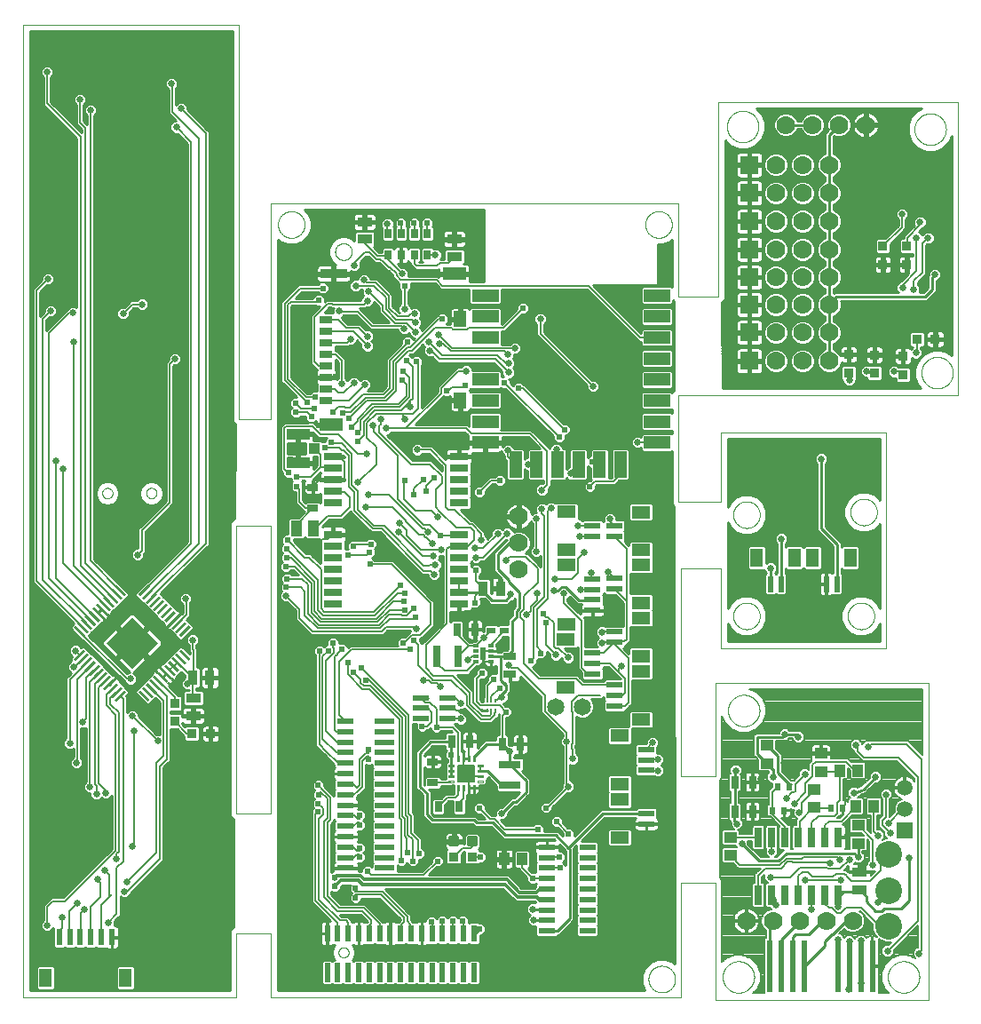
<source format=gbl>
G75*
%MOIN*%
%OFA0B0*%
%FSLAX25Y25*%
%IPPOS*%
%LPD*%
%AMOC8*
5,1,8,0,0,1.08239X$1,22.5*
%
%ADD10C,0.00000*%
%ADD11R,0.03959X0.04724*%
%ADD12R,0.04724X0.03959*%
%ADD13R,0.02300X0.02700*%
%ADD14C,0.07000*%
%ADD15R,0.05700X0.03800*%
%ADD16R,0.02800X0.07300*%
%ADD17C,0.10000*%
%ADD18R,0.02800X0.04900*%
%ADD19R,0.02362X0.19685*%
%ADD20R,0.05900X0.05900*%
%ADD21C,0.05900*%
%ADD22R,0.07000X0.07000*%
%ADD23R,0.03600X0.03800*%
%ADD24R,0.03800X0.03600*%
%ADD25R,0.02362X0.06102*%
%ADD26R,0.04724X0.07087*%
%ADD27R,0.07087X0.03150*%
%ADD28R,0.08661X0.03937*%
%ADD29R,0.04134X0.03937*%
%ADD30R,0.02165X0.02067*%
%ADD31R,0.03940X0.02760*%
%ADD32R,0.04400X0.05900*%
%ADD33R,0.03800X0.05700*%
%ADD34R,0.01969X0.01181*%
%ADD35R,0.01969X0.04724*%
%ADD36C,0.00378*%
%ADD37C,0.00661*%
%ADD38R,0.02760X0.03940*%
%ADD39R,0.04900X0.02800*%
%ADD40R,0.07874X0.03150*%
%ADD41R,0.03150X0.07874*%
%ADD42R,0.03400X0.02400*%
%ADD43C,0.01181*%
%ADD44R,0.06200X0.02300*%
%ADD45R,0.04882X0.03150*%
%ADD46R,0.09843X0.03740*%
%ADD47R,0.08661X0.04528*%
%ADD48R,0.04528X0.05906*%
%ADD49R,0.00866X0.01378*%
%ADD50R,0.01772X0.00866*%
%ADD51R,0.01378X0.00866*%
%ADD52R,0.02600X0.03700*%
%ADD53C,0.06500*%
%ADD54R,0.09843X0.04724*%
%ADD55R,0.04724X0.09843*%
%ADD56R,0.06496X0.02362*%
%ADD57R,0.07283X0.02362*%
%ADD58R,0.02362X0.06496*%
%ADD59R,0.02362X0.07283*%
%ADD60R,0.06000X0.02300*%
%ADD61R,0.06102X0.02362*%
%ADD62R,0.07087X0.04724*%
%ADD63R,0.05118X0.00984*%
%ADD64R,0.13780X0.13780*%
%ADD65C,0.01000*%
%ADD66C,0.02578*%
%ADD67C,0.00700*%
%ADD68C,0.00600*%
%ADD69C,0.02400*%
%ADD70C,0.01200*%
D10*
X0001000Y0002150D02*
X0001000Y0367150D01*
X0082000Y0367150D01*
X0082000Y0219150D01*
X0094000Y0219150D01*
X0094000Y0300150D01*
X0247000Y0300150D01*
X0247000Y0265150D01*
X0262000Y0265150D01*
X0262000Y0338150D01*
X0352000Y0338150D01*
X0352000Y0228150D01*
X0247000Y0228150D01*
X0247000Y0188150D01*
X0263000Y0188150D01*
X0263000Y0214150D01*
X0325000Y0214150D01*
X0325000Y0133150D01*
X0263000Y0133150D01*
X0263000Y0163150D01*
X0248000Y0163150D01*
X0248000Y0085150D01*
X0261000Y0085150D01*
X0261000Y0120150D01*
X0341000Y0120150D01*
X0341000Y0001150D01*
X0261000Y0001150D01*
X0261000Y0045150D01*
X0248000Y0045150D01*
X0248000Y0002150D01*
X0094000Y0002150D01*
X0094000Y0026150D01*
X0081000Y0026150D01*
X0081000Y0002150D01*
X0001000Y0002150D01*
X0081000Y0071150D02*
X0081000Y0179150D01*
X0094000Y0179150D01*
X0094000Y0071150D01*
X0081000Y0071150D01*
X0119300Y0018885D02*
X0119302Y0018972D01*
X0119308Y0019059D01*
X0119318Y0019146D01*
X0119332Y0019232D01*
X0119350Y0019317D01*
X0119371Y0019401D01*
X0119397Y0019485D01*
X0119426Y0019567D01*
X0119460Y0019647D01*
X0119496Y0019726D01*
X0119537Y0019803D01*
X0119581Y0019879D01*
X0119628Y0019952D01*
X0119678Y0020023D01*
X0119732Y0020091D01*
X0119789Y0020157D01*
X0119849Y0020221D01*
X0119911Y0020281D01*
X0119977Y0020339D01*
X0120045Y0020393D01*
X0120115Y0020445D01*
X0120188Y0020493D01*
X0120263Y0020538D01*
X0120339Y0020579D01*
X0120418Y0020617D01*
X0120498Y0020651D01*
X0120580Y0020681D01*
X0120663Y0020707D01*
X0120747Y0020730D01*
X0120832Y0020749D01*
X0120918Y0020764D01*
X0121004Y0020775D01*
X0121091Y0020782D01*
X0121178Y0020785D01*
X0121265Y0020784D01*
X0121352Y0020779D01*
X0121439Y0020770D01*
X0121525Y0020757D01*
X0121611Y0020740D01*
X0121695Y0020719D01*
X0121779Y0020695D01*
X0121861Y0020666D01*
X0121942Y0020634D01*
X0122022Y0020598D01*
X0122099Y0020559D01*
X0122175Y0020516D01*
X0122249Y0020469D01*
X0122320Y0020420D01*
X0122389Y0020367D01*
X0122456Y0020310D01*
X0122520Y0020251D01*
X0122581Y0020189D01*
X0122640Y0020125D01*
X0122695Y0020057D01*
X0122747Y0019988D01*
X0122796Y0019916D01*
X0122842Y0019841D01*
X0122884Y0019765D01*
X0122922Y0019687D01*
X0122957Y0019607D01*
X0122989Y0019526D01*
X0123016Y0019443D01*
X0123040Y0019359D01*
X0123060Y0019274D01*
X0123076Y0019189D01*
X0123088Y0019102D01*
X0123096Y0019016D01*
X0123100Y0018929D01*
X0123100Y0018841D01*
X0123096Y0018754D01*
X0123088Y0018668D01*
X0123076Y0018581D01*
X0123060Y0018496D01*
X0123040Y0018411D01*
X0123016Y0018327D01*
X0122989Y0018244D01*
X0122957Y0018163D01*
X0122922Y0018083D01*
X0122884Y0018005D01*
X0122842Y0017929D01*
X0122796Y0017854D01*
X0122747Y0017782D01*
X0122695Y0017713D01*
X0122640Y0017645D01*
X0122581Y0017581D01*
X0122520Y0017519D01*
X0122456Y0017460D01*
X0122389Y0017403D01*
X0122320Y0017350D01*
X0122249Y0017301D01*
X0122175Y0017254D01*
X0122099Y0017211D01*
X0122022Y0017172D01*
X0121942Y0017136D01*
X0121861Y0017104D01*
X0121779Y0017075D01*
X0121695Y0017051D01*
X0121611Y0017030D01*
X0121525Y0017013D01*
X0121439Y0017000D01*
X0121352Y0016991D01*
X0121265Y0016986D01*
X0121178Y0016985D01*
X0121091Y0016988D01*
X0121004Y0016995D01*
X0120918Y0017006D01*
X0120832Y0017021D01*
X0120747Y0017040D01*
X0120663Y0017063D01*
X0120580Y0017089D01*
X0120498Y0017119D01*
X0120418Y0017153D01*
X0120339Y0017191D01*
X0120263Y0017232D01*
X0120188Y0017277D01*
X0120115Y0017325D01*
X0120045Y0017377D01*
X0119977Y0017431D01*
X0119911Y0017489D01*
X0119849Y0017549D01*
X0119789Y0017613D01*
X0119732Y0017679D01*
X0119678Y0017747D01*
X0119628Y0017818D01*
X0119581Y0017891D01*
X0119537Y0017967D01*
X0119496Y0018044D01*
X0119460Y0018123D01*
X0119426Y0018203D01*
X0119397Y0018285D01*
X0119371Y0018369D01*
X0119350Y0018453D01*
X0119332Y0018538D01*
X0119318Y0018624D01*
X0119308Y0018711D01*
X0119302Y0018798D01*
X0119300Y0018885D01*
X0235700Y0008850D02*
X0235702Y0008991D01*
X0235708Y0009132D01*
X0235718Y0009272D01*
X0235732Y0009412D01*
X0235750Y0009552D01*
X0235771Y0009691D01*
X0235797Y0009830D01*
X0235826Y0009968D01*
X0235860Y0010104D01*
X0235897Y0010240D01*
X0235938Y0010375D01*
X0235983Y0010509D01*
X0236032Y0010641D01*
X0236084Y0010772D01*
X0236140Y0010901D01*
X0236200Y0011028D01*
X0236263Y0011154D01*
X0236329Y0011278D01*
X0236400Y0011401D01*
X0236473Y0011521D01*
X0236550Y0011639D01*
X0236630Y0011755D01*
X0236714Y0011868D01*
X0236800Y0011979D01*
X0236890Y0012088D01*
X0236983Y0012194D01*
X0237078Y0012297D01*
X0237177Y0012398D01*
X0237278Y0012496D01*
X0237382Y0012591D01*
X0237489Y0012683D01*
X0237598Y0012772D01*
X0237710Y0012857D01*
X0237824Y0012940D01*
X0237940Y0013020D01*
X0238059Y0013096D01*
X0238180Y0013168D01*
X0238302Y0013238D01*
X0238427Y0013303D01*
X0238553Y0013366D01*
X0238681Y0013424D01*
X0238811Y0013479D01*
X0238942Y0013531D01*
X0239075Y0013578D01*
X0239209Y0013622D01*
X0239344Y0013663D01*
X0239480Y0013699D01*
X0239617Y0013731D01*
X0239755Y0013760D01*
X0239893Y0013785D01*
X0240033Y0013805D01*
X0240173Y0013822D01*
X0240313Y0013835D01*
X0240454Y0013844D01*
X0240594Y0013849D01*
X0240735Y0013850D01*
X0240876Y0013847D01*
X0241017Y0013840D01*
X0241157Y0013829D01*
X0241297Y0013814D01*
X0241437Y0013795D01*
X0241576Y0013773D01*
X0241714Y0013746D01*
X0241852Y0013716D01*
X0241988Y0013681D01*
X0242124Y0013643D01*
X0242258Y0013601D01*
X0242392Y0013555D01*
X0242524Y0013506D01*
X0242654Y0013452D01*
X0242783Y0013395D01*
X0242910Y0013335D01*
X0243036Y0013271D01*
X0243159Y0013203D01*
X0243281Y0013132D01*
X0243401Y0013058D01*
X0243518Y0012980D01*
X0243633Y0012899D01*
X0243746Y0012815D01*
X0243857Y0012728D01*
X0243965Y0012637D01*
X0244070Y0012544D01*
X0244173Y0012447D01*
X0244273Y0012348D01*
X0244370Y0012246D01*
X0244464Y0012141D01*
X0244555Y0012034D01*
X0244643Y0011924D01*
X0244728Y0011812D01*
X0244810Y0011697D01*
X0244889Y0011580D01*
X0244964Y0011461D01*
X0245036Y0011340D01*
X0245104Y0011217D01*
X0245169Y0011092D01*
X0245231Y0010965D01*
X0245288Y0010836D01*
X0245343Y0010706D01*
X0245393Y0010575D01*
X0245440Y0010442D01*
X0245483Y0010308D01*
X0245522Y0010172D01*
X0245557Y0010036D01*
X0245589Y0009899D01*
X0245616Y0009761D01*
X0245640Y0009622D01*
X0245660Y0009482D01*
X0245676Y0009342D01*
X0245688Y0009202D01*
X0245696Y0009061D01*
X0245700Y0008920D01*
X0245700Y0008780D01*
X0245696Y0008639D01*
X0245688Y0008498D01*
X0245676Y0008358D01*
X0245660Y0008218D01*
X0245640Y0008078D01*
X0245616Y0007939D01*
X0245589Y0007801D01*
X0245557Y0007664D01*
X0245522Y0007528D01*
X0245483Y0007392D01*
X0245440Y0007258D01*
X0245393Y0007125D01*
X0245343Y0006994D01*
X0245288Y0006864D01*
X0245231Y0006735D01*
X0245169Y0006608D01*
X0245104Y0006483D01*
X0245036Y0006360D01*
X0244964Y0006239D01*
X0244889Y0006120D01*
X0244810Y0006003D01*
X0244728Y0005888D01*
X0244643Y0005776D01*
X0244555Y0005666D01*
X0244464Y0005559D01*
X0244370Y0005454D01*
X0244273Y0005352D01*
X0244173Y0005253D01*
X0244070Y0005156D01*
X0243965Y0005063D01*
X0243857Y0004972D01*
X0243746Y0004885D01*
X0243633Y0004801D01*
X0243518Y0004720D01*
X0243401Y0004642D01*
X0243281Y0004568D01*
X0243159Y0004497D01*
X0243036Y0004429D01*
X0242910Y0004365D01*
X0242783Y0004305D01*
X0242654Y0004248D01*
X0242524Y0004194D01*
X0242392Y0004145D01*
X0242258Y0004099D01*
X0242124Y0004057D01*
X0241988Y0004019D01*
X0241852Y0003984D01*
X0241714Y0003954D01*
X0241576Y0003927D01*
X0241437Y0003905D01*
X0241297Y0003886D01*
X0241157Y0003871D01*
X0241017Y0003860D01*
X0240876Y0003853D01*
X0240735Y0003850D01*
X0240594Y0003851D01*
X0240454Y0003856D01*
X0240313Y0003865D01*
X0240173Y0003878D01*
X0240033Y0003895D01*
X0239893Y0003915D01*
X0239755Y0003940D01*
X0239617Y0003969D01*
X0239480Y0004001D01*
X0239344Y0004037D01*
X0239209Y0004078D01*
X0239075Y0004122D01*
X0238942Y0004169D01*
X0238811Y0004221D01*
X0238681Y0004276D01*
X0238553Y0004334D01*
X0238427Y0004397D01*
X0238302Y0004462D01*
X0238180Y0004532D01*
X0238059Y0004604D01*
X0237940Y0004680D01*
X0237824Y0004760D01*
X0237710Y0004843D01*
X0237598Y0004928D01*
X0237489Y0005017D01*
X0237382Y0005109D01*
X0237278Y0005204D01*
X0237177Y0005302D01*
X0237078Y0005403D01*
X0236983Y0005506D01*
X0236890Y0005612D01*
X0236800Y0005721D01*
X0236714Y0005832D01*
X0236630Y0005945D01*
X0236550Y0006061D01*
X0236473Y0006179D01*
X0236400Y0006299D01*
X0236329Y0006422D01*
X0236263Y0006546D01*
X0236200Y0006672D01*
X0236140Y0006799D01*
X0236084Y0006928D01*
X0236032Y0007059D01*
X0235983Y0007191D01*
X0235938Y0007325D01*
X0235897Y0007460D01*
X0235860Y0007596D01*
X0235826Y0007732D01*
X0235797Y0007870D01*
X0235771Y0008009D01*
X0235750Y0008148D01*
X0235732Y0008288D01*
X0235718Y0008428D01*
X0235708Y0008568D01*
X0235702Y0008709D01*
X0235700Y0008850D01*
X0263594Y0009650D02*
X0263596Y0009803D01*
X0263602Y0009957D01*
X0263612Y0010110D01*
X0263626Y0010262D01*
X0263644Y0010415D01*
X0263666Y0010566D01*
X0263691Y0010717D01*
X0263721Y0010868D01*
X0263755Y0011018D01*
X0263792Y0011166D01*
X0263833Y0011314D01*
X0263878Y0011460D01*
X0263927Y0011606D01*
X0263980Y0011750D01*
X0264036Y0011892D01*
X0264096Y0012033D01*
X0264160Y0012173D01*
X0264227Y0012311D01*
X0264298Y0012447D01*
X0264373Y0012581D01*
X0264450Y0012713D01*
X0264532Y0012843D01*
X0264616Y0012971D01*
X0264704Y0013097D01*
X0264795Y0013220D01*
X0264889Y0013341D01*
X0264987Y0013459D01*
X0265087Y0013575D01*
X0265191Y0013688D01*
X0265297Y0013799D01*
X0265406Y0013907D01*
X0265518Y0014012D01*
X0265632Y0014113D01*
X0265750Y0014212D01*
X0265869Y0014308D01*
X0265991Y0014401D01*
X0266116Y0014490D01*
X0266243Y0014577D01*
X0266372Y0014659D01*
X0266503Y0014739D01*
X0266636Y0014815D01*
X0266771Y0014888D01*
X0266908Y0014957D01*
X0267047Y0015022D01*
X0267187Y0015084D01*
X0267329Y0015142D01*
X0267472Y0015197D01*
X0267617Y0015248D01*
X0267763Y0015295D01*
X0267910Y0015338D01*
X0268058Y0015377D01*
X0268207Y0015413D01*
X0268357Y0015444D01*
X0268508Y0015472D01*
X0268659Y0015496D01*
X0268812Y0015516D01*
X0268964Y0015532D01*
X0269117Y0015544D01*
X0269270Y0015552D01*
X0269423Y0015556D01*
X0269577Y0015556D01*
X0269730Y0015552D01*
X0269883Y0015544D01*
X0270036Y0015532D01*
X0270188Y0015516D01*
X0270341Y0015496D01*
X0270492Y0015472D01*
X0270643Y0015444D01*
X0270793Y0015413D01*
X0270942Y0015377D01*
X0271090Y0015338D01*
X0271237Y0015295D01*
X0271383Y0015248D01*
X0271528Y0015197D01*
X0271671Y0015142D01*
X0271813Y0015084D01*
X0271953Y0015022D01*
X0272092Y0014957D01*
X0272229Y0014888D01*
X0272364Y0014815D01*
X0272497Y0014739D01*
X0272628Y0014659D01*
X0272757Y0014577D01*
X0272884Y0014490D01*
X0273009Y0014401D01*
X0273131Y0014308D01*
X0273250Y0014212D01*
X0273368Y0014113D01*
X0273482Y0014012D01*
X0273594Y0013907D01*
X0273703Y0013799D01*
X0273809Y0013688D01*
X0273913Y0013575D01*
X0274013Y0013459D01*
X0274111Y0013341D01*
X0274205Y0013220D01*
X0274296Y0013097D01*
X0274384Y0012971D01*
X0274468Y0012843D01*
X0274550Y0012713D01*
X0274627Y0012581D01*
X0274702Y0012447D01*
X0274773Y0012311D01*
X0274840Y0012173D01*
X0274904Y0012033D01*
X0274964Y0011892D01*
X0275020Y0011750D01*
X0275073Y0011606D01*
X0275122Y0011460D01*
X0275167Y0011314D01*
X0275208Y0011166D01*
X0275245Y0011018D01*
X0275279Y0010868D01*
X0275309Y0010717D01*
X0275334Y0010566D01*
X0275356Y0010415D01*
X0275374Y0010262D01*
X0275388Y0010110D01*
X0275398Y0009957D01*
X0275404Y0009803D01*
X0275406Y0009650D01*
X0275404Y0009497D01*
X0275398Y0009343D01*
X0275388Y0009190D01*
X0275374Y0009038D01*
X0275356Y0008885D01*
X0275334Y0008734D01*
X0275309Y0008583D01*
X0275279Y0008432D01*
X0275245Y0008282D01*
X0275208Y0008134D01*
X0275167Y0007986D01*
X0275122Y0007840D01*
X0275073Y0007694D01*
X0275020Y0007550D01*
X0274964Y0007408D01*
X0274904Y0007267D01*
X0274840Y0007127D01*
X0274773Y0006989D01*
X0274702Y0006853D01*
X0274627Y0006719D01*
X0274550Y0006587D01*
X0274468Y0006457D01*
X0274384Y0006329D01*
X0274296Y0006203D01*
X0274205Y0006080D01*
X0274111Y0005959D01*
X0274013Y0005841D01*
X0273913Y0005725D01*
X0273809Y0005612D01*
X0273703Y0005501D01*
X0273594Y0005393D01*
X0273482Y0005288D01*
X0273368Y0005187D01*
X0273250Y0005088D01*
X0273131Y0004992D01*
X0273009Y0004899D01*
X0272884Y0004810D01*
X0272757Y0004723D01*
X0272628Y0004641D01*
X0272497Y0004561D01*
X0272364Y0004485D01*
X0272229Y0004412D01*
X0272092Y0004343D01*
X0271953Y0004278D01*
X0271813Y0004216D01*
X0271671Y0004158D01*
X0271528Y0004103D01*
X0271383Y0004052D01*
X0271237Y0004005D01*
X0271090Y0003962D01*
X0270942Y0003923D01*
X0270793Y0003887D01*
X0270643Y0003856D01*
X0270492Y0003828D01*
X0270341Y0003804D01*
X0270188Y0003784D01*
X0270036Y0003768D01*
X0269883Y0003756D01*
X0269730Y0003748D01*
X0269577Y0003744D01*
X0269423Y0003744D01*
X0269270Y0003748D01*
X0269117Y0003756D01*
X0268964Y0003768D01*
X0268812Y0003784D01*
X0268659Y0003804D01*
X0268508Y0003828D01*
X0268357Y0003856D01*
X0268207Y0003887D01*
X0268058Y0003923D01*
X0267910Y0003962D01*
X0267763Y0004005D01*
X0267617Y0004052D01*
X0267472Y0004103D01*
X0267329Y0004158D01*
X0267187Y0004216D01*
X0267047Y0004278D01*
X0266908Y0004343D01*
X0266771Y0004412D01*
X0266636Y0004485D01*
X0266503Y0004561D01*
X0266372Y0004641D01*
X0266243Y0004723D01*
X0266116Y0004810D01*
X0265991Y0004899D01*
X0265869Y0004992D01*
X0265750Y0005088D01*
X0265632Y0005187D01*
X0265518Y0005288D01*
X0265406Y0005393D01*
X0265297Y0005501D01*
X0265191Y0005612D01*
X0265087Y0005725D01*
X0264987Y0005841D01*
X0264889Y0005959D01*
X0264795Y0006080D01*
X0264704Y0006203D01*
X0264616Y0006329D01*
X0264532Y0006457D01*
X0264450Y0006587D01*
X0264373Y0006719D01*
X0264298Y0006853D01*
X0264227Y0006989D01*
X0264160Y0007127D01*
X0264096Y0007267D01*
X0264036Y0007408D01*
X0263980Y0007550D01*
X0263927Y0007694D01*
X0263878Y0007840D01*
X0263833Y0007986D01*
X0263792Y0008134D01*
X0263755Y0008282D01*
X0263721Y0008432D01*
X0263691Y0008583D01*
X0263666Y0008734D01*
X0263644Y0008885D01*
X0263626Y0009038D01*
X0263612Y0009190D01*
X0263602Y0009343D01*
X0263596Y0009497D01*
X0263594Y0009650D01*
X0325594Y0009650D02*
X0325596Y0009803D01*
X0325602Y0009957D01*
X0325612Y0010110D01*
X0325626Y0010262D01*
X0325644Y0010415D01*
X0325666Y0010566D01*
X0325691Y0010717D01*
X0325721Y0010868D01*
X0325755Y0011018D01*
X0325792Y0011166D01*
X0325833Y0011314D01*
X0325878Y0011460D01*
X0325927Y0011606D01*
X0325980Y0011750D01*
X0326036Y0011892D01*
X0326096Y0012033D01*
X0326160Y0012173D01*
X0326227Y0012311D01*
X0326298Y0012447D01*
X0326373Y0012581D01*
X0326450Y0012713D01*
X0326532Y0012843D01*
X0326616Y0012971D01*
X0326704Y0013097D01*
X0326795Y0013220D01*
X0326889Y0013341D01*
X0326987Y0013459D01*
X0327087Y0013575D01*
X0327191Y0013688D01*
X0327297Y0013799D01*
X0327406Y0013907D01*
X0327518Y0014012D01*
X0327632Y0014113D01*
X0327750Y0014212D01*
X0327869Y0014308D01*
X0327991Y0014401D01*
X0328116Y0014490D01*
X0328243Y0014577D01*
X0328372Y0014659D01*
X0328503Y0014739D01*
X0328636Y0014815D01*
X0328771Y0014888D01*
X0328908Y0014957D01*
X0329047Y0015022D01*
X0329187Y0015084D01*
X0329329Y0015142D01*
X0329472Y0015197D01*
X0329617Y0015248D01*
X0329763Y0015295D01*
X0329910Y0015338D01*
X0330058Y0015377D01*
X0330207Y0015413D01*
X0330357Y0015444D01*
X0330508Y0015472D01*
X0330659Y0015496D01*
X0330812Y0015516D01*
X0330964Y0015532D01*
X0331117Y0015544D01*
X0331270Y0015552D01*
X0331423Y0015556D01*
X0331577Y0015556D01*
X0331730Y0015552D01*
X0331883Y0015544D01*
X0332036Y0015532D01*
X0332188Y0015516D01*
X0332341Y0015496D01*
X0332492Y0015472D01*
X0332643Y0015444D01*
X0332793Y0015413D01*
X0332942Y0015377D01*
X0333090Y0015338D01*
X0333237Y0015295D01*
X0333383Y0015248D01*
X0333528Y0015197D01*
X0333671Y0015142D01*
X0333813Y0015084D01*
X0333953Y0015022D01*
X0334092Y0014957D01*
X0334229Y0014888D01*
X0334364Y0014815D01*
X0334497Y0014739D01*
X0334628Y0014659D01*
X0334757Y0014577D01*
X0334884Y0014490D01*
X0335009Y0014401D01*
X0335131Y0014308D01*
X0335250Y0014212D01*
X0335368Y0014113D01*
X0335482Y0014012D01*
X0335594Y0013907D01*
X0335703Y0013799D01*
X0335809Y0013688D01*
X0335913Y0013575D01*
X0336013Y0013459D01*
X0336111Y0013341D01*
X0336205Y0013220D01*
X0336296Y0013097D01*
X0336384Y0012971D01*
X0336468Y0012843D01*
X0336550Y0012713D01*
X0336627Y0012581D01*
X0336702Y0012447D01*
X0336773Y0012311D01*
X0336840Y0012173D01*
X0336904Y0012033D01*
X0336964Y0011892D01*
X0337020Y0011750D01*
X0337073Y0011606D01*
X0337122Y0011460D01*
X0337167Y0011314D01*
X0337208Y0011166D01*
X0337245Y0011018D01*
X0337279Y0010868D01*
X0337309Y0010717D01*
X0337334Y0010566D01*
X0337356Y0010415D01*
X0337374Y0010262D01*
X0337388Y0010110D01*
X0337398Y0009957D01*
X0337404Y0009803D01*
X0337406Y0009650D01*
X0337404Y0009497D01*
X0337398Y0009343D01*
X0337388Y0009190D01*
X0337374Y0009038D01*
X0337356Y0008885D01*
X0337334Y0008734D01*
X0337309Y0008583D01*
X0337279Y0008432D01*
X0337245Y0008282D01*
X0337208Y0008134D01*
X0337167Y0007986D01*
X0337122Y0007840D01*
X0337073Y0007694D01*
X0337020Y0007550D01*
X0336964Y0007408D01*
X0336904Y0007267D01*
X0336840Y0007127D01*
X0336773Y0006989D01*
X0336702Y0006853D01*
X0336627Y0006719D01*
X0336550Y0006587D01*
X0336468Y0006457D01*
X0336384Y0006329D01*
X0336296Y0006203D01*
X0336205Y0006080D01*
X0336111Y0005959D01*
X0336013Y0005841D01*
X0335913Y0005725D01*
X0335809Y0005612D01*
X0335703Y0005501D01*
X0335594Y0005393D01*
X0335482Y0005288D01*
X0335368Y0005187D01*
X0335250Y0005088D01*
X0335131Y0004992D01*
X0335009Y0004899D01*
X0334884Y0004810D01*
X0334757Y0004723D01*
X0334628Y0004641D01*
X0334497Y0004561D01*
X0334364Y0004485D01*
X0334229Y0004412D01*
X0334092Y0004343D01*
X0333953Y0004278D01*
X0333813Y0004216D01*
X0333671Y0004158D01*
X0333528Y0004103D01*
X0333383Y0004052D01*
X0333237Y0004005D01*
X0333090Y0003962D01*
X0332942Y0003923D01*
X0332793Y0003887D01*
X0332643Y0003856D01*
X0332492Y0003828D01*
X0332341Y0003804D01*
X0332188Y0003784D01*
X0332036Y0003768D01*
X0331883Y0003756D01*
X0331730Y0003748D01*
X0331577Y0003744D01*
X0331423Y0003744D01*
X0331270Y0003748D01*
X0331117Y0003756D01*
X0330964Y0003768D01*
X0330812Y0003784D01*
X0330659Y0003804D01*
X0330508Y0003828D01*
X0330357Y0003856D01*
X0330207Y0003887D01*
X0330058Y0003923D01*
X0329910Y0003962D01*
X0329763Y0004005D01*
X0329617Y0004052D01*
X0329472Y0004103D01*
X0329329Y0004158D01*
X0329187Y0004216D01*
X0329047Y0004278D01*
X0328908Y0004343D01*
X0328771Y0004412D01*
X0328636Y0004485D01*
X0328503Y0004561D01*
X0328372Y0004641D01*
X0328243Y0004723D01*
X0328116Y0004810D01*
X0327991Y0004899D01*
X0327869Y0004992D01*
X0327750Y0005088D01*
X0327632Y0005187D01*
X0327518Y0005288D01*
X0327406Y0005393D01*
X0327297Y0005501D01*
X0327191Y0005612D01*
X0327087Y0005725D01*
X0326987Y0005841D01*
X0326889Y0005959D01*
X0326795Y0006080D01*
X0326704Y0006203D01*
X0326616Y0006329D01*
X0326532Y0006457D01*
X0326450Y0006587D01*
X0326373Y0006719D01*
X0326298Y0006853D01*
X0326227Y0006989D01*
X0326160Y0007127D01*
X0326096Y0007267D01*
X0326036Y0007408D01*
X0325980Y0007550D01*
X0325927Y0007694D01*
X0325878Y0007840D01*
X0325833Y0007986D01*
X0325792Y0008134D01*
X0325755Y0008282D01*
X0325721Y0008432D01*
X0325691Y0008583D01*
X0325666Y0008734D01*
X0325644Y0008885D01*
X0325626Y0009038D01*
X0325612Y0009190D01*
X0325602Y0009343D01*
X0325596Y0009497D01*
X0325594Y0009650D01*
X0265594Y0109650D02*
X0265596Y0109803D01*
X0265602Y0109957D01*
X0265612Y0110110D01*
X0265626Y0110262D01*
X0265644Y0110415D01*
X0265666Y0110566D01*
X0265691Y0110717D01*
X0265721Y0110868D01*
X0265755Y0111018D01*
X0265792Y0111166D01*
X0265833Y0111314D01*
X0265878Y0111460D01*
X0265927Y0111606D01*
X0265980Y0111750D01*
X0266036Y0111892D01*
X0266096Y0112033D01*
X0266160Y0112173D01*
X0266227Y0112311D01*
X0266298Y0112447D01*
X0266373Y0112581D01*
X0266450Y0112713D01*
X0266532Y0112843D01*
X0266616Y0112971D01*
X0266704Y0113097D01*
X0266795Y0113220D01*
X0266889Y0113341D01*
X0266987Y0113459D01*
X0267087Y0113575D01*
X0267191Y0113688D01*
X0267297Y0113799D01*
X0267406Y0113907D01*
X0267518Y0114012D01*
X0267632Y0114113D01*
X0267750Y0114212D01*
X0267869Y0114308D01*
X0267991Y0114401D01*
X0268116Y0114490D01*
X0268243Y0114577D01*
X0268372Y0114659D01*
X0268503Y0114739D01*
X0268636Y0114815D01*
X0268771Y0114888D01*
X0268908Y0114957D01*
X0269047Y0115022D01*
X0269187Y0115084D01*
X0269329Y0115142D01*
X0269472Y0115197D01*
X0269617Y0115248D01*
X0269763Y0115295D01*
X0269910Y0115338D01*
X0270058Y0115377D01*
X0270207Y0115413D01*
X0270357Y0115444D01*
X0270508Y0115472D01*
X0270659Y0115496D01*
X0270812Y0115516D01*
X0270964Y0115532D01*
X0271117Y0115544D01*
X0271270Y0115552D01*
X0271423Y0115556D01*
X0271577Y0115556D01*
X0271730Y0115552D01*
X0271883Y0115544D01*
X0272036Y0115532D01*
X0272188Y0115516D01*
X0272341Y0115496D01*
X0272492Y0115472D01*
X0272643Y0115444D01*
X0272793Y0115413D01*
X0272942Y0115377D01*
X0273090Y0115338D01*
X0273237Y0115295D01*
X0273383Y0115248D01*
X0273528Y0115197D01*
X0273671Y0115142D01*
X0273813Y0115084D01*
X0273953Y0115022D01*
X0274092Y0114957D01*
X0274229Y0114888D01*
X0274364Y0114815D01*
X0274497Y0114739D01*
X0274628Y0114659D01*
X0274757Y0114577D01*
X0274884Y0114490D01*
X0275009Y0114401D01*
X0275131Y0114308D01*
X0275250Y0114212D01*
X0275368Y0114113D01*
X0275482Y0114012D01*
X0275594Y0113907D01*
X0275703Y0113799D01*
X0275809Y0113688D01*
X0275913Y0113575D01*
X0276013Y0113459D01*
X0276111Y0113341D01*
X0276205Y0113220D01*
X0276296Y0113097D01*
X0276384Y0112971D01*
X0276468Y0112843D01*
X0276550Y0112713D01*
X0276627Y0112581D01*
X0276702Y0112447D01*
X0276773Y0112311D01*
X0276840Y0112173D01*
X0276904Y0112033D01*
X0276964Y0111892D01*
X0277020Y0111750D01*
X0277073Y0111606D01*
X0277122Y0111460D01*
X0277167Y0111314D01*
X0277208Y0111166D01*
X0277245Y0111018D01*
X0277279Y0110868D01*
X0277309Y0110717D01*
X0277334Y0110566D01*
X0277356Y0110415D01*
X0277374Y0110262D01*
X0277388Y0110110D01*
X0277398Y0109957D01*
X0277404Y0109803D01*
X0277406Y0109650D01*
X0277404Y0109497D01*
X0277398Y0109343D01*
X0277388Y0109190D01*
X0277374Y0109038D01*
X0277356Y0108885D01*
X0277334Y0108734D01*
X0277309Y0108583D01*
X0277279Y0108432D01*
X0277245Y0108282D01*
X0277208Y0108134D01*
X0277167Y0107986D01*
X0277122Y0107840D01*
X0277073Y0107694D01*
X0277020Y0107550D01*
X0276964Y0107408D01*
X0276904Y0107267D01*
X0276840Y0107127D01*
X0276773Y0106989D01*
X0276702Y0106853D01*
X0276627Y0106719D01*
X0276550Y0106587D01*
X0276468Y0106457D01*
X0276384Y0106329D01*
X0276296Y0106203D01*
X0276205Y0106080D01*
X0276111Y0105959D01*
X0276013Y0105841D01*
X0275913Y0105725D01*
X0275809Y0105612D01*
X0275703Y0105501D01*
X0275594Y0105393D01*
X0275482Y0105288D01*
X0275368Y0105187D01*
X0275250Y0105088D01*
X0275131Y0104992D01*
X0275009Y0104899D01*
X0274884Y0104810D01*
X0274757Y0104723D01*
X0274628Y0104641D01*
X0274497Y0104561D01*
X0274364Y0104485D01*
X0274229Y0104412D01*
X0274092Y0104343D01*
X0273953Y0104278D01*
X0273813Y0104216D01*
X0273671Y0104158D01*
X0273528Y0104103D01*
X0273383Y0104052D01*
X0273237Y0104005D01*
X0273090Y0103962D01*
X0272942Y0103923D01*
X0272793Y0103887D01*
X0272643Y0103856D01*
X0272492Y0103828D01*
X0272341Y0103804D01*
X0272188Y0103784D01*
X0272036Y0103768D01*
X0271883Y0103756D01*
X0271730Y0103748D01*
X0271577Y0103744D01*
X0271423Y0103744D01*
X0271270Y0103748D01*
X0271117Y0103756D01*
X0270964Y0103768D01*
X0270812Y0103784D01*
X0270659Y0103804D01*
X0270508Y0103828D01*
X0270357Y0103856D01*
X0270207Y0103887D01*
X0270058Y0103923D01*
X0269910Y0103962D01*
X0269763Y0104005D01*
X0269617Y0104052D01*
X0269472Y0104103D01*
X0269329Y0104158D01*
X0269187Y0104216D01*
X0269047Y0104278D01*
X0268908Y0104343D01*
X0268771Y0104412D01*
X0268636Y0104485D01*
X0268503Y0104561D01*
X0268372Y0104641D01*
X0268243Y0104723D01*
X0268116Y0104810D01*
X0267991Y0104899D01*
X0267869Y0104992D01*
X0267750Y0105088D01*
X0267632Y0105187D01*
X0267518Y0105288D01*
X0267406Y0105393D01*
X0267297Y0105501D01*
X0267191Y0105612D01*
X0267087Y0105725D01*
X0266987Y0105841D01*
X0266889Y0105959D01*
X0266795Y0106080D01*
X0266704Y0106203D01*
X0266616Y0106329D01*
X0266532Y0106457D01*
X0266450Y0106587D01*
X0266373Y0106719D01*
X0266298Y0106853D01*
X0266227Y0106989D01*
X0266160Y0107127D01*
X0266096Y0107267D01*
X0266036Y0107408D01*
X0265980Y0107550D01*
X0265927Y0107694D01*
X0265878Y0107840D01*
X0265833Y0107986D01*
X0265792Y0108134D01*
X0265755Y0108282D01*
X0265721Y0108432D01*
X0265691Y0108583D01*
X0265666Y0108734D01*
X0265644Y0108885D01*
X0265626Y0109038D01*
X0265612Y0109190D01*
X0265602Y0109343D01*
X0265596Y0109497D01*
X0265594Y0109650D01*
X0267500Y0145150D02*
X0267502Y0145291D01*
X0267508Y0145432D01*
X0267518Y0145572D01*
X0267532Y0145712D01*
X0267550Y0145852D01*
X0267571Y0145991D01*
X0267597Y0146130D01*
X0267626Y0146268D01*
X0267660Y0146404D01*
X0267697Y0146540D01*
X0267738Y0146675D01*
X0267783Y0146809D01*
X0267832Y0146941D01*
X0267884Y0147072D01*
X0267940Y0147201D01*
X0268000Y0147328D01*
X0268063Y0147454D01*
X0268129Y0147578D01*
X0268200Y0147701D01*
X0268273Y0147821D01*
X0268350Y0147939D01*
X0268430Y0148055D01*
X0268514Y0148168D01*
X0268600Y0148279D01*
X0268690Y0148388D01*
X0268783Y0148494D01*
X0268878Y0148597D01*
X0268977Y0148698D01*
X0269078Y0148796D01*
X0269182Y0148891D01*
X0269289Y0148983D01*
X0269398Y0149072D01*
X0269510Y0149157D01*
X0269624Y0149240D01*
X0269740Y0149320D01*
X0269859Y0149396D01*
X0269980Y0149468D01*
X0270102Y0149538D01*
X0270227Y0149603D01*
X0270353Y0149666D01*
X0270481Y0149724D01*
X0270611Y0149779D01*
X0270742Y0149831D01*
X0270875Y0149878D01*
X0271009Y0149922D01*
X0271144Y0149963D01*
X0271280Y0149999D01*
X0271417Y0150031D01*
X0271555Y0150060D01*
X0271693Y0150085D01*
X0271833Y0150105D01*
X0271973Y0150122D01*
X0272113Y0150135D01*
X0272254Y0150144D01*
X0272394Y0150149D01*
X0272535Y0150150D01*
X0272676Y0150147D01*
X0272817Y0150140D01*
X0272957Y0150129D01*
X0273097Y0150114D01*
X0273237Y0150095D01*
X0273376Y0150073D01*
X0273514Y0150046D01*
X0273652Y0150016D01*
X0273788Y0149981D01*
X0273924Y0149943D01*
X0274058Y0149901D01*
X0274192Y0149855D01*
X0274324Y0149806D01*
X0274454Y0149752D01*
X0274583Y0149695D01*
X0274710Y0149635D01*
X0274836Y0149571D01*
X0274959Y0149503D01*
X0275081Y0149432D01*
X0275201Y0149358D01*
X0275318Y0149280D01*
X0275433Y0149199D01*
X0275546Y0149115D01*
X0275657Y0149028D01*
X0275765Y0148937D01*
X0275870Y0148844D01*
X0275973Y0148747D01*
X0276073Y0148648D01*
X0276170Y0148546D01*
X0276264Y0148441D01*
X0276355Y0148334D01*
X0276443Y0148224D01*
X0276528Y0148112D01*
X0276610Y0147997D01*
X0276689Y0147880D01*
X0276764Y0147761D01*
X0276836Y0147640D01*
X0276904Y0147517D01*
X0276969Y0147392D01*
X0277031Y0147265D01*
X0277088Y0147136D01*
X0277143Y0147006D01*
X0277193Y0146875D01*
X0277240Y0146742D01*
X0277283Y0146608D01*
X0277322Y0146472D01*
X0277357Y0146336D01*
X0277389Y0146199D01*
X0277416Y0146061D01*
X0277440Y0145922D01*
X0277460Y0145782D01*
X0277476Y0145642D01*
X0277488Y0145502D01*
X0277496Y0145361D01*
X0277500Y0145220D01*
X0277500Y0145080D01*
X0277496Y0144939D01*
X0277488Y0144798D01*
X0277476Y0144658D01*
X0277460Y0144518D01*
X0277440Y0144378D01*
X0277416Y0144239D01*
X0277389Y0144101D01*
X0277357Y0143964D01*
X0277322Y0143828D01*
X0277283Y0143692D01*
X0277240Y0143558D01*
X0277193Y0143425D01*
X0277143Y0143294D01*
X0277088Y0143164D01*
X0277031Y0143035D01*
X0276969Y0142908D01*
X0276904Y0142783D01*
X0276836Y0142660D01*
X0276764Y0142539D01*
X0276689Y0142420D01*
X0276610Y0142303D01*
X0276528Y0142188D01*
X0276443Y0142076D01*
X0276355Y0141966D01*
X0276264Y0141859D01*
X0276170Y0141754D01*
X0276073Y0141652D01*
X0275973Y0141553D01*
X0275870Y0141456D01*
X0275765Y0141363D01*
X0275657Y0141272D01*
X0275546Y0141185D01*
X0275433Y0141101D01*
X0275318Y0141020D01*
X0275201Y0140942D01*
X0275081Y0140868D01*
X0274959Y0140797D01*
X0274836Y0140729D01*
X0274710Y0140665D01*
X0274583Y0140605D01*
X0274454Y0140548D01*
X0274324Y0140494D01*
X0274192Y0140445D01*
X0274058Y0140399D01*
X0273924Y0140357D01*
X0273788Y0140319D01*
X0273652Y0140284D01*
X0273514Y0140254D01*
X0273376Y0140227D01*
X0273237Y0140205D01*
X0273097Y0140186D01*
X0272957Y0140171D01*
X0272817Y0140160D01*
X0272676Y0140153D01*
X0272535Y0140150D01*
X0272394Y0140151D01*
X0272254Y0140156D01*
X0272113Y0140165D01*
X0271973Y0140178D01*
X0271833Y0140195D01*
X0271693Y0140215D01*
X0271555Y0140240D01*
X0271417Y0140269D01*
X0271280Y0140301D01*
X0271144Y0140337D01*
X0271009Y0140378D01*
X0270875Y0140422D01*
X0270742Y0140469D01*
X0270611Y0140521D01*
X0270481Y0140576D01*
X0270353Y0140634D01*
X0270227Y0140697D01*
X0270102Y0140762D01*
X0269980Y0140832D01*
X0269859Y0140904D01*
X0269740Y0140980D01*
X0269624Y0141060D01*
X0269510Y0141143D01*
X0269398Y0141228D01*
X0269289Y0141317D01*
X0269182Y0141409D01*
X0269078Y0141504D01*
X0268977Y0141602D01*
X0268878Y0141703D01*
X0268783Y0141806D01*
X0268690Y0141912D01*
X0268600Y0142021D01*
X0268514Y0142132D01*
X0268430Y0142245D01*
X0268350Y0142361D01*
X0268273Y0142479D01*
X0268200Y0142599D01*
X0268129Y0142722D01*
X0268063Y0142846D01*
X0268000Y0142972D01*
X0267940Y0143099D01*
X0267884Y0143228D01*
X0267832Y0143359D01*
X0267783Y0143491D01*
X0267738Y0143625D01*
X0267697Y0143760D01*
X0267660Y0143896D01*
X0267626Y0144032D01*
X0267597Y0144170D01*
X0267571Y0144309D01*
X0267550Y0144448D01*
X0267532Y0144588D01*
X0267518Y0144728D01*
X0267508Y0144868D01*
X0267502Y0145009D01*
X0267500Y0145150D01*
X0267500Y0183150D02*
X0267502Y0183291D01*
X0267508Y0183432D01*
X0267518Y0183572D01*
X0267532Y0183712D01*
X0267550Y0183852D01*
X0267571Y0183991D01*
X0267597Y0184130D01*
X0267626Y0184268D01*
X0267660Y0184404D01*
X0267697Y0184540D01*
X0267738Y0184675D01*
X0267783Y0184809D01*
X0267832Y0184941D01*
X0267884Y0185072D01*
X0267940Y0185201D01*
X0268000Y0185328D01*
X0268063Y0185454D01*
X0268129Y0185578D01*
X0268200Y0185701D01*
X0268273Y0185821D01*
X0268350Y0185939D01*
X0268430Y0186055D01*
X0268514Y0186168D01*
X0268600Y0186279D01*
X0268690Y0186388D01*
X0268783Y0186494D01*
X0268878Y0186597D01*
X0268977Y0186698D01*
X0269078Y0186796D01*
X0269182Y0186891D01*
X0269289Y0186983D01*
X0269398Y0187072D01*
X0269510Y0187157D01*
X0269624Y0187240D01*
X0269740Y0187320D01*
X0269859Y0187396D01*
X0269980Y0187468D01*
X0270102Y0187538D01*
X0270227Y0187603D01*
X0270353Y0187666D01*
X0270481Y0187724D01*
X0270611Y0187779D01*
X0270742Y0187831D01*
X0270875Y0187878D01*
X0271009Y0187922D01*
X0271144Y0187963D01*
X0271280Y0187999D01*
X0271417Y0188031D01*
X0271555Y0188060D01*
X0271693Y0188085D01*
X0271833Y0188105D01*
X0271973Y0188122D01*
X0272113Y0188135D01*
X0272254Y0188144D01*
X0272394Y0188149D01*
X0272535Y0188150D01*
X0272676Y0188147D01*
X0272817Y0188140D01*
X0272957Y0188129D01*
X0273097Y0188114D01*
X0273237Y0188095D01*
X0273376Y0188073D01*
X0273514Y0188046D01*
X0273652Y0188016D01*
X0273788Y0187981D01*
X0273924Y0187943D01*
X0274058Y0187901D01*
X0274192Y0187855D01*
X0274324Y0187806D01*
X0274454Y0187752D01*
X0274583Y0187695D01*
X0274710Y0187635D01*
X0274836Y0187571D01*
X0274959Y0187503D01*
X0275081Y0187432D01*
X0275201Y0187358D01*
X0275318Y0187280D01*
X0275433Y0187199D01*
X0275546Y0187115D01*
X0275657Y0187028D01*
X0275765Y0186937D01*
X0275870Y0186844D01*
X0275973Y0186747D01*
X0276073Y0186648D01*
X0276170Y0186546D01*
X0276264Y0186441D01*
X0276355Y0186334D01*
X0276443Y0186224D01*
X0276528Y0186112D01*
X0276610Y0185997D01*
X0276689Y0185880D01*
X0276764Y0185761D01*
X0276836Y0185640D01*
X0276904Y0185517D01*
X0276969Y0185392D01*
X0277031Y0185265D01*
X0277088Y0185136D01*
X0277143Y0185006D01*
X0277193Y0184875D01*
X0277240Y0184742D01*
X0277283Y0184608D01*
X0277322Y0184472D01*
X0277357Y0184336D01*
X0277389Y0184199D01*
X0277416Y0184061D01*
X0277440Y0183922D01*
X0277460Y0183782D01*
X0277476Y0183642D01*
X0277488Y0183502D01*
X0277496Y0183361D01*
X0277500Y0183220D01*
X0277500Y0183080D01*
X0277496Y0182939D01*
X0277488Y0182798D01*
X0277476Y0182658D01*
X0277460Y0182518D01*
X0277440Y0182378D01*
X0277416Y0182239D01*
X0277389Y0182101D01*
X0277357Y0181964D01*
X0277322Y0181828D01*
X0277283Y0181692D01*
X0277240Y0181558D01*
X0277193Y0181425D01*
X0277143Y0181294D01*
X0277088Y0181164D01*
X0277031Y0181035D01*
X0276969Y0180908D01*
X0276904Y0180783D01*
X0276836Y0180660D01*
X0276764Y0180539D01*
X0276689Y0180420D01*
X0276610Y0180303D01*
X0276528Y0180188D01*
X0276443Y0180076D01*
X0276355Y0179966D01*
X0276264Y0179859D01*
X0276170Y0179754D01*
X0276073Y0179652D01*
X0275973Y0179553D01*
X0275870Y0179456D01*
X0275765Y0179363D01*
X0275657Y0179272D01*
X0275546Y0179185D01*
X0275433Y0179101D01*
X0275318Y0179020D01*
X0275201Y0178942D01*
X0275081Y0178868D01*
X0274959Y0178797D01*
X0274836Y0178729D01*
X0274710Y0178665D01*
X0274583Y0178605D01*
X0274454Y0178548D01*
X0274324Y0178494D01*
X0274192Y0178445D01*
X0274058Y0178399D01*
X0273924Y0178357D01*
X0273788Y0178319D01*
X0273652Y0178284D01*
X0273514Y0178254D01*
X0273376Y0178227D01*
X0273237Y0178205D01*
X0273097Y0178186D01*
X0272957Y0178171D01*
X0272817Y0178160D01*
X0272676Y0178153D01*
X0272535Y0178150D01*
X0272394Y0178151D01*
X0272254Y0178156D01*
X0272113Y0178165D01*
X0271973Y0178178D01*
X0271833Y0178195D01*
X0271693Y0178215D01*
X0271555Y0178240D01*
X0271417Y0178269D01*
X0271280Y0178301D01*
X0271144Y0178337D01*
X0271009Y0178378D01*
X0270875Y0178422D01*
X0270742Y0178469D01*
X0270611Y0178521D01*
X0270481Y0178576D01*
X0270353Y0178634D01*
X0270227Y0178697D01*
X0270102Y0178762D01*
X0269980Y0178832D01*
X0269859Y0178904D01*
X0269740Y0178980D01*
X0269624Y0179060D01*
X0269510Y0179143D01*
X0269398Y0179228D01*
X0269289Y0179317D01*
X0269182Y0179409D01*
X0269078Y0179504D01*
X0268977Y0179602D01*
X0268878Y0179703D01*
X0268783Y0179806D01*
X0268690Y0179912D01*
X0268600Y0180021D01*
X0268514Y0180132D01*
X0268430Y0180245D01*
X0268350Y0180361D01*
X0268273Y0180479D01*
X0268200Y0180599D01*
X0268129Y0180722D01*
X0268063Y0180846D01*
X0268000Y0180972D01*
X0267940Y0181099D01*
X0267884Y0181228D01*
X0267832Y0181359D01*
X0267783Y0181491D01*
X0267738Y0181625D01*
X0267697Y0181760D01*
X0267660Y0181896D01*
X0267626Y0182032D01*
X0267597Y0182170D01*
X0267571Y0182309D01*
X0267550Y0182448D01*
X0267532Y0182588D01*
X0267518Y0182728D01*
X0267508Y0182868D01*
X0267502Y0183009D01*
X0267500Y0183150D01*
X0311500Y0184150D02*
X0311502Y0184291D01*
X0311508Y0184432D01*
X0311518Y0184572D01*
X0311532Y0184712D01*
X0311550Y0184852D01*
X0311571Y0184991D01*
X0311597Y0185130D01*
X0311626Y0185268D01*
X0311660Y0185404D01*
X0311697Y0185540D01*
X0311738Y0185675D01*
X0311783Y0185809D01*
X0311832Y0185941D01*
X0311884Y0186072D01*
X0311940Y0186201D01*
X0312000Y0186328D01*
X0312063Y0186454D01*
X0312129Y0186578D01*
X0312200Y0186701D01*
X0312273Y0186821D01*
X0312350Y0186939D01*
X0312430Y0187055D01*
X0312514Y0187168D01*
X0312600Y0187279D01*
X0312690Y0187388D01*
X0312783Y0187494D01*
X0312878Y0187597D01*
X0312977Y0187698D01*
X0313078Y0187796D01*
X0313182Y0187891D01*
X0313289Y0187983D01*
X0313398Y0188072D01*
X0313510Y0188157D01*
X0313624Y0188240D01*
X0313740Y0188320D01*
X0313859Y0188396D01*
X0313980Y0188468D01*
X0314102Y0188538D01*
X0314227Y0188603D01*
X0314353Y0188666D01*
X0314481Y0188724D01*
X0314611Y0188779D01*
X0314742Y0188831D01*
X0314875Y0188878D01*
X0315009Y0188922D01*
X0315144Y0188963D01*
X0315280Y0188999D01*
X0315417Y0189031D01*
X0315555Y0189060D01*
X0315693Y0189085D01*
X0315833Y0189105D01*
X0315973Y0189122D01*
X0316113Y0189135D01*
X0316254Y0189144D01*
X0316394Y0189149D01*
X0316535Y0189150D01*
X0316676Y0189147D01*
X0316817Y0189140D01*
X0316957Y0189129D01*
X0317097Y0189114D01*
X0317237Y0189095D01*
X0317376Y0189073D01*
X0317514Y0189046D01*
X0317652Y0189016D01*
X0317788Y0188981D01*
X0317924Y0188943D01*
X0318058Y0188901D01*
X0318192Y0188855D01*
X0318324Y0188806D01*
X0318454Y0188752D01*
X0318583Y0188695D01*
X0318710Y0188635D01*
X0318836Y0188571D01*
X0318959Y0188503D01*
X0319081Y0188432D01*
X0319201Y0188358D01*
X0319318Y0188280D01*
X0319433Y0188199D01*
X0319546Y0188115D01*
X0319657Y0188028D01*
X0319765Y0187937D01*
X0319870Y0187844D01*
X0319973Y0187747D01*
X0320073Y0187648D01*
X0320170Y0187546D01*
X0320264Y0187441D01*
X0320355Y0187334D01*
X0320443Y0187224D01*
X0320528Y0187112D01*
X0320610Y0186997D01*
X0320689Y0186880D01*
X0320764Y0186761D01*
X0320836Y0186640D01*
X0320904Y0186517D01*
X0320969Y0186392D01*
X0321031Y0186265D01*
X0321088Y0186136D01*
X0321143Y0186006D01*
X0321193Y0185875D01*
X0321240Y0185742D01*
X0321283Y0185608D01*
X0321322Y0185472D01*
X0321357Y0185336D01*
X0321389Y0185199D01*
X0321416Y0185061D01*
X0321440Y0184922D01*
X0321460Y0184782D01*
X0321476Y0184642D01*
X0321488Y0184502D01*
X0321496Y0184361D01*
X0321500Y0184220D01*
X0321500Y0184080D01*
X0321496Y0183939D01*
X0321488Y0183798D01*
X0321476Y0183658D01*
X0321460Y0183518D01*
X0321440Y0183378D01*
X0321416Y0183239D01*
X0321389Y0183101D01*
X0321357Y0182964D01*
X0321322Y0182828D01*
X0321283Y0182692D01*
X0321240Y0182558D01*
X0321193Y0182425D01*
X0321143Y0182294D01*
X0321088Y0182164D01*
X0321031Y0182035D01*
X0320969Y0181908D01*
X0320904Y0181783D01*
X0320836Y0181660D01*
X0320764Y0181539D01*
X0320689Y0181420D01*
X0320610Y0181303D01*
X0320528Y0181188D01*
X0320443Y0181076D01*
X0320355Y0180966D01*
X0320264Y0180859D01*
X0320170Y0180754D01*
X0320073Y0180652D01*
X0319973Y0180553D01*
X0319870Y0180456D01*
X0319765Y0180363D01*
X0319657Y0180272D01*
X0319546Y0180185D01*
X0319433Y0180101D01*
X0319318Y0180020D01*
X0319201Y0179942D01*
X0319081Y0179868D01*
X0318959Y0179797D01*
X0318836Y0179729D01*
X0318710Y0179665D01*
X0318583Y0179605D01*
X0318454Y0179548D01*
X0318324Y0179494D01*
X0318192Y0179445D01*
X0318058Y0179399D01*
X0317924Y0179357D01*
X0317788Y0179319D01*
X0317652Y0179284D01*
X0317514Y0179254D01*
X0317376Y0179227D01*
X0317237Y0179205D01*
X0317097Y0179186D01*
X0316957Y0179171D01*
X0316817Y0179160D01*
X0316676Y0179153D01*
X0316535Y0179150D01*
X0316394Y0179151D01*
X0316254Y0179156D01*
X0316113Y0179165D01*
X0315973Y0179178D01*
X0315833Y0179195D01*
X0315693Y0179215D01*
X0315555Y0179240D01*
X0315417Y0179269D01*
X0315280Y0179301D01*
X0315144Y0179337D01*
X0315009Y0179378D01*
X0314875Y0179422D01*
X0314742Y0179469D01*
X0314611Y0179521D01*
X0314481Y0179576D01*
X0314353Y0179634D01*
X0314227Y0179697D01*
X0314102Y0179762D01*
X0313980Y0179832D01*
X0313859Y0179904D01*
X0313740Y0179980D01*
X0313624Y0180060D01*
X0313510Y0180143D01*
X0313398Y0180228D01*
X0313289Y0180317D01*
X0313182Y0180409D01*
X0313078Y0180504D01*
X0312977Y0180602D01*
X0312878Y0180703D01*
X0312783Y0180806D01*
X0312690Y0180912D01*
X0312600Y0181021D01*
X0312514Y0181132D01*
X0312430Y0181245D01*
X0312350Y0181361D01*
X0312273Y0181479D01*
X0312200Y0181599D01*
X0312129Y0181722D01*
X0312063Y0181846D01*
X0312000Y0181972D01*
X0311940Y0182099D01*
X0311884Y0182228D01*
X0311832Y0182359D01*
X0311783Y0182491D01*
X0311738Y0182625D01*
X0311697Y0182760D01*
X0311660Y0182896D01*
X0311626Y0183032D01*
X0311597Y0183170D01*
X0311571Y0183309D01*
X0311550Y0183448D01*
X0311532Y0183588D01*
X0311518Y0183728D01*
X0311508Y0183868D01*
X0311502Y0184009D01*
X0311500Y0184150D01*
X0310500Y0145150D02*
X0310502Y0145291D01*
X0310508Y0145432D01*
X0310518Y0145572D01*
X0310532Y0145712D01*
X0310550Y0145852D01*
X0310571Y0145991D01*
X0310597Y0146130D01*
X0310626Y0146268D01*
X0310660Y0146404D01*
X0310697Y0146540D01*
X0310738Y0146675D01*
X0310783Y0146809D01*
X0310832Y0146941D01*
X0310884Y0147072D01*
X0310940Y0147201D01*
X0311000Y0147328D01*
X0311063Y0147454D01*
X0311129Y0147578D01*
X0311200Y0147701D01*
X0311273Y0147821D01*
X0311350Y0147939D01*
X0311430Y0148055D01*
X0311514Y0148168D01*
X0311600Y0148279D01*
X0311690Y0148388D01*
X0311783Y0148494D01*
X0311878Y0148597D01*
X0311977Y0148698D01*
X0312078Y0148796D01*
X0312182Y0148891D01*
X0312289Y0148983D01*
X0312398Y0149072D01*
X0312510Y0149157D01*
X0312624Y0149240D01*
X0312740Y0149320D01*
X0312859Y0149396D01*
X0312980Y0149468D01*
X0313102Y0149538D01*
X0313227Y0149603D01*
X0313353Y0149666D01*
X0313481Y0149724D01*
X0313611Y0149779D01*
X0313742Y0149831D01*
X0313875Y0149878D01*
X0314009Y0149922D01*
X0314144Y0149963D01*
X0314280Y0149999D01*
X0314417Y0150031D01*
X0314555Y0150060D01*
X0314693Y0150085D01*
X0314833Y0150105D01*
X0314973Y0150122D01*
X0315113Y0150135D01*
X0315254Y0150144D01*
X0315394Y0150149D01*
X0315535Y0150150D01*
X0315676Y0150147D01*
X0315817Y0150140D01*
X0315957Y0150129D01*
X0316097Y0150114D01*
X0316237Y0150095D01*
X0316376Y0150073D01*
X0316514Y0150046D01*
X0316652Y0150016D01*
X0316788Y0149981D01*
X0316924Y0149943D01*
X0317058Y0149901D01*
X0317192Y0149855D01*
X0317324Y0149806D01*
X0317454Y0149752D01*
X0317583Y0149695D01*
X0317710Y0149635D01*
X0317836Y0149571D01*
X0317959Y0149503D01*
X0318081Y0149432D01*
X0318201Y0149358D01*
X0318318Y0149280D01*
X0318433Y0149199D01*
X0318546Y0149115D01*
X0318657Y0149028D01*
X0318765Y0148937D01*
X0318870Y0148844D01*
X0318973Y0148747D01*
X0319073Y0148648D01*
X0319170Y0148546D01*
X0319264Y0148441D01*
X0319355Y0148334D01*
X0319443Y0148224D01*
X0319528Y0148112D01*
X0319610Y0147997D01*
X0319689Y0147880D01*
X0319764Y0147761D01*
X0319836Y0147640D01*
X0319904Y0147517D01*
X0319969Y0147392D01*
X0320031Y0147265D01*
X0320088Y0147136D01*
X0320143Y0147006D01*
X0320193Y0146875D01*
X0320240Y0146742D01*
X0320283Y0146608D01*
X0320322Y0146472D01*
X0320357Y0146336D01*
X0320389Y0146199D01*
X0320416Y0146061D01*
X0320440Y0145922D01*
X0320460Y0145782D01*
X0320476Y0145642D01*
X0320488Y0145502D01*
X0320496Y0145361D01*
X0320500Y0145220D01*
X0320500Y0145080D01*
X0320496Y0144939D01*
X0320488Y0144798D01*
X0320476Y0144658D01*
X0320460Y0144518D01*
X0320440Y0144378D01*
X0320416Y0144239D01*
X0320389Y0144101D01*
X0320357Y0143964D01*
X0320322Y0143828D01*
X0320283Y0143692D01*
X0320240Y0143558D01*
X0320193Y0143425D01*
X0320143Y0143294D01*
X0320088Y0143164D01*
X0320031Y0143035D01*
X0319969Y0142908D01*
X0319904Y0142783D01*
X0319836Y0142660D01*
X0319764Y0142539D01*
X0319689Y0142420D01*
X0319610Y0142303D01*
X0319528Y0142188D01*
X0319443Y0142076D01*
X0319355Y0141966D01*
X0319264Y0141859D01*
X0319170Y0141754D01*
X0319073Y0141652D01*
X0318973Y0141553D01*
X0318870Y0141456D01*
X0318765Y0141363D01*
X0318657Y0141272D01*
X0318546Y0141185D01*
X0318433Y0141101D01*
X0318318Y0141020D01*
X0318201Y0140942D01*
X0318081Y0140868D01*
X0317959Y0140797D01*
X0317836Y0140729D01*
X0317710Y0140665D01*
X0317583Y0140605D01*
X0317454Y0140548D01*
X0317324Y0140494D01*
X0317192Y0140445D01*
X0317058Y0140399D01*
X0316924Y0140357D01*
X0316788Y0140319D01*
X0316652Y0140284D01*
X0316514Y0140254D01*
X0316376Y0140227D01*
X0316237Y0140205D01*
X0316097Y0140186D01*
X0315957Y0140171D01*
X0315817Y0140160D01*
X0315676Y0140153D01*
X0315535Y0140150D01*
X0315394Y0140151D01*
X0315254Y0140156D01*
X0315113Y0140165D01*
X0314973Y0140178D01*
X0314833Y0140195D01*
X0314693Y0140215D01*
X0314555Y0140240D01*
X0314417Y0140269D01*
X0314280Y0140301D01*
X0314144Y0140337D01*
X0314009Y0140378D01*
X0313875Y0140422D01*
X0313742Y0140469D01*
X0313611Y0140521D01*
X0313481Y0140576D01*
X0313353Y0140634D01*
X0313227Y0140697D01*
X0313102Y0140762D01*
X0312980Y0140832D01*
X0312859Y0140904D01*
X0312740Y0140980D01*
X0312624Y0141060D01*
X0312510Y0141143D01*
X0312398Y0141228D01*
X0312289Y0141317D01*
X0312182Y0141409D01*
X0312078Y0141504D01*
X0311977Y0141602D01*
X0311878Y0141703D01*
X0311783Y0141806D01*
X0311690Y0141912D01*
X0311600Y0142021D01*
X0311514Y0142132D01*
X0311430Y0142245D01*
X0311350Y0142361D01*
X0311273Y0142479D01*
X0311200Y0142599D01*
X0311129Y0142722D01*
X0311063Y0142846D01*
X0311000Y0142972D01*
X0310940Y0143099D01*
X0310884Y0143228D01*
X0310832Y0143359D01*
X0310783Y0143491D01*
X0310738Y0143625D01*
X0310697Y0143760D01*
X0310660Y0143896D01*
X0310626Y0144032D01*
X0310597Y0144170D01*
X0310571Y0144309D01*
X0310550Y0144448D01*
X0310532Y0144588D01*
X0310518Y0144728D01*
X0310508Y0144868D01*
X0310502Y0145009D01*
X0310500Y0145150D01*
X0338194Y0236450D02*
X0338196Y0236603D01*
X0338202Y0236757D01*
X0338212Y0236910D01*
X0338226Y0237062D01*
X0338244Y0237215D01*
X0338266Y0237366D01*
X0338291Y0237517D01*
X0338321Y0237668D01*
X0338355Y0237818D01*
X0338392Y0237966D01*
X0338433Y0238114D01*
X0338478Y0238260D01*
X0338527Y0238406D01*
X0338580Y0238550D01*
X0338636Y0238692D01*
X0338696Y0238833D01*
X0338760Y0238973D01*
X0338827Y0239111D01*
X0338898Y0239247D01*
X0338973Y0239381D01*
X0339050Y0239513D01*
X0339132Y0239643D01*
X0339216Y0239771D01*
X0339304Y0239897D01*
X0339395Y0240020D01*
X0339489Y0240141D01*
X0339587Y0240259D01*
X0339687Y0240375D01*
X0339791Y0240488D01*
X0339897Y0240599D01*
X0340006Y0240707D01*
X0340118Y0240812D01*
X0340232Y0240913D01*
X0340350Y0241012D01*
X0340469Y0241108D01*
X0340591Y0241201D01*
X0340716Y0241290D01*
X0340843Y0241377D01*
X0340972Y0241459D01*
X0341103Y0241539D01*
X0341236Y0241615D01*
X0341371Y0241688D01*
X0341508Y0241757D01*
X0341647Y0241822D01*
X0341787Y0241884D01*
X0341929Y0241942D01*
X0342072Y0241997D01*
X0342217Y0242048D01*
X0342363Y0242095D01*
X0342510Y0242138D01*
X0342658Y0242177D01*
X0342807Y0242213D01*
X0342957Y0242244D01*
X0343108Y0242272D01*
X0343259Y0242296D01*
X0343412Y0242316D01*
X0343564Y0242332D01*
X0343717Y0242344D01*
X0343870Y0242352D01*
X0344023Y0242356D01*
X0344177Y0242356D01*
X0344330Y0242352D01*
X0344483Y0242344D01*
X0344636Y0242332D01*
X0344788Y0242316D01*
X0344941Y0242296D01*
X0345092Y0242272D01*
X0345243Y0242244D01*
X0345393Y0242213D01*
X0345542Y0242177D01*
X0345690Y0242138D01*
X0345837Y0242095D01*
X0345983Y0242048D01*
X0346128Y0241997D01*
X0346271Y0241942D01*
X0346413Y0241884D01*
X0346553Y0241822D01*
X0346692Y0241757D01*
X0346829Y0241688D01*
X0346964Y0241615D01*
X0347097Y0241539D01*
X0347228Y0241459D01*
X0347357Y0241377D01*
X0347484Y0241290D01*
X0347609Y0241201D01*
X0347731Y0241108D01*
X0347850Y0241012D01*
X0347968Y0240913D01*
X0348082Y0240812D01*
X0348194Y0240707D01*
X0348303Y0240599D01*
X0348409Y0240488D01*
X0348513Y0240375D01*
X0348613Y0240259D01*
X0348711Y0240141D01*
X0348805Y0240020D01*
X0348896Y0239897D01*
X0348984Y0239771D01*
X0349068Y0239643D01*
X0349150Y0239513D01*
X0349227Y0239381D01*
X0349302Y0239247D01*
X0349373Y0239111D01*
X0349440Y0238973D01*
X0349504Y0238833D01*
X0349564Y0238692D01*
X0349620Y0238550D01*
X0349673Y0238406D01*
X0349722Y0238260D01*
X0349767Y0238114D01*
X0349808Y0237966D01*
X0349845Y0237818D01*
X0349879Y0237668D01*
X0349909Y0237517D01*
X0349934Y0237366D01*
X0349956Y0237215D01*
X0349974Y0237062D01*
X0349988Y0236910D01*
X0349998Y0236757D01*
X0350004Y0236603D01*
X0350006Y0236450D01*
X0350004Y0236297D01*
X0349998Y0236143D01*
X0349988Y0235990D01*
X0349974Y0235838D01*
X0349956Y0235685D01*
X0349934Y0235534D01*
X0349909Y0235383D01*
X0349879Y0235232D01*
X0349845Y0235082D01*
X0349808Y0234934D01*
X0349767Y0234786D01*
X0349722Y0234640D01*
X0349673Y0234494D01*
X0349620Y0234350D01*
X0349564Y0234208D01*
X0349504Y0234067D01*
X0349440Y0233927D01*
X0349373Y0233789D01*
X0349302Y0233653D01*
X0349227Y0233519D01*
X0349150Y0233387D01*
X0349068Y0233257D01*
X0348984Y0233129D01*
X0348896Y0233003D01*
X0348805Y0232880D01*
X0348711Y0232759D01*
X0348613Y0232641D01*
X0348513Y0232525D01*
X0348409Y0232412D01*
X0348303Y0232301D01*
X0348194Y0232193D01*
X0348082Y0232088D01*
X0347968Y0231987D01*
X0347850Y0231888D01*
X0347731Y0231792D01*
X0347609Y0231699D01*
X0347484Y0231610D01*
X0347357Y0231523D01*
X0347228Y0231441D01*
X0347097Y0231361D01*
X0346964Y0231285D01*
X0346829Y0231212D01*
X0346692Y0231143D01*
X0346553Y0231078D01*
X0346413Y0231016D01*
X0346271Y0230958D01*
X0346128Y0230903D01*
X0345983Y0230852D01*
X0345837Y0230805D01*
X0345690Y0230762D01*
X0345542Y0230723D01*
X0345393Y0230687D01*
X0345243Y0230656D01*
X0345092Y0230628D01*
X0344941Y0230604D01*
X0344788Y0230584D01*
X0344636Y0230568D01*
X0344483Y0230556D01*
X0344330Y0230548D01*
X0344177Y0230544D01*
X0344023Y0230544D01*
X0343870Y0230548D01*
X0343717Y0230556D01*
X0343564Y0230568D01*
X0343412Y0230584D01*
X0343259Y0230604D01*
X0343108Y0230628D01*
X0342957Y0230656D01*
X0342807Y0230687D01*
X0342658Y0230723D01*
X0342510Y0230762D01*
X0342363Y0230805D01*
X0342217Y0230852D01*
X0342072Y0230903D01*
X0341929Y0230958D01*
X0341787Y0231016D01*
X0341647Y0231078D01*
X0341508Y0231143D01*
X0341371Y0231212D01*
X0341236Y0231285D01*
X0341103Y0231361D01*
X0340972Y0231441D01*
X0340843Y0231523D01*
X0340716Y0231610D01*
X0340591Y0231699D01*
X0340469Y0231792D01*
X0340350Y0231888D01*
X0340232Y0231987D01*
X0340118Y0232088D01*
X0340006Y0232193D01*
X0339897Y0232301D01*
X0339791Y0232412D01*
X0339687Y0232525D01*
X0339587Y0232641D01*
X0339489Y0232759D01*
X0339395Y0232880D01*
X0339304Y0233003D01*
X0339216Y0233129D01*
X0339132Y0233257D01*
X0339050Y0233387D01*
X0338973Y0233519D01*
X0338898Y0233653D01*
X0338827Y0233789D01*
X0338760Y0233927D01*
X0338696Y0234067D01*
X0338636Y0234208D01*
X0338580Y0234350D01*
X0338527Y0234494D01*
X0338478Y0234640D01*
X0338433Y0234786D01*
X0338392Y0234934D01*
X0338355Y0235082D01*
X0338321Y0235232D01*
X0338291Y0235383D01*
X0338266Y0235534D01*
X0338244Y0235685D01*
X0338226Y0235838D01*
X0338212Y0235990D01*
X0338202Y0236143D01*
X0338196Y0236297D01*
X0338194Y0236450D01*
X0335594Y0327850D02*
X0335596Y0328003D01*
X0335602Y0328157D01*
X0335612Y0328310D01*
X0335626Y0328462D01*
X0335644Y0328615D01*
X0335666Y0328766D01*
X0335691Y0328917D01*
X0335721Y0329068D01*
X0335755Y0329218D01*
X0335792Y0329366D01*
X0335833Y0329514D01*
X0335878Y0329660D01*
X0335927Y0329806D01*
X0335980Y0329950D01*
X0336036Y0330092D01*
X0336096Y0330233D01*
X0336160Y0330373D01*
X0336227Y0330511D01*
X0336298Y0330647D01*
X0336373Y0330781D01*
X0336450Y0330913D01*
X0336532Y0331043D01*
X0336616Y0331171D01*
X0336704Y0331297D01*
X0336795Y0331420D01*
X0336889Y0331541D01*
X0336987Y0331659D01*
X0337087Y0331775D01*
X0337191Y0331888D01*
X0337297Y0331999D01*
X0337406Y0332107D01*
X0337518Y0332212D01*
X0337632Y0332313D01*
X0337750Y0332412D01*
X0337869Y0332508D01*
X0337991Y0332601D01*
X0338116Y0332690D01*
X0338243Y0332777D01*
X0338372Y0332859D01*
X0338503Y0332939D01*
X0338636Y0333015D01*
X0338771Y0333088D01*
X0338908Y0333157D01*
X0339047Y0333222D01*
X0339187Y0333284D01*
X0339329Y0333342D01*
X0339472Y0333397D01*
X0339617Y0333448D01*
X0339763Y0333495D01*
X0339910Y0333538D01*
X0340058Y0333577D01*
X0340207Y0333613D01*
X0340357Y0333644D01*
X0340508Y0333672D01*
X0340659Y0333696D01*
X0340812Y0333716D01*
X0340964Y0333732D01*
X0341117Y0333744D01*
X0341270Y0333752D01*
X0341423Y0333756D01*
X0341577Y0333756D01*
X0341730Y0333752D01*
X0341883Y0333744D01*
X0342036Y0333732D01*
X0342188Y0333716D01*
X0342341Y0333696D01*
X0342492Y0333672D01*
X0342643Y0333644D01*
X0342793Y0333613D01*
X0342942Y0333577D01*
X0343090Y0333538D01*
X0343237Y0333495D01*
X0343383Y0333448D01*
X0343528Y0333397D01*
X0343671Y0333342D01*
X0343813Y0333284D01*
X0343953Y0333222D01*
X0344092Y0333157D01*
X0344229Y0333088D01*
X0344364Y0333015D01*
X0344497Y0332939D01*
X0344628Y0332859D01*
X0344757Y0332777D01*
X0344884Y0332690D01*
X0345009Y0332601D01*
X0345131Y0332508D01*
X0345250Y0332412D01*
X0345368Y0332313D01*
X0345482Y0332212D01*
X0345594Y0332107D01*
X0345703Y0331999D01*
X0345809Y0331888D01*
X0345913Y0331775D01*
X0346013Y0331659D01*
X0346111Y0331541D01*
X0346205Y0331420D01*
X0346296Y0331297D01*
X0346384Y0331171D01*
X0346468Y0331043D01*
X0346550Y0330913D01*
X0346627Y0330781D01*
X0346702Y0330647D01*
X0346773Y0330511D01*
X0346840Y0330373D01*
X0346904Y0330233D01*
X0346964Y0330092D01*
X0347020Y0329950D01*
X0347073Y0329806D01*
X0347122Y0329660D01*
X0347167Y0329514D01*
X0347208Y0329366D01*
X0347245Y0329218D01*
X0347279Y0329068D01*
X0347309Y0328917D01*
X0347334Y0328766D01*
X0347356Y0328615D01*
X0347374Y0328462D01*
X0347388Y0328310D01*
X0347398Y0328157D01*
X0347404Y0328003D01*
X0347406Y0327850D01*
X0347404Y0327697D01*
X0347398Y0327543D01*
X0347388Y0327390D01*
X0347374Y0327238D01*
X0347356Y0327085D01*
X0347334Y0326934D01*
X0347309Y0326783D01*
X0347279Y0326632D01*
X0347245Y0326482D01*
X0347208Y0326334D01*
X0347167Y0326186D01*
X0347122Y0326040D01*
X0347073Y0325894D01*
X0347020Y0325750D01*
X0346964Y0325608D01*
X0346904Y0325467D01*
X0346840Y0325327D01*
X0346773Y0325189D01*
X0346702Y0325053D01*
X0346627Y0324919D01*
X0346550Y0324787D01*
X0346468Y0324657D01*
X0346384Y0324529D01*
X0346296Y0324403D01*
X0346205Y0324280D01*
X0346111Y0324159D01*
X0346013Y0324041D01*
X0345913Y0323925D01*
X0345809Y0323812D01*
X0345703Y0323701D01*
X0345594Y0323593D01*
X0345482Y0323488D01*
X0345368Y0323387D01*
X0345250Y0323288D01*
X0345131Y0323192D01*
X0345009Y0323099D01*
X0344884Y0323010D01*
X0344757Y0322923D01*
X0344628Y0322841D01*
X0344497Y0322761D01*
X0344364Y0322685D01*
X0344229Y0322612D01*
X0344092Y0322543D01*
X0343953Y0322478D01*
X0343813Y0322416D01*
X0343671Y0322358D01*
X0343528Y0322303D01*
X0343383Y0322252D01*
X0343237Y0322205D01*
X0343090Y0322162D01*
X0342942Y0322123D01*
X0342793Y0322087D01*
X0342643Y0322056D01*
X0342492Y0322028D01*
X0342341Y0322004D01*
X0342188Y0321984D01*
X0342036Y0321968D01*
X0341883Y0321956D01*
X0341730Y0321948D01*
X0341577Y0321944D01*
X0341423Y0321944D01*
X0341270Y0321948D01*
X0341117Y0321956D01*
X0340964Y0321968D01*
X0340812Y0321984D01*
X0340659Y0322004D01*
X0340508Y0322028D01*
X0340357Y0322056D01*
X0340207Y0322087D01*
X0340058Y0322123D01*
X0339910Y0322162D01*
X0339763Y0322205D01*
X0339617Y0322252D01*
X0339472Y0322303D01*
X0339329Y0322358D01*
X0339187Y0322416D01*
X0339047Y0322478D01*
X0338908Y0322543D01*
X0338771Y0322612D01*
X0338636Y0322685D01*
X0338503Y0322761D01*
X0338372Y0322841D01*
X0338243Y0322923D01*
X0338116Y0323010D01*
X0337991Y0323099D01*
X0337869Y0323192D01*
X0337750Y0323288D01*
X0337632Y0323387D01*
X0337518Y0323488D01*
X0337406Y0323593D01*
X0337297Y0323701D01*
X0337191Y0323812D01*
X0337087Y0323925D01*
X0336987Y0324041D01*
X0336889Y0324159D01*
X0336795Y0324280D01*
X0336704Y0324403D01*
X0336616Y0324529D01*
X0336532Y0324657D01*
X0336450Y0324787D01*
X0336373Y0324919D01*
X0336298Y0325053D01*
X0336227Y0325189D01*
X0336160Y0325327D01*
X0336096Y0325467D01*
X0336036Y0325608D01*
X0335980Y0325750D01*
X0335927Y0325894D01*
X0335878Y0326040D01*
X0335833Y0326186D01*
X0335792Y0326334D01*
X0335755Y0326482D01*
X0335721Y0326632D01*
X0335691Y0326783D01*
X0335666Y0326934D01*
X0335644Y0327085D01*
X0335626Y0327238D01*
X0335612Y0327390D01*
X0335602Y0327543D01*
X0335596Y0327697D01*
X0335594Y0327850D01*
X0265194Y0328850D02*
X0265196Y0329003D01*
X0265202Y0329157D01*
X0265212Y0329310D01*
X0265226Y0329462D01*
X0265244Y0329615D01*
X0265266Y0329766D01*
X0265291Y0329917D01*
X0265321Y0330068D01*
X0265355Y0330218D01*
X0265392Y0330366D01*
X0265433Y0330514D01*
X0265478Y0330660D01*
X0265527Y0330806D01*
X0265580Y0330950D01*
X0265636Y0331092D01*
X0265696Y0331233D01*
X0265760Y0331373D01*
X0265827Y0331511D01*
X0265898Y0331647D01*
X0265973Y0331781D01*
X0266050Y0331913D01*
X0266132Y0332043D01*
X0266216Y0332171D01*
X0266304Y0332297D01*
X0266395Y0332420D01*
X0266489Y0332541D01*
X0266587Y0332659D01*
X0266687Y0332775D01*
X0266791Y0332888D01*
X0266897Y0332999D01*
X0267006Y0333107D01*
X0267118Y0333212D01*
X0267232Y0333313D01*
X0267350Y0333412D01*
X0267469Y0333508D01*
X0267591Y0333601D01*
X0267716Y0333690D01*
X0267843Y0333777D01*
X0267972Y0333859D01*
X0268103Y0333939D01*
X0268236Y0334015D01*
X0268371Y0334088D01*
X0268508Y0334157D01*
X0268647Y0334222D01*
X0268787Y0334284D01*
X0268929Y0334342D01*
X0269072Y0334397D01*
X0269217Y0334448D01*
X0269363Y0334495D01*
X0269510Y0334538D01*
X0269658Y0334577D01*
X0269807Y0334613D01*
X0269957Y0334644D01*
X0270108Y0334672D01*
X0270259Y0334696D01*
X0270412Y0334716D01*
X0270564Y0334732D01*
X0270717Y0334744D01*
X0270870Y0334752D01*
X0271023Y0334756D01*
X0271177Y0334756D01*
X0271330Y0334752D01*
X0271483Y0334744D01*
X0271636Y0334732D01*
X0271788Y0334716D01*
X0271941Y0334696D01*
X0272092Y0334672D01*
X0272243Y0334644D01*
X0272393Y0334613D01*
X0272542Y0334577D01*
X0272690Y0334538D01*
X0272837Y0334495D01*
X0272983Y0334448D01*
X0273128Y0334397D01*
X0273271Y0334342D01*
X0273413Y0334284D01*
X0273553Y0334222D01*
X0273692Y0334157D01*
X0273829Y0334088D01*
X0273964Y0334015D01*
X0274097Y0333939D01*
X0274228Y0333859D01*
X0274357Y0333777D01*
X0274484Y0333690D01*
X0274609Y0333601D01*
X0274731Y0333508D01*
X0274850Y0333412D01*
X0274968Y0333313D01*
X0275082Y0333212D01*
X0275194Y0333107D01*
X0275303Y0332999D01*
X0275409Y0332888D01*
X0275513Y0332775D01*
X0275613Y0332659D01*
X0275711Y0332541D01*
X0275805Y0332420D01*
X0275896Y0332297D01*
X0275984Y0332171D01*
X0276068Y0332043D01*
X0276150Y0331913D01*
X0276227Y0331781D01*
X0276302Y0331647D01*
X0276373Y0331511D01*
X0276440Y0331373D01*
X0276504Y0331233D01*
X0276564Y0331092D01*
X0276620Y0330950D01*
X0276673Y0330806D01*
X0276722Y0330660D01*
X0276767Y0330514D01*
X0276808Y0330366D01*
X0276845Y0330218D01*
X0276879Y0330068D01*
X0276909Y0329917D01*
X0276934Y0329766D01*
X0276956Y0329615D01*
X0276974Y0329462D01*
X0276988Y0329310D01*
X0276998Y0329157D01*
X0277004Y0329003D01*
X0277006Y0328850D01*
X0277004Y0328697D01*
X0276998Y0328543D01*
X0276988Y0328390D01*
X0276974Y0328238D01*
X0276956Y0328085D01*
X0276934Y0327934D01*
X0276909Y0327783D01*
X0276879Y0327632D01*
X0276845Y0327482D01*
X0276808Y0327334D01*
X0276767Y0327186D01*
X0276722Y0327040D01*
X0276673Y0326894D01*
X0276620Y0326750D01*
X0276564Y0326608D01*
X0276504Y0326467D01*
X0276440Y0326327D01*
X0276373Y0326189D01*
X0276302Y0326053D01*
X0276227Y0325919D01*
X0276150Y0325787D01*
X0276068Y0325657D01*
X0275984Y0325529D01*
X0275896Y0325403D01*
X0275805Y0325280D01*
X0275711Y0325159D01*
X0275613Y0325041D01*
X0275513Y0324925D01*
X0275409Y0324812D01*
X0275303Y0324701D01*
X0275194Y0324593D01*
X0275082Y0324488D01*
X0274968Y0324387D01*
X0274850Y0324288D01*
X0274731Y0324192D01*
X0274609Y0324099D01*
X0274484Y0324010D01*
X0274357Y0323923D01*
X0274228Y0323841D01*
X0274097Y0323761D01*
X0273964Y0323685D01*
X0273829Y0323612D01*
X0273692Y0323543D01*
X0273553Y0323478D01*
X0273413Y0323416D01*
X0273271Y0323358D01*
X0273128Y0323303D01*
X0272983Y0323252D01*
X0272837Y0323205D01*
X0272690Y0323162D01*
X0272542Y0323123D01*
X0272393Y0323087D01*
X0272243Y0323056D01*
X0272092Y0323028D01*
X0271941Y0323004D01*
X0271788Y0322984D01*
X0271636Y0322968D01*
X0271483Y0322956D01*
X0271330Y0322948D01*
X0271177Y0322944D01*
X0271023Y0322944D01*
X0270870Y0322948D01*
X0270717Y0322956D01*
X0270564Y0322968D01*
X0270412Y0322984D01*
X0270259Y0323004D01*
X0270108Y0323028D01*
X0269957Y0323056D01*
X0269807Y0323087D01*
X0269658Y0323123D01*
X0269510Y0323162D01*
X0269363Y0323205D01*
X0269217Y0323252D01*
X0269072Y0323303D01*
X0268929Y0323358D01*
X0268787Y0323416D01*
X0268647Y0323478D01*
X0268508Y0323543D01*
X0268371Y0323612D01*
X0268236Y0323685D01*
X0268103Y0323761D01*
X0267972Y0323841D01*
X0267843Y0323923D01*
X0267716Y0324010D01*
X0267591Y0324099D01*
X0267469Y0324192D01*
X0267350Y0324288D01*
X0267232Y0324387D01*
X0267118Y0324488D01*
X0267006Y0324593D01*
X0266897Y0324701D01*
X0266791Y0324812D01*
X0266687Y0324925D01*
X0266587Y0325041D01*
X0266489Y0325159D01*
X0266395Y0325280D01*
X0266304Y0325403D01*
X0266216Y0325529D01*
X0266132Y0325657D01*
X0266050Y0325787D01*
X0265973Y0325919D01*
X0265898Y0326053D01*
X0265827Y0326189D01*
X0265760Y0326327D01*
X0265696Y0326467D01*
X0265636Y0326608D01*
X0265580Y0326750D01*
X0265527Y0326894D01*
X0265478Y0327040D01*
X0265433Y0327186D01*
X0265392Y0327334D01*
X0265355Y0327482D01*
X0265321Y0327632D01*
X0265291Y0327783D01*
X0265266Y0327934D01*
X0265244Y0328085D01*
X0265226Y0328238D01*
X0265212Y0328390D01*
X0265202Y0328543D01*
X0265196Y0328697D01*
X0265194Y0328850D01*
X0234500Y0292050D02*
X0234502Y0292191D01*
X0234508Y0292332D01*
X0234518Y0292472D01*
X0234532Y0292612D01*
X0234550Y0292752D01*
X0234571Y0292891D01*
X0234597Y0293030D01*
X0234626Y0293168D01*
X0234660Y0293304D01*
X0234697Y0293440D01*
X0234738Y0293575D01*
X0234783Y0293709D01*
X0234832Y0293841D01*
X0234884Y0293972D01*
X0234940Y0294101D01*
X0235000Y0294228D01*
X0235063Y0294354D01*
X0235129Y0294478D01*
X0235200Y0294601D01*
X0235273Y0294721D01*
X0235350Y0294839D01*
X0235430Y0294955D01*
X0235514Y0295068D01*
X0235600Y0295179D01*
X0235690Y0295288D01*
X0235783Y0295394D01*
X0235878Y0295497D01*
X0235977Y0295598D01*
X0236078Y0295696D01*
X0236182Y0295791D01*
X0236289Y0295883D01*
X0236398Y0295972D01*
X0236510Y0296057D01*
X0236624Y0296140D01*
X0236740Y0296220D01*
X0236859Y0296296D01*
X0236980Y0296368D01*
X0237102Y0296438D01*
X0237227Y0296503D01*
X0237353Y0296566D01*
X0237481Y0296624D01*
X0237611Y0296679D01*
X0237742Y0296731D01*
X0237875Y0296778D01*
X0238009Y0296822D01*
X0238144Y0296863D01*
X0238280Y0296899D01*
X0238417Y0296931D01*
X0238555Y0296960D01*
X0238693Y0296985D01*
X0238833Y0297005D01*
X0238973Y0297022D01*
X0239113Y0297035D01*
X0239254Y0297044D01*
X0239394Y0297049D01*
X0239535Y0297050D01*
X0239676Y0297047D01*
X0239817Y0297040D01*
X0239957Y0297029D01*
X0240097Y0297014D01*
X0240237Y0296995D01*
X0240376Y0296973D01*
X0240514Y0296946D01*
X0240652Y0296916D01*
X0240788Y0296881D01*
X0240924Y0296843D01*
X0241058Y0296801D01*
X0241192Y0296755D01*
X0241324Y0296706D01*
X0241454Y0296652D01*
X0241583Y0296595D01*
X0241710Y0296535D01*
X0241836Y0296471D01*
X0241959Y0296403D01*
X0242081Y0296332D01*
X0242201Y0296258D01*
X0242318Y0296180D01*
X0242433Y0296099D01*
X0242546Y0296015D01*
X0242657Y0295928D01*
X0242765Y0295837D01*
X0242870Y0295744D01*
X0242973Y0295647D01*
X0243073Y0295548D01*
X0243170Y0295446D01*
X0243264Y0295341D01*
X0243355Y0295234D01*
X0243443Y0295124D01*
X0243528Y0295012D01*
X0243610Y0294897D01*
X0243689Y0294780D01*
X0243764Y0294661D01*
X0243836Y0294540D01*
X0243904Y0294417D01*
X0243969Y0294292D01*
X0244031Y0294165D01*
X0244088Y0294036D01*
X0244143Y0293906D01*
X0244193Y0293775D01*
X0244240Y0293642D01*
X0244283Y0293508D01*
X0244322Y0293372D01*
X0244357Y0293236D01*
X0244389Y0293099D01*
X0244416Y0292961D01*
X0244440Y0292822D01*
X0244460Y0292682D01*
X0244476Y0292542D01*
X0244488Y0292402D01*
X0244496Y0292261D01*
X0244500Y0292120D01*
X0244500Y0291980D01*
X0244496Y0291839D01*
X0244488Y0291698D01*
X0244476Y0291558D01*
X0244460Y0291418D01*
X0244440Y0291278D01*
X0244416Y0291139D01*
X0244389Y0291001D01*
X0244357Y0290864D01*
X0244322Y0290728D01*
X0244283Y0290592D01*
X0244240Y0290458D01*
X0244193Y0290325D01*
X0244143Y0290194D01*
X0244088Y0290064D01*
X0244031Y0289935D01*
X0243969Y0289808D01*
X0243904Y0289683D01*
X0243836Y0289560D01*
X0243764Y0289439D01*
X0243689Y0289320D01*
X0243610Y0289203D01*
X0243528Y0289088D01*
X0243443Y0288976D01*
X0243355Y0288866D01*
X0243264Y0288759D01*
X0243170Y0288654D01*
X0243073Y0288552D01*
X0242973Y0288453D01*
X0242870Y0288356D01*
X0242765Y0288263D01*
X0242657Y0288172D01*
X0242546Y0288085D01*
X0242433Y0288001D01*
X0242318Y0287920D01*
X0242201Y0287842D01*
X0242081Y0287768D01*
X0241959Y0287697D01*
X0241836Y0287629D01*
X0241710Y0287565D01*
X0241583Y0287505D01*
X0241454Y0287448D01*
X0241324Y0287394D01*
X0241192Y0287345D01*
X0241058Y0287299D01*
X0240924Y0287257D01*
X0240788Y0287219D01*
X0240652Y0287184D01*
X0240514Y0287154D01*
X0240376Y0287127D01*
X0240237Y0287105D01*
X0240097Y0287086D01*
X0239957Y0287071D01*
X0239817Y0287060D01*
X0239676Y0287053D01*
X0239535Y0287050D01*
X0239394Y0287051D01*
X0239254Y0287056D01*
X0239113Y0287065D01*
X0238973Y0287078D01*
X0238833Y0287095D01*
X0238693Y0287115D01*
X0238555Y0287140D01*
X0238417Y0287169D01*
X0238280Y0287201D01*
X0238144Y0287237D01*
X0238009Y0287278D01*
X0237875Y0287322D01*
X0237742Y0287369D01*
X0237611Y0287421D01*
X0237481Y0287476D01*
X0237353Y0287534D01*
X0237227Y0287597D01*
X0237102Y0287662D01*
X0236980Y0287732D01*
X0236859Y0287804D01*
X0236740Y0287880D01*
X0236624Y0287960D01*
X0236510Y0288043D01*
X0236398Y0288128D01*
X0236289Y0288217D01*
X0236182Y0288309D01*
X0236078Y0288404D01*
X0235977Y0288502D01*
X0235878Y0288603D01*
X0235783Y0288706D01*
X0235690Y0288812D01*
X0235600Y0288921D01*
X0235514Y0289032D01*
X0235430Y0289145D01*
X0235350Y0289261D01*
X0235273Y0289379D01*
X0235200Y0289499D01*
X0235129Y0289622D01*
X0235063Y0289746D01*
X0235000Y0289872D01*
X0234940Y0289999D01*
X0234884Y0290128D01*
X0234832Y0290259D01*
X0234783Y0290391D01*
X0234738Y0290525D01*
X0234697Y0290660D01*
X0234660Y0290796D01*
X0234626Y0290932D01*
X0234597Y0291070D01*
X0234571Y0291209D01*
X0234550Y0291348D01*
X0234532Y0291488D01*
X0234518Y0291628D01*
X0234508Y0291768D01*
X0234502Y0291909D01*
X0234500Y0292050D01*
X0118051Y0281877D02*
X0118053Y0281989D01*
X0118059Y0282100D01*
X0118069Y0282212D01*
X0118083Y0282323D01*
X0118100Y0282433D01*
X0118122Y0282543D01*
X0118148Y0282651D01*
X0118177Y0282759D01*
X0118210Y0282866D01*
X0118247Y0282972D01*
X0118288Y0283076D01*
X0118332Y0283178D01*
X0118380Y0283279D01*
X0118432Y0283378D01*
X0118487Y0283476D01*
X0118545Y0283571D01*
X0118607Y0283664D01*
X0118672Y0283755D01*
X0118741Y0283843D01*
X0118812Y0283930D01*
X0118886Y0284013D01*
X0118963Y0284094D01*
X0119044Y0284172D01*
X0119126Y0284247D01*
X0119212Y0284319D01*
X0119300Y0284388D01*
X0119390Y0284454D01*
X0119483Y0284516D01*
X0119577Y0284576D01*
X0119674Y0284632D01*
X0119773Y0284684D01*
X0119873Y0284733D01*
X0119976Y0284778D01*
X0120079Y0284820D01*
X0120184Y0284858D01*
X0120291Y0284892D01*
X0120398Y0284922D01*
X0120507Y0284949D01*
X0120617Y0284971D01*
X0120727Y0284990D01*
X0120838Y0285005D01*
X0120949Y0285016D01*
X0121060Y0285023D01*
X0121172Y0285026D01*
X0121284Y0285025D01*
X0121395Y0285020D01*
X0121507Y0285011D01*
X0121618Y0284998D01*
X0121728Y0284981D01*
X0121838Y0284961D01*
X0121947Y0284936D01*
X0122055Y0284908D01*
X0122162Y0284875D01*
X0122268Y0284839D01*
X0122373Y0284799D01*
X0122476Y0284756D01*
X0122577Y0284709D01*
X0122677Y0284658D01*
X0122774Y0284604D01*
X0122870Y0284547D01*
X0122964Y0284486D01*
X0123055Y0284421D01*
X0123145Y0284354D01*
X0123231Y0284283D01*
X0123315Y0284210D01*
X0123397Y0284133D01*
X0123476Y0284054D01*
X0123551Y0283972D01*
X0123624Y0283887D01*
X0123694Y0283800D01*
X0123761Y0283710D01*
X0123824Y0283618D01*
X0123884Y0283524D01*
X0123941Y0283427D01*
X0123994Y0283329D01*
X0124044Y0283229D01*
X0124090Y0283127D01*
X0124133Y0283024D01*
X0124172Y0282919D01*
X0124207Y0282813D01*
X0124238Y0282706D01*
X0124266Y0282597D01*
X0124289Y0282488D01*
X0124309Y0282378D01*
X0124325Y0282267D01*
X0124337Y0282156D01*
X0124345Y0282045D01*
X0124349Y0281933D01*
X0124349Y0281821D01*
X0124345Y0281709D01*
X0124337Y0281598D01*
X0124325Y0281487D01*
X0124309Y0281376D01*
X0124289Y0281266D01*
X0124266Y0281157D01*
X0124238Y0281048D01*
X0124207Y0280941D01*
X0124172Y0280835D01*
X0124133Y0280730D01*
X0124090Y0280627D01*
X0124044Y0280525D01*
X0123994Y0280425D01*
X0123941Y0280327D01*
X0123884Y0280230D01*
X0123824Y0280136D01*
X0123761Y0280044D01*
X0123694Y0279954D01*
X0123624Y0279867D01*
X0123551Y0279782D01*
X0123476Y0279700D01*
X0123397Y0279621D01*
X0123315Y0279544D01*
X0123231Y0279471D01*
X0123145Y0279400D01*
X0123055Y0279333D01*
X0122964Y0279268D01*
X0122870Y0279207D01*
X0122775Y0279150D01*
X0122677Y0279096D01*
X0122577Y0279045D01*
X0122476Y0278998D01*
X0122373Y0278955D01*
X0122268Y0278915D01*
X0122162Y0278879D01*
X0122055Y0278846D01*
X0121947Y0278818D01*
X0121838Y0278793D01*
X0121728Y0278773D01*
X0121618Y0278756D01*
X0121507Y0278743D01*
X0121395Y0278734D01*
X0121284Y0278729D01*
X0121172Y0278728D01*
X0121060Y0278731D01*
X0120949Y0278738D01*
X0120838Y0278749D01*
X0120727Y0278764D01*
X0120617Y0278783D01*
X0120507Y0278805D01*
X0120398Y0278832D01*
X0120291Y0278862D01*
X0120184Y0278896D01*
X0120079Y0278934D01*
X0119976Y0278976D01*
X0119873Y0279021D01*
X0119773Y0279070D01*
X0119674Y0279122D01*
X0119577Y0279178D01*
X0119483Y0279238D01*
X0119390Y0279300D01*
X0119300Y0279366D01*
X0119212Y0279435D01*
X0119126Y0279507D01*
X0119044Y0279582D01*
X0118963Y0279660D01*
X0118886Y0279741D01*
X0118812Y0279824D01*
X0118741Y0279911D01*
X0118672Y0279999D01*
X0118607Y0280090D01*
X0118545Y0280183D01*
X0118487Y0280278D01*
X0118432Y0280376D01*
X0118380Y0280475D01*
X0118332Y0280576D01*
X0118288Y0280678D01*
X0118247Y0280782D01*
X0118210Y0280888D01*
X0118177Y0280995D01*
X0118148Y0281103D01*
X0118122Y0281211D01*
X0118100Y0281321D01*
X0118083Y0281431D01*
X0118069Y0281542D01*
X0118059Y0281654D01*
X0118053Y0281765D01*
X0118051Y0281877D01*
X0096600Y0292050D02*
X0096602Y0292191D01*
X0096608Y0292332D01*
X0096618Y0292472D01*
X0096632Y0292612D01*
X0096650Y0292752D01*
X0096671Y0292891D01*
X0096697Y0293030D01*
X0096726Y0293168D01*
X0096760Y0293304D01*
X0096797Y0293440D01*
X0096838Y0293575D01*
X0096883Y0293709D01*
X0096932Y0293841D01*
X0096984Y0293972D01*
X0097040Y0294101D01*
X0097100Y0294228D01*
X0097163Y0294354D01*
X0097229Y0294478D01*
X0097300Y0294601D01*
X0097373Y0294721D01*
X0097450Y0294839D01*
X0097530Y0294955D01*
X0097614Y0295068D01*
X0097700Y0295179D01*
X0097790Y0295288D01*
X0097883Y0295394D01*
X0097978Y0295497D01*
X0098077Y0295598D01*
X0098178Y0295696D01*
X0098282Y0295791D01*
X0098389Y0295883D01*
X0098498Y0295972D01*
X0098610Y0296057D01*
X0098724Y0296140D01*
X0098840Y0296220D01*
X0098959Y0296296D01*
X0099080Y0296368D01*
X0099202Y0296438D01*
X0099327Y0296503D01*
X0099453Y0296566D01*
X0099581Y0296624D01*
X0099711Y0296679D01*
X0099842Y0296731D01*
X0099975Y0296778D01*
X0100109Y0296822D01*
X0100244Y0296863D01*
X0100380Y0296899D01*
X0100517Y0296931D01*
X0100655Y0296960D01*
X0100793Y0296985D01*
X0100933Y0297005D01*
X0101073Y0297022D01*
X0101213Y0297035D01*
X0101354Y0297044D01*
X0101494Y0297049D01*
X0101635Y0297050D01*
X0101776Y0297047D01*
X0101917Y0297040D01*
X0102057Y0297029D01*
X0102197Y0297014D01*
X0102337Y0296995D01*
X0102476Y0296973D01*
X0102614Y0296946D01*
X0102752Y0296916D01*
X0102888Y0296881D01*
X0103024Y0296843D01*
X0103158Y0296801D01*
X0103292Y0296755D01*
X0103424Y0296706D01*
X0103554Y0296652D01*
X0103683Y0296595D01*
X0103810Y0296535D01*
X0103936Y0296471D01*
X0104059Y0296403D01*
X0104181Y0296332D01*
X0104301Y0296258D01*
X0104418Y0296180D01*
X0104533Y0296099D01*
X0104646Y0296015D01*
X0104757Y0295928D01*
X0104865Y0295837D01*
X0104970Y0295744D01*
X0105073Y0295647D01*
X0105173Y0295548D01*
X0105270Y0295446D01*
X0105364Y0295341D01*
X0105455Y0295234D01*
X0105543Y0295124D01*
X0105628Y0295012D01*
X0105710Y0294897D01*
X0105789Y0294780D01*
X0105864Y0294661D01*
X0105936Y0294540D01*
X0106004Y0294417D01*
X0106069Y0294292D01*
X0106131Y0294165D01*
X0106188Y0294036D01*
X0106243Y0293906D01*
X0106293Y0293775D01*
X0106340Y0293642D01*
X0106383Y0293508D01*
X0106422Y0293372D01*
X0106457Y0293236D01*
X0106489Y0293099D01*
X0106516Y0292961D01*
X0106540Y0292822D01*
X0106560Y0292682D01*
X0106576Y0292542D01*
X0106588Y0292402D01*
X0106596Y0292261D01*
X0106600Y0292120D01*
X0106600Y0291980D01*
X0106596Y0291839D01*
X0106588Y0291698D01*
X0106576Y0291558D01*
X0106560Y0291418D01*
X0106540Y0291278D01*
X0106516Y0291139D01*
X0106489Y0291001D01*
X0106457Y0290864D01*
X0106422Y0290728D01*
X0106383Y0290592D01*
X0106340Y0290458D01*
X0106293Y0290325D01*
X0106243Y0290194D01*
X0106188Y0290064D01*
X0106131Y0289935D01*
X0106069Y0289808D01*
X0106004Y0289683D01*
X0105936Y0289560D01*
X0105864Y0289439D01*
X0105789Y0289320D01*
X0105710Y0289203D01*
X0105628Y0289088D01*
X0105543Y0288976D01*
X0105455Y0288866D01*
X0105364Y0288759D01*
X0105270Y0288654D01*
X0105173Y0288552D01*
X0105073Y0288453D01*
X0104970Y0288356D01*
X0104865Y0288263D01*
X0104757Y0288172D01*
X0104646Y0288085D01*
X0104533Y0288001D01*
X0104418Y0287920D01*
X0104301Y0287842D01*
X0104181Y0287768D01*
X0104059Y0287697D01*
X0103936Y0287629D01*
X0103810Y0287565D01*
X0103683Y0287505D01*
X0103554Y0287448D01*
X0103424Y0287394D01*
X0103292Y0287345D01*
X0103158Y0287299D01*
X0103024Y0287257D01*
X0102888Y0287219D01*
X0102752Y0287184D01*
X0102614Y0287154D01*
X0102476Y0287127D01*
X0102337Y0287105D01*
X0102197Y0287086D01*
X0102057Y0287071D01*
X0101917Y0287060D01*
X0101776Y0287053D01*
X0101635Y0287050D01*
X0101494Y0287051D01*
X0101354Y0287056D01*
X0101213Y0287065D01*
X0101073Y0287078D01*
X0100933Y0287095D01*
X0100793Y0287115D01*
X0100655Y0287140D01*
X0100517Y0287169D01*
X0100380Y0287201D01*
X0100244Y0287237D01*
X0100109Y0287278D01*
X0099975Y0287322D01*
X0099842Y0287369D01*
X0099711Y0287421D01*
X0099581Y0287476D01*
X0099453Y0287534D01*
X0099327Y0287597D01*
X0099202Y0287662D01*
X0099080Y0287732D01*
X0098959Y0287804D01*
X0098840Y0287880D01*
X0098724Y0287960D01*
X0098610Y0288043D01*
X0098498Y0288128D01*
X0098389Y0288217D01*
X0098282Y0288309D01*
X0098178Y0288404D01*
X0098077Y0288502D01*
X0097978Y0288603D01*
X0097883Y0288706D01*
X0097790Y0288812D01*
X0097700Y0288921D01*
X0097614Y0289032D01*
X0097530Y0289145D01*
X0097450Y0289261D01*
X0097373Y0289379D01*
X0097300Y0289499D01*
X0097229Y0289622D01*
X0097163Y0289746D01*
X0097100Y0289872D01*
X0097040Y0289999D01*
X0096984Y0290128D01*
X0096932Y0290259D01*
X0096883Y0290391D01*
X0096838Y0290525D01*
X0096797Y0290660D01*
X0096760Y0290796D01*
X0096726Y0290932D01*
X0096697Y0291070D01*
X0096671Y0291209D01*
X0096650Y0291348D01*
X0096632Y0291488D01*
X0096618Y0291628D01*
X0096608Y0291768D01*
X0096602Y0291909D01*
X0096600Y0292050D01*
X0047100Y0191250D02*
X0047102Y0191338D01*
X0047108Y0191426D01*
X0047118Y0191514D01*
X0047132Y0191601D01*
X0047150Y0191687D01*
X0047171Y0191772D01*
X0047197Y0191857D01*
X0047226Y0191940D01*
X0047259Y0192022D01*
X0047296Y0192102D01*
X0047336Y0192180D01*
X0047380Y0192257D01*
X0047427Y0192331D01*
X0047478Y0192403D01*
X0047531Y0192473D01*
X0047588Y0192541D01*
X0047648Y0192605D01*
X0047711Y0192667D01*
X0047776Y0192726D01*
X0047844Y0192782D01*
X0047915Y0192835D01*
X0047987Y0192885D01*
X0048062Y0192931D01*
X0048139Y0192974D01*
X0048218Y0193014D01*
X0048299Y0193049D01*
X0048381Y0193082D01*
X0048464Y0193110D01*
X0048549Y0193135D01*
X0048635Y0193155D01*
X0048721Y0193172D01*
X0048808Y0193185D01*
X0048896Y0193194D01*
X0048984Y0193199D01*
X0049072Y0193200D01*
X0049160Y0193197D01*
X0049248Y0193190D01*
X0049335Y0193179D01*
X0049422Y0193164D01*
X0049508Y0193145D01*
X0049594Y0193123D01*
X0049678Y0193096D01*
X0049760Y0193066D01*
X0049842Y0193032D01*
X0049922Y0192994D01*
X0049999Y0192953D01*
X0050075Y0192909D01*
X0050149Y0192861D01*
X0050221Y0192809D01*
X0050290Y0192755D01*
X0050357Y0192697D01*
X0050421Y0192637D01*
X0050482Y0192573D01*
X0050541Y0192507D01*
X0050596Y0192439D01*
X0050648Y0192367D01*
X0050697Y0192294D01*
X0050742Y0192219D01*
X0050784Y0192141D01*
X0050823Y0192062D01*
X0050858Y0191981D01*
X0050889Y0191898D01*
X0050916Y0191815D01*
X0050940Y0191730D01*
X0050960Y0191644D01*
X0050976Y0191557D01*
X0050988Y0191470D01*
X0050996Y0191382D01*
X0051000Y0191294D01*
X0051000Y0191206D01*
X0050996Y0191118D01*
X0050988Y0191030D01*
X0050976Y0190943D01*
X0050960Y0190856D01*
X0050940Y0190770D01*
X0050916Y0190685D01*
X0050889Y0190602D01*
X0050858Y0190519D01*
X0050823Y0190438D01*
X0050784Y0190359D01*
X0050742Y0190281D01*
X0050697Y0190206D01*
X0050648Y0190133D01*
X0050596Y0190061D01*
X0050541Y0189993D01*
X0050482Y0189927D01*
X0050421Y0189863D01*
X0050357Y0189803D01*
X0050290Y0189745D01*
X0050221Y0189691D01*
X0050149Y0189639D01*
X0050075Y0189591D01*
X0049999Y0189547D01*
X0049922Y0189506D01*
X0049842Y0189468D01*
X0049760Y0189434D01*
X0049678Y0189404D01*
X0049594Y0189377D01*
X0049508Y0189355D01*
X0049422Y0189336D01*
X0049335Y0189321D01*
X0049248Y0189310D01*
X0049160Y0189303D01*
X0049072Y0189300D01*
X0048984Y0189301D01*
X0048896Y0189306D01*
X0048808Y0189315D01*
X0048721Y0189328D01*
X0048635Y0189345D01*
X0048549Y0189365D01*
X0048464Y0189390D01*
X0048381Y0189418D01*
X0048299Y0189451D01*
X0048218Y0189486D01*
X0048139Y0189526D01*
X0048062Y0189569D01*
X0047987Y0189615D01*
X0047915Y0189665D01*
X0047844Y0189718D01*
X0047776Y0189774D01*
X0047711Y0189833D01*
X0047648Y0189895D01*
X0047588Y0189959D01*
X0047531Y0190027D01*
X0047478Y0190097D01*
X0047427Y0190169D01*
X0047380Y0190243D01*
X0047336Y0190320D01*
X0047296Y0190398D01*
X0047259Y0190478D01*
X0047226Y0190560D01*
X0047197Y0190643D01*
X0047171Y0190728D01*
X0047150Y0190813D01*
X0047132Y0190899D01*
X0047118Y0190986D01*
X0047108Y0191074D01*
X0047102Y0191162D01*
X0047100Y0191250D01*
X0030600Y0191250D02*
X0030602Y0191338D01*
X0030608Y0191426D01*
X0030618Y0191514D01*
X0030632Y0191601D01*
X0030650Y0191687D01*
X0030671Y0191772D01*
X0030697Y0191857D01*
X0030726Y0191940D01*
X0030759Y0192022D01*
X0030796Y0192102D01*
X0030836Y0192180D01*
X0030880Y0192257D01*
X0030927Y0192331D01*
X0030978Y0192403D01*
X0031031Y0192473D01*
X0031088Y0192541D01*
X0031148Y0192605D01*
X0031211Y0192667D01*
X0031276Y0192726D01*
X0031344Y0192782D01*
X0031415Y0192835D01*
X0031487Y0192885D01*
X0031562Y0192931D01*
X0031639Y0192974D01*
X0031718Y0193014D01*
X0031799Y0193049D01*
X0031881Y0193082D01*
X0031964Y0193110D01*
X0032049Y0193135D01*
X0032135Y0193155D01*
X0032221Y0193172D01*
X0032308Y0193185D01*
X0032396Y0193194D01*
X0032484Y0193199D01*
X0032572Y0193200D01*
X0032660Y0193197D01*
X0032748Y0193190D01*
X0032835Y0193179D01*
X0032922Y0193164D01*
X0033008Y0193145D01*
X0033094Y0193123D01*
X0033178Y0193096D01*
X0033260Y0193066D01*
X0033342Y0193032D01*
X0033422Y0192994D01*
X0033499Y0192953D01*
X0033575Y0192909D01*
X0033649Y0192861D01*
X0033721Y0192809D01*
X0033790Y0192755D01*
X0033857Y0192697D01*
X0033921Y0192637D01*
X0033982Y0192573D01*
X0034041Y0192507D01*
X0034096Y0192439D01*
X0034148Y0192367D01*
X0034197Y0192294D01*
X0034242Y0192219D01*
X0034284Y0192141D01*
X0034323Y0192062D01*
X0034358Y0191981D01*
X0034389Y0191898D01*
X0034416Y0191815D01*
X0034440Y0191730D01*
X0034460Y0191644D01*
X0034476Y0191557D01*
X0034488Y0191470D01*
X0034496Y0191382D01*
X0034500Y0191294D01*
X0034500Y0191206D01*
X0034496Y0191118D01*
X0034488Y0191030D01*
X0034476Y0190943D01*
X0034460Y0190856D01*
X0034440Y0190770D01*
X0034416Y0190685D01*
X0034389Y0190602D01*
X0034358Y0190519D01*
X0034323Y0190438D01*
X0034284Y0190359D01*
X0034242Y0190281D01*
X0034197Y0190206D01*
X0034148Y0190133D01*
X0034096Y0190061D01*
X0034041Y0189993D01*
X0033982Y0189927D01*
X0033921Y0189863D01*
X0033857Y0189803D01*
X0033790Y0189745D01*
X0033721Y0189691D01*
X0033649Y0189639D01*
X0033575Y0189591D01*
X0033499Y0189547D01*
X0033422Y0189506D01*
X0033342Y0189468D01*
X0033260Y0189434D01*
X0033178Y0189404D01*
X0033094Y0189377D01*
X0033008Y0189355D01*
X0032922Y0189336D01*
X0032835Y0189321D01*
X0032748Y0189310D01*
X0032660Y0189303D01*
X0032572Y0189300D01*
X0032484Y0189301D01*
X0032396Y0189306D01*
X0032308Y0189315D01*
X0032221Y0189328D01*
X0032135Y0189345D01*
X0032049Y0189365D01*
X0031964Y0189390D01*
X0031881Y0189418D01*
X0031799Y0189451D01*
X0031718Y0189486D01*
X0031639Y0189526D01*
X0031562Y0189569D01*
X0031487Y0189615D01*
X0031415Y0189665D01*
X0031344Y0189718D01*
X0031276Y0189774D01*
X0031211Y0189833D01*
X0031148Y0189895D01*
X0031088Y0189959D01*
X0031031Y0190027D01*
X0030978Y0190097D01*
X0030927Y0190169D01*
X0030880Y0190243D01*
X0030836Y0190320D01*
X0030796Y0190398D01*
X0030759Y0190478D01*
X0030726Y0190560D01*
X0030697Y0190643D01*
X0030671Y0190728D01*
X0030650Y0190813D01*
X0030632Y0190899D01*
X0030618Y0190986D01*
X0030608Y0191074D01*
X0030602Y0191162D01*
X0030600Y0191250D01*
D11*
X0181543Y0053950D03*
X0188257Y0053950D03*
X0307643Y0087150D03*
X0314357Y0087150D03*
X0313643Y0073650D03*
X0320357Y0073650D03*
D12*
X0314500Y0066507D03*
X0314500Y0059793D03*
X0298000Y0073293D03*
X0298000Y0080007D03*
X0300500Y0086793D03*
X0300500Y0093507D03*
X0280300Y0096507D03*
X0280300Y0089793D03*
X0266500Y0062007D03*
X0266500Y0055293D03*
D13*
X0282350Y0072150D03*
X0286650Y0072150D03*
X0288650Y0081150D03*
X0284350Y0081150D03*
X0304350Y0073150D03*
X0308650Y0073150D03*
D14*
X0312500Y0030650D03*
X0302500Y0030650D03*
X0292500Y0030650D03*
X0282500Y0030650D03*
X0272500Y0030650D03*
X0186900Y0162550D03*
X0186900Y0172550D03*
X0186900Y0182550D03*
X0283500Y0240850D03*
X0293500Y0240850D03*
X0303500Y0240850D03*
X0303500Y0251550D03*
X0293500Y0251550D03*
X0283500Y0251550D03*
X0283500Y0261950D03*
X0283500Y0272250D03*
X0293500Y0272250D03*
X0303500Y0272250D03*
X0303500Y0261950D03*
X0293500Y0261950D03*
X0293500Y0282750D03*
X0303500Y0282750D03*
X0303500Y0293250D03*
X0293500Y0293250D03*
X0283500Y0293250D03*
X0283500Y0282750D03*
X0283500Y0303850D03*
X0293500Y0303850D03*
X0303500Y0303850D03*
X0303500Y0314450D03*
X0293500Y0314450D03*
X0283500Y0314450D03*
X0287300Y0329450D03*
X0297300Y0329450D03*
X0307300Y0329450D03*
X0317300Y0329450D03*
D15*
X0162800Y0286600D03*
X0162800Y0280100D03*
X0129100Y0286500D03*
X0129100Y0293000D03*
X0064800Y0114200D03*
X0064800Y0107700D03*
X0315000Y0048900D03*
X0315000Y0042400D03*
D16*
X0307000Y0040400D03*
X0302000Y0040400D03*
X0297000Y0040400D03*
X0292000Y0040400D03*
X0287000Y0040400D03*
X0282000Y0040400D03*
X0277000Y0040400D03*
X0277000Y0061900D03*
X0282000Y0061900D03*
X0287000Y0061900D03*
X0292000Y0061900D03*
X0297000Y0061900D03*
X0302000Y0061900D03*
X0307000Y0061900D03*
D17*
X0326000Y0055650D03*
X0326000Y0042150D03*
X0326000Y0028650D03*
D18*
X0274850Y0071650D03*
X0268150Y0071650D03*
X0268150Y0082650D03*
X0274850Y0082650D03*
X0187550Y0097050D03*
X0180850Y0097050D03*
X0168550Y0098050D03*
X0161850Y0098050D03*
X0163850Y0140050D03*
X0170550Y0140050D03*
D19*
X0281209Y0013650D03*
X0285539Y0013650D03*
X0289870Y0013650D03*
X0294201Y0013650D03*
X0306799Y0013650D03*
X0311130Y0013650D03*
X0315461Y0013650D03*
X0319791Y0013650D03*
D20*
X0332000Y0064619D03*
D21*
X0332000Y0072650D03*
X0332000Y0080681D03*
D22*
X0273500Y0240850D03*
X0273500Y0251550D03*
X0273500Y0261950D03*
X0273500Y0272250D03*
X0273500Y0282750D03*
X0273500Y0293250D03*
X0273500Y0303850D03*
X0273500Y0314450D03*
D23*
X0323700Y0283900D03*
X0323700Y0277000D03*
X0332700Y0277000D03*
X0332700Y0283900D03*
X0310900Y0243300D03*
X0310900Y0236400D03*
X0320500Y0236200D03*
X0320500Y0243100D03*
X0331300Y0242700D03*
X0331300Y0235800D03*
X0057800Y0112400D03*
X0057800Y0105500D03*
D24*
X0064350Y0100950D03*
X0071250Y0100950D03*
X0162550Y0054750D03*
X0169450Y0054750D03*
X0336450Y0249050D03*
X0343350Y0249050D03*
D25*
X0306406Y0157150D03*
X0302469Y0157150D03*
X0285406Y0157150D03*
X0281469Y0157150D03*
X0034180Y0024550D03*
X0030243Y0024550D03*
X0026306Y0024550D03*
X0022369Y0024550D03*
X0018431Y0024550D03*
X0014494Y0024550D03*
D26*
X0009376Y0009393D03*
X0039298Y0009393D03*
X0276350Y0167091D03*
X0290524Y0167091D03*
X0297350Y0167091D03*
X0311524Y0167091D03*
D27*
X0164444Y0167105D03*
X0164444Y0162774D03*
X0164444Y0158444D03*
X0164444Y0154113D03*
X0164444Y0149782D03*
X0164444Y0171436D03*
X0164444Y0175767D03*
X0164444Y0187578D03*
X0164444Y0191908D03*
X0164444Y0196239D03*
X0164444Y0200570D03*
X0164444Y0204900D03*
X0117200Y0204900D03*
X0117200Y0200570D03*
X0117200Y0196239D03*
X0117200Y0191908D03*
X0117200Y0187578D03*
X0117200Y0175767D03*
X0117200Y0171436D03*
X0117200Y0167105D03*
X0117200Y0162774D03*
X0117200Y0158444D03*
X0117200Y0154113D03*
X0117200Y0149782D03*
D28*
X0104200Y0202637D03*
X0104200Y0213463D03*
D29*
X0110204Y0208050D03*
D30*
X0103700Y0197373D03*
X0103700Y0193727D03*
D31*
X0109700Y0193490D03*
X0109700Y0185610D03*
X0154700Y0090490D03*
X0154700Y0082610D03*
D32*
X0109950Y0178050D03*
X0103450Y0178050D03*
D33*
X0071050Y0121950D03*
X0064550Y0121950D03*
X0173650Y0155450D03*
X0180150Y0155450D03*
D34*
X0176456Y0134003D03*
X0176456Y0132034D03*
X0176456Y0130066D03*
X0176456Y0128097D03*
X0170944Y0128097D03*
X0170944Y0130066D03*
X0170944Y0132034D03*
X0170944Y0134003D03*
D35*
X0173700Y0131050D03*
D36*
X0169870Y0092554D02*
X0169870Y0090570D01*
X0169870Y0092554D02*
X0170436Y0092554D01*
X0170436Y0090570D01*
X0169870Y0090570D01*
X0169870Y0090947D02*
X0170436Y0090947D01*
X0170436Y0091324D02*
X0169870Y0091324D01*
X0169870Y0091701D02*
X0170436Y0091701D01*
X0170436Y0092078D02*
X0169870Y0092078D01*
X0169870Y0092455D02*
X0170436Y0092455D01*
X0167901Y0092554D02*
X0167901Y0090570D01*
X0167901Y0092554D02*
X0168467Y0092554D01*
X0168467Y0090570D01*
X0167901Y0090570D01*
X0167901Y0090947D02*
X0168467Y0090947D01*
X0168467Y0091324D02*
X0167901Y0091324D01*
X0167901Y0091701D02*
X0168467Y0091701D01*
X0168467Y0092078D02*
X0167901Y0092078D01*
X0167901Y0092455D02*
X0168467Y0092455D01*
X0165933Y0092554D02*
X0165933Y0090570D01*
X0165933Y0092554D02*
X0166499Y0092554D01*
X0166499Y0090570D01*
X0165933Y0090570D01*
X0165933Y0090947D02*
X0166499Y0090947D01*
X0166499Y0091324D02*
X0165933Y0091324D01*
X0165933Y0091701D02*
X0166499Y0091701D01*
X0166499Y0092078D02*
X0165933Y0092078D01*
X0165933Y0092455D02*
X0166499Y0092455D01*
X0163964Y0092554D02*
X0163964Y0090570D01*
X0163964Y0092554D02*
X0164530Y0092554D01*
X0164530Y0090570D01*
X0163964Y0090570D01*
X0163964Y0090947D02*
X0164530Y0090947D01*
X0164530Y0091324D02*
X0163964Y0091324D01*
X0163964Y0091701D02*
X0164530Y0091701D01*
X0164530Y0092078D02*
X0163964Y0092078D01*
X0163964Y0092455D02*
X0164530Y0092455D01*
X0162680Y0088720D02*
X0160696Y0088720D01*
X0160696Y0089286D01*
X0162680Y0089286D01*
X0162680Y0088720D01*
X0162680Y0089097D02*
X0160696Y0089097D01*
X0160696Y0086751D02*
X0162680Y0086751D01*
X0160696Y0086751D02*
X0160696Y0087317D01*
X0162680Y0087317D01*
X0162680Y0086751D01*
X0162680Y0087128D02*
X0160696Y0087128D01*
X0160696Y0084783D02*
X0162680Y0084783D01*
X0160696Y0084783D02*
X0160696Y0085349D01*
X0162680Y0085349D01*
X0162680Y0084783D01*
X0162680Y0085160D02*
X0160696Y0085160D01*
X0160696Y0082814D02*
X0162680Y0082814D01*
X0160696Y0082814D02*
X0160696Y0083380D01*
X0162680Y0083380D01*
X0162680Y0082814D01*
X0162680Y0083191D02*
X0160696Y0083191D01*
X0164530Y0081530D02*
X0164530Y0079546D01*
X0163964Y0079546D01*
X0163964Y0081530D01*
X0164530Y0081530D01*
X0164530Y0079923D02*
X0163964Y0079923D01*
X0163964Y0080300D02*
X0164530Y0080300D01*
X0164530Y0080677D02*
X0163964Y0080677D01*
X0163964Y0081054D02*
X0164530Y0081054D01*
X0164530Y0081431D02*
X0163964Y0081431D01*
X0166499Y0081530D02*
X0166499Y0079546D01*
X0165933Y0079546D01*
X0165933Y0081530D01*
X0166499Y0081530D01*
X0166499Y0079923D02*
X0165933Y0079923D01*
X0165933Y0080300D02*
X0166499Y0080300D01*
X0166499Y0080677D02*
X0165933Y0080677D01*
X0165933Y0081054D02*
X0166499Y0081054D01*
X0166499Y0081431D02*
X0165933Y0081431D01*
X0168467Y0081530D02*
X0168467Y0079546D01*
X0167901Y0079546D01*
X0167901Y0081530D01*
X0168467Y0081530D01*
X0168467Y0079923D02*
X0167901Y0079923D01*
X0167901Y0080300D02*
X0168467Y0080300D01*
X0168467Y0080677D02*
X0167901Y0080677D01*
X0167901Y0081054D02*
X0168467Y0081054D01*
X0168467Y0081431D02*
X0167901Y0081431D01*
X0170436Y0081530D02*
X0170436Y0079546D01*
X0169870Y0079546D01*
X0169870Y0081530D01*
X0170436Y0081530D01*
X0170436Y0079923D02*
X0169870Y0079923D01*
X0169870Y0080300D02*
X0170436Y0080300D01*
X0170436Y0080677D02*
X0169870Y0080677D01*
X0169870Y0081054D02*
X0170436Y0081054D01*
X0170436Y0081431D02*
X0169870Y0081431D01*
X0171720Y0083380D02*
X0173704Y0083380D01*
X0173704Y0082814D01*
X0171720Y0082814D01*
X0171720Y0083380D01*
X0171720Y0083191D02*
X0173704Y0083191D01*
X0173704Y0085349D02*
X0171720Y0085349D01*
X0173704Y0085349D02*
X0173704Y0084783D01*
X0171720Y0084783D01*
X0171720Y0085349D01*
X0171720Y0085160D02*
X0173704Y0085160D01*
X0173704Y0087317D02*
X0171720Y0087317D01*
X0173704Y0087317D02*
X0173704Y0086751D01*
X0171720Y0086751D01*
X0171720Y0087317D01*
X0171720Y0087128D02*
X0173704Y0087128D01*
X0173704Y0089286D02*
X0171720Y0089286D01*
X0173704Y0089286D02*
X0173704Y0088720D01*
X0171720Y0088720D01*
X0171720Y0089286D01*
X0171720Y0089097D02*
X0173704Y0089097D01*
D37*
X0170177Y0089027D02*
X0164223Y0089027D01*
X0170177Y0089027D02*
X0170177Y0083073D01*
X0164223Y0083073D01*
X0164223Y0089027D01*
X0164223Y0083733D02*
X0170177Y0083733D01*
X0170177Y0084393D02*
X0164223Y0084393D01*
X0164223Y0085053D02*
X0170177Y0085053D01*
X0170177Y0085713D02*
X0164223Y0085713D01*
X0164223Y0086373D02*
X0170177Y0086373D01*
X0170177Y0087033D02*
X0164223Y0087033D01*
X0164223Y0087693D02*
X0170177Y0087693D01*
X0170177Y0088353D02*
X0164223Y0088353D01*
X0164223Y0089013D02*
X0170177Y0089013D01*
D38*
X0164640Y0073550D03*
X0156760Y0073550D03*
D39*
X0183700Y0123200D03*
X0183700Y0129900D03*
D40*
X0183700Y0089487D03*
X0183700Y0081613D03*
D41*
X0164137Y0130050D03*
X0156263Y0130050D03*
D42*
X0176700Y0139550D03*
X0181700Y0139550D03*
D43*
X0168175Y0061928D02*
X0168175Y0059172D01*
X0168175Y0061928D02*
X0170931Y0061928D01*
X0170931Y0059172D01*
X0168175Y0059172D01*
X0168175Y0060352D02*
X0170931Y0060352D01*
X0170931Y0061532D02*
X0168175Y0061532D01*
X0161269Y0061928D02*
X0161269Y0059172D01*
X0161269Y0061928D02*
X0164025Y0061928D01*
X0164025Y0059172D01*
X0161269Y0059172D01*
X0161269Y0060352D02*
X0164025Y0060352D01*
X0164025Y0061532D02*
X0161269Y0061532D01*
D44*
X0160200Y0106800D03*
X0160200Y0110550D03*
X0160200Y0114300D03*
X0150200Y0114300D03*
X0150200Y0110550D03*
X0150200Y0106800D03*
D45*
X0114700Y0226058D03*
X0114700Y0230389D03*
X0114700Y0234719D03*
X0114700Y0239050D03*
X0114700Y0243381D03*
X0114700Y0247711D03*
X0114700Y0252042D03*
X0114700Y0256373D03*
D46*
X0117456Y0273597D03*
D47*
X0162850Y0273597D03*
X0116669Y0216944D03*
D48*
X0164995Y0226019D03*
X0164917Y0256648D03*
D49*
X0175125Y0113322D03*
X0176700Y0113322D03*
X0178275Y0113322D03*
X0178275Y0109778D03*
X0176700Y0109778D03*
X0175125Y0109778D03*
D50*
X0178669Y0111550D03*
D51*
X0174535Y0111550D03*
D52*
X0152682Y0280700D03*
X0147761Y0280700D03*
X0142839Y0280700D03*
X0137918Y0280700D03*
X0137918Y0288600D03*
X0142839Y0288600D03*
X0147761Y0288600D03*
X0152682Y0288600D03*
D53*
X0200900Y0111150D03*
X0210900Y0111150D03*
D54*
X0238977Y0210267D03*
X0238977Y0218141D03*
X0238977Y0226015D03*
X0238977Y0233889D03*
X0238977Y0241763D03*
X0238977Y0249637D03*
X0238977Y0257511D03*
X0238977Y0265385D03*
X0174410Y0265385D03*
X0174410Y0257511D03*
X0174410Y0249637D03*
X0174410Y0233889D03*
X0174410Y0226015D03*
X0174410Y0218141D03*
X0174410Y0210267D03*
D55*
X0185828Y0201999D03*
X0193702Y0201999D03*
X0201576Y0201999D03*
X0209450Y0201999D03*
X0217324Y0201999D03*
X0225198Y0201999D03*
D56*
X0122026Y0105646D03*
X0122026Y0101709D03*
X0122026Y0097772D03*
X0122026Y0093835D03*
X0122026Y0089898D03*
X0122026Y0085961D03*
X0122026Y0082024D03*
X0122026Y0078087D03*
X0122026Y0074150D03*
X0122026Y0070213D03*
X0122026Y0066276D03*
X0122026Y0062339D03*
X0122026Y0058402D03*
X0122026Y0054465D03*
X0122026Y0050528D03*
X0197626Y0050550D03*
X0197626Y0046613D03*
X0197626Y0042676D03*
X0197626Y0038739D03*
X0197626Y0034802D03*
X0197626Y0030865D03*
X0197626Y0026928D03*
X0197626Y0054487D03*
X0197626Y0058424D03*
D57*
X0136691Y0058402D03*
X0136691Y0062339D03*
X0136691Y0066276D03*
X0136691Y0070213D03*
X0136691Y0074150D03*
X0136691Y0078087D03*
X0136691Y0082024D03*
X0136691Y0085961D03*
X0136691Y0089898D03*
X0136691Y0093835D03*
X0136691Y0097772D03*
X0136691Y0101709D03*
X0136691Y0105646D03*
X0136691Y0054465D03*
X0136691Y0050528D03*
D58*
X0134763Y0026024D03*
X0138700Y0026024D03*
X0142637Y0026024D03*
X0146574Y0026024D03*
X0150511Y0026024D03*
X0154448Y0026024D03*
X0158385Y0026024D03*
X0162322Y0026024D03*
X0166259Y0026024D03*
X0170196Y0026024D03*
X0130826Y0026024D03*
X0126889Y0026024D03*
X0122952Y0026024D03*
X0119015Y0026024D03*
X0115078Y0026024D03*
D59*
X0115078Y0011359D03*
X0119015Y0011359D03*
X0122952Y0011359D03*
X0126889Y0011359D03*
X0130826Y0011359D03*
X0134763Y0011359D03*
X0138700Y0011359D03*
X0142637Y0011359D03*
X0146574Y0011359D03*
X0150511Y0011359D03*
X0154448Y0011359D03*
X0158385Y0011359D03*
X0162322Y0011359D03*
X0166259Y0011359D03*
X0170196Y0011359D03*
D60*
X0212791Y0026928D03*
X0212791Y0030865D03*
X0212791Y0034802D03*
X0212791Y0038739D03*
X0212791Y0042676D03*
X0212791Y0046613D03*
X0212791Y0050550D03*
X0212791Y0054487D03*
X0212791Y0058424D03*
D61*
X0234900Y0067119D03*
X0234900Y0071056D03*
X0234815Y0087215D03*
X0234815Y0091152D03*
X0234815Y0095089D03*
X0222985Y0111411D03*
X0222985Y0115348D03*
X0222985Y0119285D03*
X0214615Y0123415D03*
X0214615Y0127352D03*
X0214615Y0131289D03*
X0222900Y0135244D03*
X0222900Y0139181D03*
X0214700Y0147244D03*
X0214700Y0151181D03*
X0214700Y0155119D03*
X0214700Y0159056D03*
X0222900Y0159181D03*
X0222900Y0155244D03*
X0222900Y0175044D03*
X0222900Y0178981D03*
X0214700Y0179056D03*
X0214700Y0175119D03*
D62*
X0204759Y0170000D03*
X0204759Y0164174D03*
X0204759Y0184174D03*
X0232841Y0184100D03*
X0232841Y0169926D03*
X0232841Y0164300D03*
X0232841Y0150126D03*
X0232841Y0144300D03*
X0232841Y0130126D03*
X0232926Y0124404D03*
X0232926Y0106293D03*
X0224874Y0100207D03*
X0224874Y0082096D03*
X0224959Y0076174D03*
X0224959Y0062000D03*
X0204674Y0118296D03*
X0204674Y0136407D03*
X0204759Y0142126D03*
D63*
G36*
X0063723Y0140865D02*
X0060105Y0137247D01*
X0059409Y0137943D01*
X0063027Y0141561D01*
X0063723Y0140865D01*
G37*
G36*
X0062331Y0142257D02*
X0058713Y0138639D01*
X0058017Y0139335D01*
X0061635Y0142953D01*
X0062331Y0142257D01*
G37*
G36*
X0060939Y0143649D02*
X0057321Y0140031D01*
X0056625Y0140727D01*
X0060243Y0144345D01*
X0060939Y0143649D01*
G37*
G36*
X0059547Y0145041D02*
X0055929Y0141423D01*
X0055233Y0142119D01*
X0058851Y0145737D01*
X0059547Y0145041D01*
G37*
G36*
X0058155Y0146433D02*
X0054537Y0142815D01*
X0053841Y0143511D01*
X0057459Y0147129D01*
X0058155Y0146433D01*
G37*
G36*
X0056763Y0147825D02*
X0053145Y0144207D01*
X0052449Y0144903D01*
X0056067Y0148521D01*
X0056763Y0147825D01*
G37*
G36*
X0055371Y0149217D02*
X0051753Y0145599D01*
X0051057Y0146295D01*
X0054675Y0149913D01*
X0055371Y0149217D01*
G37*
G36*
X0053979Y0150609D02*
X0050361Y0146991D01*
X0049665Y0147687D01*
X0053283Y0151305D01*
X0053979Y0150609D01*
G37*
G36*
X0052587Y0152001D02*
X0048969Y0148383D01*
X0048273Y0149079D01*
X0051891Y0152697D01*
X0052587Y0152001D01*
G37*
G36*
X0051195Y0153393D02*
X0047577Y0149775D01*
X0046881Y0150471D01*
X0050499Y0154089D01*
X0051195Y0153393D01*
G37*
G36*
X0049803Y0154785D02*
X0046185Y0151167D01*
X0045489Y0151863D01*
X0049107Y0155481D01*
X0049803Y0154785D01*
G37*
G36*
X0048411Y0156177D02*
X0044793Y0152559D01*
X0044097Y0153255D01*
X0047715Y0156873D01*
X0048411Y0156177D01*
G37*
G36*
X0035885Y0156873D02*
X0039503Y0153255D01*
X0038807Y0152559D01*
X0035189Y0156177D01*
X0035885Y0156873D01*
G37*
G36*
X0034493Y0155481D02*
X0038111Y0151863D01*
X0037415Y0151167D01*
X0033797Y0154785D01*
X0034493Y0155481D01*
G37*
G36*
X0033101Y0154089D02*
X0036719Y0150471D01*
X0036023Y0149775D01*
X0032405Y0153393D01*
X0033101Y0154089D01*
G37*
G36*
X0031709Y0152697D02*
X0035327Y0149079D01*
X0034631Y0148383D01*
X0031013Y0152001D01*
X0031709Y0152697D01*
G37*
G36*
X0030317Y0151305D02*
X0033935Y0147687D01*
X0033239Y0146991D01*
X0029621Y0150609D01*
X0030317Y0151305D01*
G37*
G36*
X0028925Y0149913D02*
X0032543Y0146295D01*
X0031847Y0145599D01*
X0028229Y0149217D01*
X0028925Y0149913D01*
G37*
G36*
X0027533Y0148521D02*
X0031151Y0144903D01*
X0030455Y0144207D01*
X0026837Y0147825D01*
X0027533Y0148521D01*
G37*
G36*
X0026141Y0147129D02*
X0029759Y0143511D01*
X0029063Y0142815D01*
X0025445Y0146433D01*
X0026141Y0147129D01*
G37*
G36*
X0024749Y0145737D02*
X0028367Y0142119D01*
X0027671Y0141423D01*
X0024053Y0145041D01*
X0024749Y0145737D01*
G37*
G36*
X0023357Y0144345D02*
X0026975Y0140727D01*
X0026279Y0140031D01*
X0022661Y0143649D01*
X0023357Y0144345D01*
G37*
G36*
X0021965Y0142953D02*
X0025583Y0139335D01*
X0024887Y0138639D01*
X0021269Y0142257D01*
X0021965Y0142953D01*
G37*
G36*
X0020573Y0141561D02*
X0024191Y0137943D01*
X0023495Y0137247D01*
X0019877Y0140865D01*
X0020573Y0141561D01*
G37*
G36*
X0019877Y0129035D02*
X0023495Y0132653D01*
X0024191Y0131957D01*
X0020573Y0128339D01*
X0019877Y0129035D01*
G37*
G36*
X0021269Y0127643D02*
X0024887Y0131261D01*
X0025583Y0130565D01*
X0021965Y0126947D01*
X0021269Y0127643D01*
G37*
G36*
X0022661Y0126251D02*
X0026279Y0129869D01*
X0026975Y0129173D01*
X0023357Y0125555D01*
X0022661Y0126251D01*
G37*
G36*
X0024053Y0124859D02*
X0027671Y0128477D01*
X0028367Y0127781D01*
X0024749Y0124163D01*
X0024053Y0124859D01*
G37*
G36*
X0025445Y0123467D02*
X0029063Y0127085D01*
X0029759Y0126389D01*
X0026141Y0122771D01*
X0025445Y0123467D01*
G37*
G36*
X0026837Y0122075D02*
X0030455Y0125693D01*
X0031151Y0124997D01*
X0027533Y0121379D01*
X0026837Y0122075D01*
G37*
G36*
X0028229Y0120683D02*
X0031847Y0124301D01*
X0032543Y0123605D01*
X0028925Y0119987D01*
X0028229Y0120683D01*
G37*
G36*
X0029621Y0119291D02*
X0033239Y0122909D01*
X0033935Y0122213D01*
X0030317Y0118595D01*
X0029621Y0119291D01*
G37*
G36*
X0031013Y0117899D02*
X0034631Y0121517D01*
X0035327Y0120821D01*
X0031709Y0117203D01*
X0031013Y0117899D01*
G37*
G36*
X0032405Y0116507D02*
X0036023Y0120125D01*
X0036719Y0119429D01*
X0033101Y0115811D01*
X0032405Y0116507D01*
G37*
G36*
X0033797Y0115115D02*
X0037415Y0118733D01*
X0038111Y0118037D01*
X0034493Y0114419D01*
X0033797Y0115115D01*
G37*
G36*
X0035189Y0113723D02*
X0038807Y0117341D01*
X0039503Y0116645D01*
X0035885Y0113027D01*
X0035189Y0113723D01*
G37*
G36*
X0047715Y0113027D02*
X0044097Y0116645D01*
X0044793Y0117341D01*
X0048411Y0113723D01*
X0047715Y0113027D01*
G37*
G36*
X0049107Y0114419D02*
X0045489Y0118037D01*
X0046185Y0118733D01*
X0049803Y0115115D01*
X0049107Y0114419D01*
G37*
G36*
X0050499Y0115811D02*
X0046881Y0119429D01*
X0047577Y0120125D01*
X0051195Y0116507D01*
X0050499Y0115811D01*
G37*
G36*
X0051891Y0117203D02*
X0048273Y0120821D01*
X0048969Y0121517D01*
X0052587Y0117899D01*
X0051891Y0117203D01*
G37*
G36*
X0053283Y0118595D02*
X0049665Y0122213D01*
X0050361Y0122909D01*
X0053979Y0119291D01*
X0053283Y0118595D01*
G37*
G36*
X0054675Y0119987D02*
X0051057Y0123605D01*
X0051753Y0124301D01*
X0055371Y0120683D01*
X0054675Y0119987D01*
G37*
G36*
X0056067Y0121379D02*
X0052449Y0124997D01*
X0053145Y0125693D01*
X0056763Y0122075D01*
X0056067Y0121379D01*
G37*
G36*
X0057459Y0122771D02*
X0053841Y0126389D01*
X0054537Y0127085D01*
X0058155Y0123467D01*
X0057459Y0122771D01*
G37*
G36*
X0058851Y0124163D02*
X0055233Y0127781D01*
X0055929Y0128477D01*
X0059547Y0124859D01*
X0058851Y0124163D01*
G37*
G36*
X0060243Y0125555D02*
X0056625Y0129173D01*
X0057321Y0129869D01*
X0060939Y0126251D01*
X0060243Y0125555D01*
G37*
G36*
X0061635Y0126947D02*
X0058017Y0130565D01*
X0058713Y0131261D01*
X0062331Y0127643D01*
X0061635Y0126947D01*
G37*
G36*
X0063027Y0128339D02*
X0059409Y0131957D01*
X0060105Y0132653D01*
X0063723Y0129035D01*
X0063027Y0128339D01*
G37*
D64*
G36*
X0051543Y0134950D02*
X0041800Y0125207D01*
X0032057Y0134950D01*
X0041800Y0144693D01*
X0051543Y0134950D01*
G37*
D65*
X0053044Y0134953D02*
X0062418Y0134953D01*
X0062211Y0135160D02*
X0063200Y0134171D01*
X0063200Y0131970D01*
X0063400Y0131770D01*
X0063400Y0130913D01*
X0060560Y0133753D01*
X0059648Y0133753D01*
X0058308Y0132413D01*
X0058308Y0132361D01*
X0058256Y0132361D01*
X0056916Y0131021D01*
X0056916Y0130969D01*
X0056865Y0130969D01*
X0055524Y0129629D01*
X0055524Y0129577D01*
X0055473Y0129577D01*
X0054132Y0128237D01*
X0054132Y0128185D01*
X0054081Y0128185D01*
X0053089Y0127194D01*
X0052947Y0127194D01*
X0052565Y0127091D01*
X0052223Y0126894D01*
X0051736Y0126406D01*
X0052595Y0125547D01*
X0052594Y0125548D01*
X0051736Y0126406D01*
X0051248Y0125919D01*
X0051096Y0125654D01*
X0050831Y0125502D01*
X0050344Y0125014D01*
X0049856Y0124527D01*
X0049659Y0124185D01*
X0049556Y0123803D01*
X0049556Y0123661D01*
X0048564Y0122669D01*
X0048564Y0122618D01*
X0048513Y0122618D01*
X0047173Y0121277D01*
X0047173Y0121226D01*
X0047121Y0121226D01*
X0045781Y0119885D01*
X0045781Y0119834D01*
X0045729Y0119834D01*
X0044389Y0118494D01*
X0044389Y0118442D01*
X0044337Y0118442D01*
X0042997Y0117102D01*
X0042997Y0116190D01*
X0047260Y0111927D01*
X0048171Y0111927D01*
X0049512Y0113267D01*
X0049512Y0113319D01*
X0049563Y0113319D01*
X0050635Y0114391D01*
X0052200Y0112826D01*
X0052200Y0100739D01*
X0051002Y0100739D01*
X0044189Y0107552D01*
X0044189Y0108740D01*
X0042790Y0110139D01*
X0040810Y0110139D01*
X0039800Y0109128D01*
X0039800Y0114710D01*
X0039462Y0115049D01*
X0040603Y0116190D01*
X0040603Y0117102D01*
X0039263Y0118442D01*
X0039211Y0118442D01*
X0039211Y0118494D01*
X0037871Y0119834D01*
X0037819Y0119834D01*
X0037819Y0119885D01*
X0036827Y0120877D01*
X0036827Y0121019D01*
X0036725Y0121401D01*
X0036528Y0121743D01*
X0036040Y0122230D01*
X0033170Y0119360D01*
X0033170Y0119360D01*
X0036040Y0122230D01*
X0035553Y0122718D01*
X0035210Y0122916D01*
X0034829Y0123018D01*
X0034687Y0123018D01*
X0033695Y0124010D01*
X0033644Y0124010D01*
X0033644Y0124061D01*
X0032303Y0125402D01*
X0032252Y0125402D01*
X0032252Y0125453D01*
X0030911Y0126794D01*
X0030860Y0126794D01*
X0030860Y0126845D01*
X0029519Y0128185D01*
X0029468Y0128185D01*
X0029468Y0128237D01*
X0028127Y0129577D01*
X0028076Y0129577D01*
X0028076Y0129629D01*
X0026735Y0130969D01*
X0026684Y0130969D01*
X0026684Y0131021D01*
X0025344Y0132361D01*
X0025292Y0132361D01*
X0025292Y0132413D01*
X0023952Y0133753D01*
X0023040Y0133753D01*
X0022708Y0133421D01*
X0021590Y0134539D01*
X0019610Y0134539D01*
X0018211Y0133140D01*
X0018211Y0131160D01*
X0019329Y0130042D01*
X0018777Y0129490D01*
X0018777Y0128579D01*
X0019017Y0128339D01*
X0018810Y0128339D01*
X0017411Y0126940D01*
X0017411Y0124960D01*
X0018749Y0123622D01*
X0017844Y0122717D01*
X0017024Y0121897D01*
X0017024Y0099352D01*
X0016035Y0098363D01*
X0016035Y0096384D01*
X0017434Y0094985D01*
X0019413Y0094985D01*
X0019787Y0095359D01*
X0019787Y0092210D01*
X0018611Y0091034D01*
X0018611Y0089055D01*
X0020010Y0087656D01*
X0021990Y0087656D01*
X0023389Y0089055D01*
X0023389Y0091034D01*
X0022587Y0091836D01*
X0022587Y0102937D01*
X0024366Y0102937D01*
X0024400Y0102971D01*
X0024400Y0082929D01*
X0023411Y0081940D01*
X0023411Y0079960D01*
X0024810Y0078561D01*
X0026011Y0078561D01*
X0026011Y0077360D01*
X0027410Y0075961D01*
X0029390Y0075961D01*
X0030400Y0076971D01*
X0031010Y0076361D01*
X0032990Y0076361D01*
X0034200Y0077571D01*
X0034200Y0057730D01*
X0016020Y0039550D01*
X0011420Y0039550D01*
X0009420Y0037550D01*
X0008600Y0036730D01*
X0008600Y0031129D01*
X0007611Y0030140D01*
X0007611Y0028160D01*
X0009010Y0026761D01*
X0010990Y0026761D01*
X0012213Y0027985D01*
X0012213Y0021043D01*
X0012858Y0020399D01*
X0016131Y0020399D01*
X0016463Y0020731D01*
X0016795Y0020399D01*
X0020068Y0020399D01*
X0020400Y0020731D01*
X0020732Y0020399D01*
X0024005Y0020399D01*
X0024337Y0020731D01*
X0024669Y0020399D01*
X0027942Y0020399D01*
X0028274Y0020731D01*
X0028606Y0020399D01*
X0031879Y0020399D01*
X0031928Y0020448D01*
X0032077Y0020299D01*
X0032419Y0020101D01*
X0032801Y0019999D01*
X0034089Y0019999D01*
X0034089Y0024459D01*
X0034270Y0024459D01*
X0034270Y0019999D01*
X0035558Y0019999D01*
X0035940Y0020101D01*
X0036282Y0020299D01*
X0036561Y0020578D01*
X0036758Y0020920D01*
X0036861Y0021301D01*
X0036861Y0024459D01*
X0034270Y0024459D01*
X0034270Y0024641D01*
X0036861Y0024641D01*
X0036861Y0027799D01*
X0036758Y0028180D01*
X0036561Y0028522D01*
X0036282Y0028801D01*
X0035940Y0028999D01*
X0035558Y0029101D01*
X0035130Y0029101D01*
X0035141Y0029113D01*
X0035141Y0030511D01*
X0036580Y0031950D01*
X0037400Y0032770D01*
X0037400Y0039971D01*
X0038010Y0039361D01*
X0039990Y0039361D01*
X0041389Y0040760D01*
X0041389Y0041159D01*
X0053600Y0053370D01*
X0053600Y0088170D01*
X0055380Y0089950D01*
X0056200Y0090770D01*
X0056200Y0102500D01*
X0058820Y0102500D01*
X0060950Y0100370D01*
X0061350Y0099970D01*
X0061350Y0098694D01*
X0061994Y0098050D01*
X0066706Y0098050D01*
X0067350Y0098694D01*
X0067350Y0103206D01*
X0066706Y0103850D01*
X0061994Y0103850D01*
X0061712Y0103568D01*
X0060700Y0104580D01*
X0060700Y0104965D01*
X0060750Y0104879D01*
X0061029Y0104600D01*
X0061371Y0104402D01*
X0061753Y0104300D01*
X0064350Y0104300D01*
X0064350Y0107250D01*
X0065250Y0107250D01*
X0065250Y0108150D01*
X0064350Y0108150D01*
X0064350Y0111100D01*
X0061753Y0111100D01*
X0061371Y0110998D01*
X0061029Y0110800D01*
X0060750Y0110521D01*
X0060700Y0110435D01*
X0060700Y0114756D01*
X0060056Y0115400D01*
X0059154Y0115400D01*
X0058380Y0116174D01*
X0055682Y0118872D01*
X0056084Y0119274D01*
X0055225Y0120133D01*
X0055226Y0120133D01*
X0056084Y0119274D01*
X0056572Y0119762D01*
X0056724Y0120026D01*
X0056988Y0120178D01*
X0057476Y0120666D01*
X0057964Y0121154D01*
X0058161Y0121496D01*
X0058263Y0121877D01*
X0058263Y0122019D01*
X0059255Y0123011D01*
X0059255Y0123062D01*
X0059307Y0123062D01*
X0060382Y0124138D01*
X0061550Y0122970D01*
X0061550Y0122079D01*
X0060211Y0120740D01*
X0060211Y0118760D01*
X0061610Y0117361D01*
X0063150Y0117361D01*
X0063150Y0117200D01*
X0061494Y0117200D01*
X0060850Y0116556D01*
X0060850Y0111844D01*
X0061494Y0111200D01*
X0068106Y0111200D01*
X0068750Y0111844D01*
X0068750Y0116556D01*
X0068106Y0117200D01*
X0065950Y0117200D01*
X0065950Y0118000D01*
X0066906Y0118000D01*
X0067550Y0118644D01*
X0067550Y0125256D01*
X0066906Y0125900D01*
X0066200Y0125900D01*
X0066200Y0132930D01*
X0066000Y0133130D01*
X0066000Y0134171D01*
X0066989Y0135160D01*
X0066989Y0137140D01*
X0065590Y0138539D01*
X0063610Y0138539D01*
X0062211Y0137140D01*
X0062211Y0135160D01*
X0062211Y0135952D02*
X0052663Y0135952D01*
X0052744Y0135871D02*
X0048086Y0140529D01*
X0042507Y0134950D01*
X0048086Y0129371D01*
X0052744Y0134029D01*
X0052941Y0134371D01*
X0053044Y0134753D01*
X0053044Y0135147D01*
X0052941Y0135529D01*
X0052744Y0135871D01*
X0051664Y0136951D02*
X0058845Y0136951D01*
X0058308Y0137487D02*
X0059648Y0136147D01*
X0060560Y0136147D01*
X0064823Y0140410D01*
X0064823Y0141321D01*
X0063483Y0142662D01*
X0063431Y0142662D01*
X0063431Y0142713D01*
X0062359Y0143785D01*
X0062852Y0144278D01*
X0063672Y0145098D01*
X0063672Y0150243D01*
X0064189Y0150760D01*
X0064189Y0152740D01*
X0062790Y0154139D01*
X0060810Y0154139D01*
X0059411Y0152740D01*
X0059411Y0150760D01*
X0060810Y0149361D01*
X0060872Y0149361D01*
X0060872Y0146258D01*
X0060662Y0146048D01*
X0060260Y0146450D01*
X0057390Y0143580D01*
X0057390Y0143580D01*
X0060260Y0146450D01*
X0059772Y0146938D01*
X0059430Y0147135D01*
X0059049Y0147238D01*
X0058907Y0147238D01*
X0057915Y0148229D01*
X0057863Y0148229D01*
X0057863Y0148281D01*
X0056523Y0149621D01*
X0056471Y0149621D01*
X0056471Y0149673D01*
X0055131Y0151013D01*
X0055079Y0151013D01*
X0055079Y0151065D01*
X0053739Y0152405D01*
X0053688Y0152405D01*
X0053688Y0152457D01*
X0052615Y0153529D01*
X0069980Y0170894D01*
X0070800Y0171714D01*
X0070800Y0326930D01*
X0069980Y0327750D01*
X0062489Y0335241D01*
X0062489Y0336640D01*
X0061090Y0338039D01*
X0059110Y0338039D01*
X0058200Y0337128D01*
X0058200Y0343077D01*
X0058989Y0343866D01*
X0058989Y0345845D01*
X0057590Y0347244D01*
X0055610Y0347244D01*
X0054211Y0345845D01*
X0054211Y0343866D01*
X0055400Y0342677D01*
X0055400Y0333770D01*
X0056220Y0332950D01*
X0058231Y0330939D01*
X0057410Y0330939D01*
X0056011Y0329540D01*
X0056011Y0327560D01*
X0057410Y0326161D01*
X0058809Y0326161D01*
X0062600Y0322370D01*
X0062600Y0173041D01*
X0047532Y0157973D01*
X0047260Y0157973D01*
X0042997Y0153710D01*
X0042997Y0152798D01*
X0044337Y0151458D01*
X0044389Y0151458D01*
X0044389Y0151406D01*
X0045729Y0150066D01*
X0045781Y0150066D01*
X0045781Y0150015D01*
X0047121Y0148674D01*
X0047173Y0148674D01*
X0047173Y0148623D01*
X0048513Y0147282D01*
X0048564Y0147282D01*
X0048564Y0147231D01*
X0049905Y0145890D01*
X0049956Y0145890D01*
X0049956Y0145839D01*
X0051297Y0144498D01*
X0051348Y0144498D01*
X0051348Y0144447D01*
X0052689Y0143106D01*
X0052740Y0143106D01*
X0052740Y0143055D01*
X0053732Y0142063D01*
X0053732Y0141921D01*
X0053834Y0141540D01*
X0054032Y0141197D01*
X0054520Y0140710D01*
X0055007Y0140222D01*
X0055349Y0140025D01*
X0055731Y0139923D01*
X0055873Y0139923D01*
X0056865Y0138931D01*
X0056916Y0138931D01*
X0056916Y0138879D01*
X0058256Y0137539D01*
X0058308Y0137539D01*
X0058308Y0137487D01*
X0057846Y0137949D02*
X0050666Y0137949D01*
X0049667Y0138948D02*
X0056848Y0138948D01*
X0055643Y0139946D02*
X0048669Y0139946D01*
X0047503Y0139946D02*
X0046089Y0139946D01*
X0046505Y0138948D02*
X0045090Y0138948D01*
X0045506Y0137949D02*
X0044092Y0137949D01*
X0044508Y0136951D02*
X0043093Y0136951D01*
X0043509Y0135952D02*
X0042095Y0135952D01*
X0041800Y0135657D02*
X0047379Y0141236D01*
X0042721Y0145894D01*
X0042379Y0146091D01*
X0041997Y0146194D01*
X0041603Y0146194D01*
X0041221Y0146091D01*
X0040879Y0145894D01*
X0036221Y0141236D01*
X0041800Y0135657D01*
X0041093Y0134950D01*
X0041800Y0134243D01*
X0042507Y0134950D01*
X0041800Y0135657D01*
X0041505Y0135952D02*
X0040091Y0135952D01*
X0040507Y0136951D02*
X0039092Y0136951D01*
X0039508Y0137949D02*
X0038094Y0137949D01*
X0038510Y0138948D02*
X0037095Y0138948D01*
X0037511Y0139946D02*
X0036097Y0139946D01*
X0035514Y0140529D02*
X0030856Y0135871D01*
X0030659Y0135529D01*
X0030556Y0135147D01*
X0030556Y0134753D01*
X0030659Y0134371D01*
X0030856Y0134029D01*
X0035514Y0129371D01*
X0041093Y0134950D01*
X0035514Y0140529D01*
X0034931Y0139946D02*
X0027751Y0139946D01*
X0028076Y0140271D02*
X0026735Y0138931D01*
X0026684Y0138931D01*
X0026684Y0138879D01*
X0025612Y0137807D01*
X0039845Y0123574D01*
X0040210Y0123939D01*
X0040995Y0123939D01*
X0040879Y0124006D01*
X0036221Y0128664D01*
X0041800Y0134243D01*
X0047379Y0128664D01*
X0042721Y0124006D01*
X0042379Y0123809D01*
X0042332Y0123796D01*
X0043589Y0122540D01*
X0043589Y0120560D01*
X0042190Y0119161D01*
X0040210Y0119161D01*
X0038811Y0120560D01*
X0038811Y0120648D01*
X0038489Y0120970D01*
X0023312Y0136147D01*
X0023040Y0136147D01*
X0018777Y0140410D01*
X0018777Y0141321D01*
X0019849Y0142394D01*
X0005220Y0157023D01*
X0004400Y0157843D01*
X0004400Y0267930D01*
X0005220Y0268750D01*
X0007811Y0271341D01*
X0007811Y0272740D01*
X0009210Y0274139D01*
X0011190Y0274139D01*
X0012589Y0272740D01*
X0012589Y0270760D01*
X0011190Y0269361D01*
X0009791Y0269361D01*
X0007200Y0266770D01*
X0007200Y0257730D01*
X0008811Y0259341D01*
X0008811Y0260740D01*
X0010210Y0262139D01*
X0012190Y0262139D01*
X0013589Y0260740D01*
X0013589Y0258760D01*
X0012190Y0257361D01*
X0010791Y0257361D01*
X0009600Y0256170D01*
X0009600Y0252330D01*
X0016771Y0259501D01*
X0017591Y0260321D01*
X0017651Y0260321D01*
X0018640Y0261310D01*
X0020619Y0261310D01*
X0021000Y0260928D01*
X0021000Y0324370D01*
X0009267Y0336103D01*
X0008447Y0336923D01*
X0008447Y0347371D01*
X0007458Y0348360D01*
X0007458Y0350340D01*
X0008858Y0351739D01*
X0010837Y0351739D01*
X0012236Y0350340D01*
X0012236Y0348360D01*
X0011247Y0347371D01*
X0011247Y0338083D01*
X0022800Y0326530D01*
X0022800Y0327770D01*
X0021620Y0328950D01*
X0020800Y0329770D01*
X0020800Y0336971D01*
X0019811Y0337960D01*
X0019811Y0339940D01*
X0021210Y0341339D01*
X0023190Y0341339D01*
X0024589Y0339940D01*
X0024589Y0337960D01*
X0023600Y0336971D01*
X0023600Y0330930D01*
X0024800Y0329730D01*
X0024800Y0332971D01*
X0023811Y0333960D01*
X0023811Y0335940D01*
X0025210Y0337339D01*
X0027190Y0337339D01*
X0028589Y0335940D01*
X0028589Y0333960D01*
X0027600Y0332971D01*
X0027600Y0166441D01*
X0036068Y0157973D01*
X0036340Y0157973D01*
X0040603Y0153710D01*
X0040603Y0152798D01*
X0039263Y0151458D01*
X0039211Y0151458D01*
X0039211Y0151406D01*
X0037871Y0150066D01*
X0037819Y0150066D01*
X0037819Y0150015D01*
X0036479Y0148674D01*
X0036427Y0148674D01*
X0036427Y0148623D01*
X0035087Y0147282D01*
X0035036Y0147282D01*
X0035036Y0147231D01*
X0034044Y0146239D01*
X0034044Y0146097D01*
X0033941Y0145715D01*
X0033744Y0145373D01*
X0033256Y0144886D01*
X0032397Y0145745D01*
X0032398Y0145744D01*
X0033256Y0144886D01*
X0032769Y0144398D01*
X0032504Y0144246D01*
X0032352Y0143981D01*
X0031864Y0143494D01*
X0031005Y0144353D01*
X0031006Y0144352D01*
X0031864Y0143494D01*
X0031377Y0143006D01*
X0031035Y0142809D01*
X0030653Y0142706D01*
X0030511Y0142706D01*
X0029519Y0141714D01*
X0029468Y0141714D01*
X0029468Y0141663D01*
X0028127Y0140323D01*
X0028076Y0140323D01*
X0028076Y0140271D01*
X0028749Y0140945D02*
X0036512Y0140945D01*
X0036928Y0141943D02*
X0029748Y0141943D01*
X0031265Y0142942D02*
X0037927Y0142942D01*
X0038925Y0143940D02*
X0032311Y0143940D01*
X0031418Y0143940D02*
X0031418Y0143940D01*
X0033203Y0144939D02*
X0033203Y0144939D01*
X0033309Y0144939D02*
X0039924Y0144939D01*
X0040954Y0145937D02*
X0034001Y0145937D01*
X0034741Y0146936D02*
X0048859Y0146936D01*
X0047861Y0147934D02*
X0035739Y0147934D01*
X0036738Y0148933D02*
X0046862Y0148933D01*
X0045864Y0149931D02*
X0037736Y0149931D01*
X0038735Y0150930D02*
X0044865Y0150930D01*
X0043867Y0151928D02*
X0039733Y0151928D01*
X0040603Y0152927D02*
X0042997Y0152927D01*
X0043212Y0153925D02*
X0040388Y0153925D01*
X0039389Y0154924D02*
X0044211Y0154924D01*
X0045209Y0155922D02*
X0038391Y0155922D01*
X0037392Y0156921D02*
X0046208Y0156921D01*
X0047206Y0157919D02*
X0036394Y0157919D01*
X0035123Y0158918D02*
X0048477Y0158918D01*
X0049475Y0159916D02*
X0034125Y0159916D01*
X0033126Y0160915D02*
X0050474Y0160915D01*
X0051472Y0161913D02*
X0032128Y0161913D01*
X0031129Y0162912D02*
X0052471Y0162912D01*
X0053469Y0163910D02*
X0030131Y0163910D01*
X0029132Y0164909D02*
X0054468Y0164909D01*
X0055466Y0165907D02*
X0045136Y0165907D01*
X0044990Y0165761D02*
X0046389Y0167160D01*
X0046389Y0168559D01*
X0046800Y0168970D01*
X0046800Y0176770D01*
X0057200Y0187170D01*
X0057200Y0238970D01*
X0057591Y0239361D01*
X0058990Y0239361D01*
X0060389Y0240760D01*
X0060389Y0242740D01*
X0058990Y0244139D01*
X0057010Y0244139D01*
X0055611Y0242740D01*
X0055611Y0241341D01*
X0055220Y0240950D01*
X0054400Y0240130D01*
X0054400Y0188330D01*
X0044820Y0178750D01*
X0044000Y0177930D01*
X0044000Y0170539D01*
X0043010Y0170539D01*
X0041611Y0169140D01*
X0041611Y0167160D01*
X0043010Y0165761D01*
X0044990Y0165761D01*
X0046134Y0166906D02*
X0056465Y0166906D01*
X0057463Y0167904D02*
X0046389Y0167904D01*
X0046733Y0168903D02*
X0058462Y0168903D01*
X0059460Y0169901D02*
X0046800Y0169901D01*
X0046800Y0170900D02*
X0060459Y0170900D01*
X0061457Y0171898D02*
X0046800Y0171898D01*
X0046800Y0172897D02*
X0062456Y0172897D01*
X0062600Y0173895D02*
X0046800Y0173895D01*
X0046800Y0174894D02*
X0062600Y0174894D01*
X0062600Y0175892D02*
X0046800Y0175892D01*
X0046921Y0176891D02*
X0062600Y0176891D01*
X0062600Y0177889D02*
X0047919Y0177889D01*
X0048918Y0178888D02*
X0062600Y0178888D01*
X0062600Y0179887D02*
X0049916Y0179887D01*
X0050915Y0180885D02*
X0062600Y0180885D01*
X0062600Y0181884D02*
X0051913Y0181884D01*
X0052912Y0182882D02*
X0062600Y0182882D01*
X0062600Y0183881D02*
X0053910Y0183881D01*
X0054909Y0184879D02*
X0062600Y0184879D01*
X0062600Y0185878D02*
X0055907Y0185878D01*
X0056906Y0186876D02*
X0062600Y0186876D01*
X0062600Y0187875D02*
X0057200Y0187875D01*
X0057200Y0188873D02*
X0062600Y0188873D01*
X0062600Y0189872D02*
X0057200Y0189872D01*
X0057200Y0190870D02*
X0062600Y0190870D01*
X0062600Y0191869D02*
X0057200Y0191869D01*
X0057200Y0192867D02*
X0062600Y0192867D01*
X0062600Y0193866D02*
X0057200Y0193866D01*
X0057200Y0194864D02*
X0062600Y0194864D01*
X0062600Y0195863D02*
X0057200Y0195863D01*
X0057200Y0196861D02*
X0062600Y0196861D01*
X0062600Y0197860D02*
X0057200Y0197860D01*
X0057200Y0198858D02*
X0062600Y0198858D01*
X0062600Y0199857D02*
X0057200Y0199857D01*
X0057200Y0200855D02*
X0062600Y0200855D01*
X0062600Y0201854D02*
X0057200Y0201854D01*
X0057200Y0202852D02*
X0062600Y0202852D01*
X0062600Y0203851D02*
X0057200Y0203851D01*
X0057200Y0204849D02*
X0062600Y0204849D01*
X0062600Y0205848D02*
X0057200Y0205848D01*
X0057200Y0206846D02*
X0062600Y0206846D01*
X0062600Y0207845D02*
X0057200Y0207845D01*
X0057200Y0208843D02*
X0062600Y0208843D01*
X0062600Y0209842D02*
X0057200Y0209842D01*
X0057200Y0210840D02*
X0062600Y0210840D01*
X0062600Y0211839D02*
X0057200Y0211839D01*
X0057200Y0212837D02*
X0062600Y0212837D01*
X0062600Y0213836D02*
X0057200Y0213836D01*
X0057200Y0214834D02*
X0062600Y0214834D01*
X0062600Y0215833D02*
X0057200Y0215833D01*
X0057200Y0216831D02*
X0062600Y0216831D01*
X0062600Y0217830D02*
X0057200Y0217830D01*
X0057200Y0218828D02*
X0062600Y0218828D01*
X0062600Y0219827D02*
X0057200Y0219827D01*
X0057200Y0220825D02*
X0062600Y0220825D01*
X0062600Y0221824D02*
X0057200Y0221824D01*
X0057200Y0222822D02*
X0062600Y0222822D01*
X0062600Y0223821D02*
X0057200Y0223821D01*
X0057200Y0224820D02*
X0062600Y0224820D01*
X0062600Y0225818D02*
X0057200Y0225818D01*
X0057200Y0226817D02*
X0062600Y0226817D01*
X0062600Y0227815D02*
X0057200Y0227815D01*
X0057200Y0228814D02*
X0062600Y0228814D01*
X0062600Y0229812D02*
X0057200Y0229812D01*
X0057200Y0230811D02*
X0062600Y0230811D01*
X0062600Y0231809D02*
X0057200Y0231809D01*
X0057200Y0232808D02*
X0062600Y0232808D01*
X0062600Y0233806D02*
X0057200Y0233806D01*
X0057200Y0234805D02*
X0062600Y0234805D01*
X0062600Y0235803D02*
X0057200Y0235803D01*
X0057200Y0236802D02*
X0062600Y0236802D01*
X0062600Y0237800D02*
X0057200Y0237800D01*
X0057200Y0238799D02*
X0062600Y0238799D01*
X0062600Y0239797D02*
X0059426Y0239797D01*
X0060389Y0240796D02*
X0062600Y0240796D01*
X0062600Y0241794D02*
X0060389Y0241794D01*
X0060336Y0242793D02*
X0062600Y0242793D01*
X0062600Y0243791D02*
X0059337Y0243791D01*
X0056663Y0243791D02*
X0027600Y0243791D01*
X0027600Y0242793D02*
X0055664Y0242793D01*
X0055611Y0241794D02*
X0027600Y0241794D01*
X0027600Y0240796D02*
X0055066Y0240796D01*
X0054400Y0239797D02*
X0027600Y0239797D01*
X0027600Y0238799D02*
X0054400Y0238799D01*
X0054400Y0237800D02*
X0027600Y0237800D01*
X0027600Y0236802D02*
X0054400Y0236802D01*
X0054400Y0235803D02*
X0027600Y0235803D01*
X0027600Y0234805D02*
X0054400Y0234805D01*
X0054400Y0233806D02*
X0027600Y0233806D01*
X0027600Y0232808D02*
X0054400Y0232808D01*
X0054400Y0231809D02*
X0027600Y0231809D01*
X0027600Y0230811D02*
X0054400Y0230811D01*
X0054400Y0229812D02*
X0027600Y0229812D01*
X0027600Y0228814D02*
X0054400Y0228814D01*
X0054400Y0227815D02*
X0027600Y0227815D01*
X0027600Y0226817D02*
X0054400Y0226817D01*
X0054400Y0225818D02*
X0027600Y0225818D01*
X0027600Y0224820D02*
X0054400Y0224820D01*
X0054400Y0223821D02*
X0027600Y0223821D01*
X0027600Y0222822D02*
X0054400Y0222822D01*
X0054400Y0221824D02*
X0027600Y0221824D01*
X0027600Y0220825D02*
X0054400Y0220825D01*
X0054400Y0219827D02*
X0027600Y0219827D01*
X0027600Y0218828D02*
X0054400Y0218828D01*
X0054400Y0217830D02*
X0027600Y0217830D01*
X0027600Y0216831D02*
X0054400Y0216831D01*
X0054400Y0215833D02*
X0027600Y0215833D01*
X0027600Y0214834D02*
X0054400Y0214834D01*
X0054400Y0213836D02*
X0027600Y0213836D01*
X0027600Y0212837D02*
X0054400Y0212837D01*
X0054400Y0211839D02*
X0027600Y0211839D01*
X0027600Y0210840D02*
X0054400Y0210840D01*
X0054400Y0209842D02*
X0027600Y0209842D01*
X0027600Y0208843D02*
X0054400Y0208843D01*
X0054400Y0207845D02*
X0027600Y0207845D01*
X0027600Y0206846D02*
X0054400Y0206846D01*
X0054400Y0205848D02*
X0027600Y0205848D01*
X0027600Y0204849D02*
X0054400Y0204849D01*
X0054400Y0203851D02*
X0027600Y0203851D01*
X0027600Y0202852D02*
X0054400Y0202852D01*
X0054400Y0201854D02*
X0027600Y0201854D01*
X0027600Y0200855D02*
X0054400Y0200855D01*
X0054400Y0199857D02*
X0027600Y0199857D01*
X0027600Y0198858D02*
X0054400Y0198858D01*
X0054400Y0197860D02*
X0027600Y0197860D01*
X0027600Y0196861D02*
X0054400Y0196861D01*
X0054400Y0195863D02*
X0027600Y0195863D01*
X0027600Y0194864D02*
X0029871Y0194864D01*
X0030029Y0195023D02*
X0028777Y0193771D01*
X0028100Y0192135D01*
X0028100Y0190365D01*
X0028777Y0188729D01*
X0030029Y0187477D01*
X0031665Y0186800D01*
X0033435Y0186800D01*
X0035071Y0187477D01*
X0036323Y0188729D01*
X0037000Y0190365D01*
X0037000Y0192135D01*
X0036323Y0193771D01*
X0035071Y0195023D01*
X0033435Y0195700D01*
X0031665Y0195700D01*
X0030029Y0195023D01*
X0028872Y0193866D02*
X0027600Y0193866D01*
X0027600Y0192867D02*
X0028403Y0192867D01*
X0028100Y0191869D02*
X0027600Y0191869D01*
X0027600Y0190870D02*
X0028100Y0190870D01*
X0028304Y0189872D02*
X0027600Y0189872D01*
X0027600Y0188873D02*
X0028718Y0188873D01*
X0029632Y0187875D02*
X0027600Y0187875D01*
X0027600Y0186876D02*
X0031481Y0186876D01*
X0033619Y0186876D02*
X0047981Y0186876D01*
X0048165Y0186800D02*
X0049935Y0186800D01*
X0051571Y0187477D01*
X0052823Y0188729D01*
X0053500Y0190365D01*
X0053500Y0192135D01*
X0052823Y0193771D01*
X0051571Y0195023D01*
X0049935Y0195700D01*
X0048165Y0195700D01*
X0046529Y0195023D01*
X0045277Y0193771D01*
X0044600Y0192135D01*
X0044600Y0190365D01*
X0045277Y0188729D01*
X0046529Y0187477D01*
X0048165Y0186800D01*
X0050119Y0186876D02*
X0052946Y0186876D01*
X0051968Y0187875D02*
X0053945Y0187875D01*
X0054400Y0188873D02*
X0052882Y0188873D01*
X0053296Y0189872D02*
X0054400Y0189872D01*
X0054400Y0190870D02*
X0053500Y0190870D01*
X0053500Y0191869D02*
X0054400Y0191869D01*
X0054400Y0192867D02*
X0053197Y0192867D01*
X0052728Y0193866D02*
X0054400Y0193866D01*
X0054400Y0194864D02*
X0051729Y0194864D01*
X0046371Y0194864D02*
X0035229Y0194864D01*
X0036228Y0193866D02*
X0045372Y0193866D01*
X0044903Y0192867D02*
X0036697Y0192867D01*
X0037000Y0191869D02*
X0044600Y0191869D01*
X0044600Y0190870D02*
X0037000Y0190870D01*
X0036796Y0189872D02*
X0044804Y0189872D01*
X0045218Y0188873D02*
X0036382Y0188873D01*
X0035468Y0187875D02*
X0046132Y0187875D01*
X0049951Y0183881D02*
X0027600Y0183881D01*
X0027600Y0184879D02*
X0050949Y0184879D01*
X0051948Y0185878D02*
X0027600Y0185878D01*
X0027600Y0182882D02*
X0048952Y0182882D01*
X0047954Y0181884D02*
X0027600Y0181884D01*
X0027600Y0180885D02*
X0046955Y0180885D01*
X0045957Y0179887D02*
X0027600Y0179887D01*
X0027600Y0178888D02*
X0044958Y0178888D01*
X0044000Y0177889D02*
X0027600Y0177889D01*
X0027600Y0176891D02*
X0044000Y0176891D01*
X0044000Y0175892D02*
X0027600Y0175892D01*
X0027600Y0174894D02*
X0044000Y0174894D01*
X0044000Y0173895D02*
X0027600Y0173895D01*
X0027600Y0172897D02*
X0044000Y0172897D01*
X0044000Y0171898D02*
X0027600Y0171898D01*
X0027600Y0170900D02*
X0044000Y0170900D01*
X0042373Y0169901D02*
X0027600Y0169901D01*
X0027600Y0168903D02*
X0041611Y0168903D01*
X0041611Y0167904D02*
X0027600Y0167904D01*
X0027600Y0166906D02*
X0041866Y0166906D01*
X0042864Y0165907D02*
X0028134Y0165907D01*
X0030386Y0147756D02*
X0030386Y0147756D01*
X0028994Y0146364D01*
X0028994Y0146364D01*
X0030386Y0147756D01*
X0029566Y0146936D02*
X0029566Y0146936D01*
X0026752Y0138948D02*
X0033933Y0138948D01*
X0032934Y0137949D02*
X0025754Y0137949D01*
X0026468Y0136951D02*
X0031936Y0136951D01*
X0030937Y0135952D02*
X0027466Y0135952D01*
X0028465Y0134953D02*
X0030556Y0134953D01*
X0030930Y0133955D02*
X0029464Y0133955D01*
X0030462Y0132956D02*
X0031929Y0132956D01*
X0031461Y0131958D02*
X0032927Y0131958D01*
X0032459Y0130959D02*
X0033926Y0130959D01*
X0033458Y0129961D02*
X0034924Y0129961D01*
X0034456Y0128962D02*
X0036520Y0128962D01*
X0036921Y0127964D02*
X0035455Y0127964D01*
X0036453Y0126965D02*
X0037920Y0126965D01*
X0037452Y0125967D02*
X0038918Y0125967D01*
X0038450Y0124968D02*
X0039917Y0124968D01*
X0039449Y0123970D02*
X0040942Y0123970D01*
X0042658Y0123970D02*
X0049601Y0123970D01*
X0050298Y0124968D02*
X0043683Y0124968D01*
X0044682Y0125967D02*
X0051296Y0125967D01*
X0052175Y0125967D02*
X0052175Y0125967D01*
X0052347Y0126965D02*
X0045680Y0126965D01*
X0046679Y0127964D02*
X0053859Y0127964D01*
X0054858Y0128962D02*
X0047080Y0128962D01*
X0047496Y0129961D02*
X0046082Y0129961D01*
X0046498Y0130959D02*
X0045083Y0130959D01*
X0045499Y0131958D02*
X0044085Y0131958D01*
X0044501Y0132956D02*
X0043086Y0132956D01*
X0043502Y0133955D02*
X0042088Y0133955D01*
X0041512Y0133955D02*
X0040098Y0133955D01*
X0040514Y0132956D02*
X0039099Y0132956D01*
X0039515Y0131958D02*
X0038101Y0131958D01*
X0038517Y0130959D02*
X0037102Y0130959D01*
X0037518Y0129961D02*
X0036104Y0129961D01*
X0032493Y0126965D02*
X0030739Y0126965D01*
X0031495Y0127964D02*
X0029741Y0127964D01*
X0030496Y0128962D02*
X0028742Y0128962D01*
X0029498Y0129961D02*
X0027744Y0129961D01*
X0028499Y0130959D02*
X0026745Y0130959D01*
X0027501Y0131958D02*
X0025747Y0131958D01*
X0026502Y0132956D02*
X0024748Y0132956D01*
X0025504Y0133955D02*
X0022174Y0133955D01*
X0023507Y0135952D02*
X0003500Y0135952D01*
X0003500Y0134953D02*
X0024505Y0134953D01*
X0022236Y0136951D02*
X0003500Y0136951D01*
X0003500Y0137949D02*
X0021238Y0137949D01*
X0020239Y0138948D02*
X0003500Y0138948D01*
X0003500Y0139946D02*
X0019241Y0139946D01*
X0018777Y0140945D02*
X0003500Y0140945D01*
X0003500Y0141943D02*
X0019399Y0141943D01*
X0019301Y0142942D02*
X0003500Y0142942D01*
X0003500Y0143940D02*
X0018303Y0143940D01*
X0017304Y0144939D02*
X0003500Y0144939D01*
X0003500Y0145937D02*
X0016305Y0145937D01*
X0015307Y0146936D02*
X0003500Y0146936D01*
X0003500Y0147934D02*
X0014308Y0147934D01*
X0013310Y0148933D02*
X0003500Y0148933D01*
X0003500Y0149931D02*
X0012311Y0149931D01*
X0011313Y0150930D02*
X0003500Y0150930D01*
X0003500Y0151928D02*
X0010314Y0151928D01*
X0009316Y0152927D02*
X0003500Y0152927D01*
X0003500Y0153925D02*
X0008317Y0153925D01*
X0007319Y0154924D02*
X0003500Y0154924D01*
X0003500Y0155922D02*
X0006320Y0155922D01*
X0005322Y0156921D02*
X0003500Y0156921D01*
X0003500Y0157919D02*
X0004400Y0157919D01*
X0004400Y0158918D02*
X0003500Y0158918D01*
X0003500Y0159916D02*
X0004400Y0159916D01*
X0004400Y0160915D02*
X0003500Y0160915D01*
X0003500Y0161913D02*
X0004400Y0161913D01*
X0004400Y0162912D02*
X0003500Y0162912D01*
X0003500Y0163910D02*
X0004400Y0163910D01*
X0004400Y0164909D02*
X0003500Y0164909D01*
X0003500Y0165907D02*
X0004400Y0165907D01*
X0004400Y0166906D02*
X0003500Y0166906D01*
X0003500Y0167904D02*
X0004400Y0167904D01*
X0004400Y0168903D02*
X0003500Y0168903D01*
X0003500Y0169901D02*
X0004400Y0169901D01*
X0004400Y0170900D02*
X0003500Y0170900D01*
X0003500Y0171898D02*
X0004400Y0171898D01*
X0004400Y0172897D02*
X0003500Y0172897D01*
X0003500Y0173895D02*
X0004400Y0173895D01*
X0004400Y0174894D02*
X0003500Y0174894D01*
X0003500Y0175892D02*
X0004400Y0175892D01*
X0004400Y0176891D02*
X0003500Y0176891D01*
X0003500Y0177889D02*
X0004400Y0177889D01*
X0004400Y0178888D02*
X0003500Y0178888D01*
X0003500Y0179887D02*
X0004400Y0179887D01*
X0004400Y0180885D02*
X0003500Y0180885D01*
X0003500Y0181884D02*
X0004400Y0181884D01*
X0004400Y0182882D02*
X0003500Y0182882D01*
X0003500Y0183881D02*
X0004400Y0183881D01*
X0004400Y0184879D02*
X0003500Y0184879D01*
X0003500Y0185878D02*
X0004400Y0185878D01*
X0004400Y0186876D02*
X0003500Y0186876D01*
X0003500Y0187875D02*
X0004400Y0187875D01*
X0004400Y0188873D02*
X0003500Y0188873D01*
X0003500Y0189872D02*
X0004400Y0189872D01*
X0004400Y0190870D02*
X0003500Y0190870D01*
X0003500Y0191869D02*
X0004400Y0191869D01*
X0004400Y0192867D02*
X0003500Y0192867D01*
X0003500Y0193866D02*
X0004400Y0193866D01*
X0004400Y0194864D02*
X0003500Y0194864D01*
X0003500Y0195863D02*
X0004400Y0195863D01*
X0004400Y0196861D02*
X0003500Y0196861D01*
X0003500Y0197860D02*
X0004400Y0197860D01*
X0004400Y0198858D02*
X0003500Y0198858D01*
X0003500Y0199857D02*
X0004400Y0199857D01*
X0004400Y0200855D02*
X0003500Y0200855D01*
X0003500Y0201854D02*
X0004400Y0201854D01*
X0004400Y0202852D02*
X0003500Y0202852D01*
X0003500Y0203851D02*
X0004400Y0203851D01*
X0004400Y0204849D02*
X0003500Y0204849D01*
X0003500Y0205848D02*
X0004400Y0205848D01*
X0004400Y0206846D02*
X0003500Y0206846D01*
X0003500Y0207845D02*
X0004400Y0207845D01*
X0004400Y0208843D02*
X0003500Y0208843D01*
X0003500Y0209842D02*
X0004400Y0209842D01*
X0004400Y0210840D02*
X0003500Y0210840D01*
X0003500Y0211839D02*
X0004400Y0211839D01*
X0004400Y0212837D02*
X0003500Y0212837D01*
X0003500Y0213836D02*
X0004400Y0213836D01*
X0004400Y0214834D02*
X0003500Y0214834D01*
X0003500Y0215833D02*
X0004400Y0215833D01*
X0004400Y0216831D02*
X0003500Y0216831D01*
X0003500Y0217830D02*
X0004400Y0217830D01*
X0004400Y0218828D02*
X0003500Y0218828D01*
X0003500Y0219827D02*
X0004400Y0219827D01*
X0004400Y0220825D02*
X0003500Y0220825D01*
X0003500Y0221824D02*
X0004400Y0221824D01*
X0004400Y0222822D02*
X0003500Y0222822D01*
X0003500Y0223821D02*
X0004400Y0223821D01*
X0004400Y0224820D02*
X0003500Y0224820D01*
X0003500Y0225818D02*
X0004400Y0225818D01*
X0004400Y0226817D02*
X0003500Y0226817D01*
X0003500Y0227815D02*
X0004400Y0227815D01*
X0004400Y0228814D02*
X0003500Y0228814D01*
X0003500Y0229812D02*
X0004400Y0229812D01*
X0004400Y0230811D02*
X0003500Y0230811D01*
X0003500Y0231809D02*
X0004400Y0231809D01*
X0004400Y0232808D02*
X0003500Y0232808D01*
X0003500Y0233806D02*
X0004400Y0233806D01*
X0004400Y0234805D02*
X0003500Y0234805D01*
X0003500Y0235803D02*
X0004400Y0235803D01*
X0004400Y0236802D02*
X0003500Y0236802D01*
X0003500Y0237800D02*
X0004400Y0237800D01*
X0004400Y0238799D02*
X0003500Y0238799D01*
X0003500Y0239797D02*
X0004400Y0239797D01*
X0004400Y0240796D02*
X0003500Y0240796D01*
X0003500Y0241794D02*
X0004400Y0241794D01*
X0004400Y0242793D02*
X0003500Y0242793D01*
X0003500Y0243791D02*
X0004400Y0243791D01*
X0004400Y0244790D02*
X0003500Y0244790D01*
X0003500Y0245788D02*
X0004400Y0245788D01*
X0004400Y0246787D02*
X0003500Y0246787D01*
X0003500Y0247785D02*
X0004400Y0247785D01*
X0004400Y0248784D02*
X0003500Y0248784D01*
X0003500Y0249782D02*
X0004400Y0249782D01*
X0004400Y0250781D02*
X0003500Y0250781D01*
X0003500Y0251779D02*
X0004400Y0251779D01*
X0004400Y0252778D02*
X0003500Y0252778D01*
X0003500Y0253776D02*
X0004400Y0253776D01*
X0004400Y0254775D02*
X0003500Y0254775D01*
X0003500Y0255773D02*
X0004400Y0255773D01*
X0004400Y0256772D02*
X0003500Y0256772D01*
X0003500Y0257770D02*
X0004400Y0257770D01*
X0004400Y0258769D02*
X0003500Y0258769D01*
X0003500Y0259767D02*
X0004400Y0259767D01*
X0004400Y0260766D02*
X0003500Y0260766D01*
X0003500Y0261764D02*
X0004400Y0261764D01*
X0004400Y0262763D02*
X0003500Y0262763D01*
X0003500Y0263761D02*
X0004400Y0263761D01*
X0004400Y0264760D02*
X0003500Y0264760D01*
X0003500Y0265758D02*
X0004400Y0265758D01*
X0004400Y0266757D02*
X0003500Y0266757D01*
X0003500Y0267755D02*
X0004400Y0267755D01*
X0005224Y0268754D02*
X0003500Y0268754D01*
X0003500Y0269753D02*
X0006223Y0269753D01*
X0007221Y0270751D02*
X0003500Y0270751D01*
X0003500Y0271750D02*
X0007811Y0271750D01*
X0007820Y0272748D02*
X0003500Y0272748D01*
X0003500Y0273747D02*
X0008818Y0273747D01*
X0011582Y0273747D02*
X0021000Y0273747D01*
X0021000Y0274745D02*
X0003500Y0274745D01*
X0003500Y0275744D02*
X0021000Y0275744D01*
X0021000Y0276742D02*
X0003500Y0276742D01*
X0003500Y0277741D02*
X0021000Y0277741D01*
X0021000Y0278739D02*
X0003500Y0278739D01*
X0003500Y0279738D02*
X0021000Y0279738D01*
X0021000Y0280736D02*
X0003500Y0280736D01*
X0003500Y0281735D02*
X0021000Y0281735D01*
X0021000Y0282733D02*
X0003500Y0282733D01*
X0003500Y0283732D02*
X0021000Y0283732D01*
X0021000Y0284730D02*
X0003500Y0284730D01*
X0003500Y0285729D02*
X0021000Y0285729D01*
X0021000Y0286727D02*
X0003500Y0286727D01*
X0003500Y0287726D02*
X0021000Y0287726D01*
X0021000Y0288724D02*
X0003500Y0288724D01*
X0003500Y0289723D02*
X0021000Y0289723D01*
X0021000Y0290721D02*
X0003500Y0290721D01*
X0003500Y0291720D02*
X0021000Y0291720D01*
X0021000Y0292718D02*
X0003500Y0292718D01*
X0003500Y0293717D02*
X0021000Y0293717D01*
X0021000Y0294715D02*
X0003500Y0294715D01*
X0003500Y0295714D02*
X0021000Y0295714D01*
X0021000Y0296712D02*
X0003500Y0296712D01*
X0003500Y0297711D02*
X0021000Y0297711D01*
X0021000Y0298709D02*
X0003500Y0298709D01*
X0003500Y0299708D02*
X0021000Y0299708D01*
X0021000Y0300706D02*
X0003500Y0300706D01*
X0003500Y0301705D02*
X0021000Y0301705D01*
X0021000Y0302703D02*
X0003500Y0302703D01*
X0003500Y0303702D02*
X0021000Y0303702D01*
X0021000Y0304700D02*
X0003500Y0304700D01*
X0003500Y0305699D02*
X0021000Y0305699D01*
X0021000Y0306697D02*
X0003500Y0306697D01*
X0003500Y0307696D02*
X0021000Y0307696D01*
X0021000Y0308694D02*
X0003500Y0308694D01*
X0003500Y0309693D02*
X0021000Y0309693D01*
X0021000Y0310691D02*
X0003500Y0310691D01*
X0003500Y0311690D02*
X0021000Y0311690D01*
X0021000Y0312689D02*
X0003500Y0312689D01*
X0003500Y0313687D02*
X0021000Y0313687D01*
X0021000Y0314686D02*
X0003500Y0314686D01*
X0003500Y0315684D02*
X0021000Y0315684D01*
X0021000Y0316683D02*
X0003500Y0316683D01*
X0003500Y0317681D02*
X0021000Y0317681D01*
X0021000Y0318680D02*
X0003500Y0318680D01*
X0003500Y0319678D02*
X0021000Y0319678D01*
X0021000Y0320677D02*
X0003500Y0320677D01*
X0003500Y0321675D02*
X0021000Y0321675D01*
X0021000Y0322674D02*
X0003500Y0322674D01*
X0003500Y0323672D02*
X0021000Y0323672D01*
X0020699Y0324671D02*
X0003500Y0324671D01*
X0003500Y0325669D02*
X0019701Y0325669D01*
X0018702Y0326668D02*
X0003500Y0326668D01*
X0003500Y0327666D02*
X0017704Y0327666D01*
X0016705Y0328665D02*
X0003500Y0328665D01*
X0003500Y0329663D02*
X0015707Y0329663D01*
X0014708Y0330662D02*
X0003500Y0330662D01*
X0003500Y0331660D02*
X0013710Y0331660D01*
X0012711Y0332659D02*
X0003500Y0332659D01*
X0003500Y0333657D02*
X0011713Y0333657D01*
X0010714Y0334656D02*
X0003500Y0334656D01*
X0003500Y0335654D02*
X0009716Y0335654D01*
X0008717Y0336653D02*
X0003500Y0336653D01*
X0003500Y0337651D02*
X0008447Y0337651D01*
X0008447Y0338650D02*
X0003500Y0338650D01*
X0003500Y0339648D02*
X0008447Y0339648D01*
X0008447Y0340647D02*
X0003500Y0340647D01*
X0003500Y0341645D02*
X0008447Y0341645D01*
X0008447Y0342644D02*
X0003500Y0342644D01*
X0003500Y0343642D02*
X0008447Y0343642D01*
X0008447Y0344641D02*
X0003500Y0344641D01*
X0003500Y0345639D02*
X0008447Y0345639D01*
X0008447Y0346638D02*
X0003500Y0346638D01*
X0003500Y0347636D02*
X0008182Y0347636D01*
X0007458Y0348635D02*
X0003500Y0348635D01*
X0003500Y0349633D02*
X0007458Y0349633D01*
X0007751Y0350632D02*
X0003500Y0350632D01*
X0003500Y0351630D02*
X0008749Y0351630D01*
X0010945Y0351630D02*
X0079500Y0351630D01*
X0079500Y0350632D02*
X0011944Y0350632D01*
X0012236Y0349633D02*
X0079500Y0349633D01*
X0079500Y0348635D02*
X0012236Y0348635D01*
X0011512Y0347636D02*
X0079500Y0347636D01*
X0079500Y0346638D02*
X0058196Y0346638D01*
X0058989Y0345639D02*
X0079500Y0345639D01*
X0079500Y0344641D02*
X0058989Y0344641D01*
X0058765Y0343642D02*
X0079500Y0343642D01*
X0079500Y0342644D02*
X0058200Y0342644D01*
X0058200Y0341645D02*
X0079500Y0341645D01*
X0079500Y0340647D02*
X0058200Y0340647D01*
X0058200Y0339648D02*
X0079500Y0339648D01*
X0079500Y0338650D02*
X0058200Y0338650D01*
X0058200Y0337651D02*
X0058723Y0337651D01*
X0061477Y0337651D02*
X0079500Y0337651D01*
X0079500Y0336653D02*
X0062476Y0336653D01*
X0062489Y0335654D02*
X0079500Y0335654D01*
X0079500Y0334656D02*
X0063074Y0334656D01*
X0064073Y0333657D02*
X0079500Y0333657D01*
X0079500Y0332659D02*
X0065071Y0332659D01*
X0066070Y0331660D02*
X0079500Y0331660D01*
X0079500Y0330662D02*
X0067068Y0330662D01*
X0068067Y0329663D02*
X0079500Y0329663D01*
X0079500Y0328665D02*
X0069065Y0328665D01*
X0070064Y0327666D02*
X0079500Y0327666D01*
X0079500Y0326668D02*
X0070800Y0326668D01*
X0070800Y0325669D02*
X0079500Y0325669D01*
X0079500Y0324671D02*
X0070800Y0324671D01*
X0070800Y0323672D02*
X0079500Y0323672D01*
X0079500Y0322674D02*
X0070800Y0322674D01*
X0070800Y0321675D02*
X0079500Y0321675D01*
X0079500Y0320677D02*
X0070800Y0320677D01*
X0070800Y0319678D02*
X0079500Y0319678D01*
X0079500Y0318680D02*
X0070800Y0318680D01*
X0070800Y0317681D02*
X0079500Y0317681D01*
X0079500Y0316683D02*
X0070800Y0316683D01*
X0070800Y0315684D02*
X0079500Y0315684D01*
X0079500Y0314686D02*
X0070800Y0314686D01*
X0070800Y0313687D02*
X0079500Y0313687D01*
X0079500Y0312689D02*
X0070800Y0312689D01*
X0070800Y0311690D02*
X0079500Y0311690D01*
X0079500Y0310691D02*
X0070800Y0310691D01*
X0070800Y0309693D02*
X0079500Y0309693D01*
X0079500Y0308694D02*
X0070800Y0308694D01*
X0070800Y0307696D02*
X0079500Y0307696D01*
X0079500Y0306697D02*
X0070800Y0306697D01*
X0070800Y0305699D02*
X0079500Y0305699D01*
X0079500Y0304700D02*
X0070800Y0304700D01*
X0070800Y0303702D02*
X0079500Y0303702D01*
X0079500Y0302703D02*
X0070800Y0302703D01*
X0070800Y0301705D02*
X0079500Y0301705D01*
X0079500Y0300706D02*
X0070800Y0300706D01*
X0070800Y0299708D02*
X0079500Y0299708D01*
X0079500Y0298709D02*
X0070800Y0298709D01*
X0070800Y0297711D02*
X0079500Y0297711D01*
X0079500Y0296712D02*
X0070800Y0296712D01*
X0070800Y0295714D02*
X0079500Y0295714D01*
X0079500Y0294715D02*
X0070800Y0294715D01*
X0070800Y0293717D02*
X0079500Y0293717D01*
X0079500Y0292718D02*
X0070800Y0292718D01*
X0070800Y0291720D02*
X0079500Y0291720D01*
X0079500Y0290721D02*
X0070800Y0290721D01*
X0070800Y0289723D02*
X0079500Y0289723D01*
X0079500Y0288724D02*
X0070800Y0288724D01*
X0070800Y0287726D02*
X0079500Y0287726D01*
X0079500Y0286727D02*
X0070800Y0286727D01*
X0070800Y0285729D02*
X0079500Y0285729D01*
X0079500Y0284730D02*
X0070800Y0284730D01*
X0070800Y0283732D02*
X0079500Y0283732D01*
X0079500Y0282733D02*
X0070800Y0282733D01*
X0070800Y0281735D02*
X0079500Y0281735D01*
X0079500Y0280736D02*
X0070800Y0280736D01*
X0070800Y0279738D02*
X0079500Y0279738D01*
X0079500Y0278739D02*
X0070800Y0278739D01*
X0070800Y0277741D02*
X0079500Y0277741D01*
X0079500Y0276742D02*
X0070800Y0276742D01*
X0070800Y0275744D02*
X0079500Y0275744D01*
X0079500Y0274745D02*
X0070800Y0274745D01*
X0070800Y0273747D02*
X0079500Y0273747D01*
X0079500Y0272748D02*
X0070800Y0272748D01*
X0070800Y0271750D02*
X0079500Y0271750D01*
X0079500Y0270751D02*
X0070800Y0270751D01*
X0070800Y0269753D02*
X0079500Y0269753D01*
X0079500Y0268754D02*
X0070800Y0268754D01*
X0070800Y0267755D02*
X0079500Y0267755D01*
X0079500Y0266757D02*
X0070800Y0266757D01*
X0070800Y0265758D02*
X0079500Y0265758D01*
X0079500Y0264760D02*
X0070800Y0264760D01*
X0070800Y0263761D02*
X0079500Y0263761D01*
X0079500Y0262763D02*
X0070800Y0262763D01*
X0070800Y0261764D02*
X0079500Y0261764D01*
X0079500Y0260766D02*
X0070800Y0260766D01*
X0070800Y0259767D02*
X0079500Y0259767D01*
X0079500Y0258769D02*
X0070800Y0258769D01*
X0070800Y0257770D02*
X0079500Y0257770D01*
X0079500Y0256772D02*
X0070800Y0256772D01*
X0070800Y0255773D02*
X0079500Y0255773D01*
X0079500Y0254775D02*
X0070800Y0254775D01*
X0070800Y0253776D02*
X0079500Y0253776D01*
X0079500Y0252778D02*
X0070800Y0252778D01*
X0070800Y0251779D02*
X0079500Y0251779D01*
X0079500Y0250781D02*
X0070800Y0250781D01*
X0070800Y0249782D02*
X0079500Y0249782D01*
X0079500Y0248784D02*
X0070800Y0248784D01*
X0070800Y0247785D02*
X0079500Y0247785D01*
X0079500Y0246787D02*
X0070800Y0246787D01*
X0070800Y0245788D02*
X0079500Y0245788D01*
X0079500Y0244790D02*
X0070800Y0244790D01*
X0070800Y0243791D02*
X0079500Y0243791D01*
X0079500Y0242793D02*
X0070800Y0242793D01*
X0070800Y0241794D02*
X0079500Y0241794D01*
X0079500Y0240796D02*
X0070800Y0240796D01*
X0070800Y0239797D02*
X0079500Y0239797D01*
X0079500Y0238799D02*
X0070800Y0238799D01*
X0070800Y0237800D02*
X0079500Y0237800D01*
X0079500Y0236802D02*
X0070800Y0236802D01*
X0070800Y0235803D02*
X0079500Y0235803D01*
X0079500Y0234805D02*
X0070800Y0234805D01*
X0070800Y0233806D02*
X0079500Y0233806D01*
X0079500Y0232808D02*
X0070800Y0232808D01*
X0070800Y0231809D02*
X0079500Y0231809D01*
X0079500Y0230811D02*
X0070800Y0230811D01*
X0070800Y0229812D02*
X0079500Y0229812D01*
X0079500Y0228814D02*
X0070800Y0228814D01*
X0070800Y0227815D02*
X0079500Y0227815D01*
X0079500Y0226817D02*
X0070800Y0226817D01*
X0070800Y0225818D02*
X0079500Y0225818D01*
X0079500Y0224820D02*
X0070800Y0224820D01*
X0070800Y0223821D02*
X0079500Y0223821D01*
X0079500Y0222822D02*
X0070800Y0222822D01*
X0070800Y0221824D02*
X0079500Y0221824D01*
X0079500Y0220825D02*
X0070800Y0220825D01*
X0070800Y0219827D02*
X0079500Y0219827D01*
X0079500Y0218828D02*
X0070800Y0218828D01*
X0070800Y0217830D02*
X0079841Y0217830D01*
X0079881Y0217734D02*
X0080390Y0217224D01*
X0080292Y0181563D01*
X0079584Y0181269D01*
X0078881Y0180566D01*
X0078500Y0179647D01*
X0078500Y0070653D01*
X0078881Y0069734D01*
X0079584Y0069031D01*
X0079982Y0068866D01*
X0079870Y0028388D01*
X0079584Y0028269D01*
X0078881Y0027566D01*
X0078500Y0026647D01*
X0078500Y0004650D01*
X0003500Y0004650D01*
X0003500Y0364650D01*
X0079500Y0364650D01*
X0079500Y0218653D01*
X0079881Y0217734D01*
X0080389Y0216831D02*
X0070800Y0216831D01*
X0070800Y0215833D02*
X0080386Y0215833D01*
X0080384Y0214834D02*
X0070800Y0214834D01*
X0070800Y0213836D02*
X0080381Y0213836D01*
X0080378Y0212837D02*
X0070800Y0212837D01*
X0070800Y0211839D02*
X0080375Y0211839D01*
X0080373Y0210840D02*
X0070800Y0210840D01*
X0070800Y0209842D02*
X0080370Y0209842D01*
X0080367Y0208843D02*
X0070800Y0208843D01*
X0070800Y0207845D02*
X0080364Y0207845D01*
X0080362Y0206846D02*
X0070800Y0206846D01*
X0070800Y0205848D02*
X0080359Y0205848D01*
X0080356Y0204849D02*
X0070800Y0204849D01*
X0070800Y0203851D02*
X0080353Y0203851D01*
X0080351Y0202852D02*
X0070800Y0202852D01*
X0070800Y0201854D02*
X0080348Y0201854D01*
X0080345Y0200855D02*
X0070800Y0200855D01*
X0070800Y0199857D02*
X0080342Y0199857D01*
X0080340Y0198858D02*
X0070800Y0198858D01*
X0070800Y0197860D02*
X0080337Y0197860D01*
X0080334Y0196861D02*
X0070800Y0196861D01*
X0070800Y0195863D02*
X0080331Y0195863D01*
X0080329Y0194864D02*
X0070800Y0194864D01*
X0070800Y0193866D02*
X0080326Y0193866D01*
X0080323Y0192867D02*
X0070800Y0192867D01*
X0070800Y0191869D02*
X0080320Y0191869D01*
X0080318Y0190870D02*
X0070800Y0190870D01*
X0070800Y0189872D02*
X0080315Y0189872D01*
X0080312Y0188873D02*
X0070800Y0188873D01*
X0070800Y0187875D02*
X0080309Y0187875D01*
X0080307Y0186876D02*
X0070800Y0186876D01*
X0070800Y0185878D02*
X0080304Y0185878D01*
X0080301Y0184879D02*
X0070800Y0184879D01*
X0070800Y0183881D02*
X0080298Y0183881D01*
X0080296Y0182882D02*
X0070800Y0182882D01*
X0070800Y0181884D02*
X0080293Y0181884D01*
X0079199Y0180885D02*
X0070800Y0180885D01*
X0070800Y0179887D02*
X0078599Y0179887D01*
X0078500Y0178888D02*
X0070800Y0178888D01*
X0070800Y0177889D02*
X0078500Y0177889D01*
X0078500Y0176891D02*
X0070800Y0176891D01*
X0070800Y0175892D02*
X0078500Y0175892D01*
X0078500Y0174894D02*
X0070800Y0174894D01*
X0070800Y0173895D02*
X0078500Y0173895D01*
X0078500Y0172897D02*
X0070800Y0172897D01*
X0070800Y0171898D02*
X0078500Y0171898D01*
X0078500Y0170900D02*
X0069986Y0170900D01*
X0068988Y0169901D02*
X0078500Y0169901D01*
X0078500Y0168903D02*
X0067989Y0168903D01*
X0066991Y0167904D02*
X0078500Y0167904D01*
X0078500Y0166906D02*
X0065992Y0166906D01*
X0064994Y0165907D02*
X0078500Y0165907D01*
X0078500Y0164909D02*
X0063995Y0164909D01*
X0062997Y0163910D02*
X0078500Y0163910D01*
X0078500Y0162912D02*
X0061998Y0162912D01*
X0061000Y0161913D02*
X0078500Y0161913D01*
X0078500Y0160915D02*
X0060001Y0160915D01*
X0059003Y0159916D02*
X0078500Y0159916D01*
X0078500Y0158918D02*
X0058004Y0158918D01*
X0057006Y0157919D02*
X0078500Y0157919D01*
X0078500Y0156921D02*
X0056007Y0156921D01*
X0055009Y0155922D02*
X0078500Y0155922D01*
X0078500Y0154924D02*
X0054010Y0154924D01*
X0053012Y0153925D02*
X0060597Y0153925D01*
X0059598Y0152927D02*
X0053218Y0152927D01*
X0054216Y0151928D02*
X0059411Y0151928D01*
X0059411Y0150930D02*
X0055215Y0150930D01*
X0056213Y0149931D02*
X0060240Y0149931D01*
X0060872Y0148933D02*
X0057212Y0148933D01*
X0058210Y0147934D02*
X0060872Y0147934D01*
X0060872Y0146936D02*
X0059774Y0146936D01*
X0059747Y0145937D02*
X0059747Y0145937D01*
X0058748Y0144939D02*
X0058748Y0144939D01*
X0057750Y0143940D02*
X0057750Y0143940D01*
X0057390Y0143580D02*
X0054520Y0140710D01*
X0057390Y0143580D01*
X0057390Y0143580D01*
X0056751Y0142942D02*
X0056751Y0142942D01*
X0055753Y0141943D02*
X0055753Y0141943D01*
X0054754Y0140945D02*
X0054754Y0140945D01*
X0054285Y0140945D02*
X0047087Y0140945D01*
X0046672Y0141943D02*
X0053732Y0141943D01*
X0052854Y0142942D02*
X0045673Y0142942D01*
X0044675Y0143940D02*
X0051855Y0143940D01*
X0050857Y0144939D02*
X0043676Y0144939D01*
X0042646Y0145937D02*
X0049858Y0145937D01*
X0052670Y0133955D02*
X0063200Y0133955D01*
X0063200Y0132956D02*
X0061356Y0132956D01*
X0062355Y0131958D02*
X0063212Y0131958D01*
X0063354Y0130959D02*
X0063400Y0130959D01*
X0066200Y0130959D02*
X0078500Y0130959D01*
X0078500Y0129961D02*
X0066200Y0129961D01*
X0066200Y0128962D02*
X0078500Y0128962D01*
X0078500Y0127964D02*
X0066200Y0127964D01*
X0066200Y0126965D02*
X0078500Y0126965D01*
X0078500Y0125967D02*
X0073904Y0125967D01*
X0073871Y0126000D02*
X0073529Y0126198D01*
X0073147Y0126300D01*
X0071500Y0126300D01*
X0071500Y0122400D01*
X0070600Y0122400D01*
X0070600Y0126300D01*
X0068953Y0126300D01*
X0068571Y0126198D01*
X0068229Y0126000D01*
X0067950Y0125721D01*
X0067752Y0125379D01*
X0067650Y0124997D01*
X0067650Y0122400D01*
X0070600Y0122400D01*
X0070600Y0121500D01*
X0067650Y0121500D01*
X0067650Y0118903D01*
X0067752Y0118521D01*
X0067950Y0118179D01*
X0068229Y0117900D01*
X0068571Y0117702D01*
X0068953Y0117600D01*
X0070600Y0117600D01*
X0070600Y0121500D01*
X0071500Y0121500D01*
X0071500Y0122400D01*
X0074450Y0122400D01*
X0074450Y0124997D01*
X0074348Y0125379D01*
X0074150Y0125721D01*
X0073871Y0126000D01*
X0074450Y0124968D02*
X0078500Y0124968D01*
X0078500Y0123970D02*
X0074450Y0123970D01*
X0074450Y0122971D02*
X0078500Y0122971D01*
X0078500Y0121973D02*
X0071500Y0121973D01*
X0071500Y0121500D02*
X0074450Y0121500D01*
X0074450Y0118903D01*
X0074348Y0118521D01*
X0074150Y0118179D01*
X0073871Y0117900D01*
X0073529Y0117702D01*
X0073147Y0117600D01*
X0071500Y0117600D01*
X0071500Y0121500D01*
X0071500Y0120974D02*
X0070600Y0120974D01*
X0070600Y0119976D02*
X0071500Y0119976D01*
X0071500Y0118977D02*
X0070600Y0118977D01*
X0070600Y0117979D02*
X0071500Y0117979D01*
X0073950Y0117979D02*
X0078500Y0117979D01*
X0078500Y0118977D02*
X0074450Y0118977D01*
X0074450Y0119976D02*
X0078500Y0119976D01*
X0078500Y0120974D02*
X0074450Y0120974D01*
X0071500Y0122971D02*
X0070600Y0122971D01*
X0070600Y0121973D02*
X0067550Y0121973D01*
X0067550Y0122971D02*
X0067650Y0122971D01*
X0067650Y0123970D02*
X0067550Y0123970D01*
X0067550Y0124968D02*
X0067650Y0124968D01*
X0068196Y0125967D02*
X0066200Y0125967D01*
X0070600Y0125967D02*
X0071500Y0125967D01*
X0071500Y0124968D02*
X0070600Y0124968D01*
X0070600Y0123970D02*
X0071500Y0123970D01*
X0067650Y0120974D02*
X0067550Y0120974D01*
X0067550Y0119976D02*
X0067650Y0119976D01*
X0067650Y0118977D02*
X0067550Y0118977D01*
X0068150Y0117979D02*
X0065950Y0117979D01*
X0068325Y0116980D02*
X0078500Y0116980D01*
X0078500Y0115982D02*
X0068750Y0115982D01*
X0068750Y0114983D02*
X0078500Y0114983D01*
X0078500Y0113985D02*
X0068750Y0113985D01*
X0068750Y0112986D02*
X0078500Y0112986D01*
X0078500Y0111988D02*
X0068750Y0111988D01*
X0068229Y0110998D02*
X0067847Y0111100D01*
X0065250Y0111100D01*
X0065250Y0108150D01*
X0069150Y0108150D01*
X0069150Y0109797D01*
X0069048Y0110179D01*
X0068850Y0110521D01*
X0068571Y0110800D01*
X0068229Y0110998D01*
X0068244Y0110989D02*
X0078500Y0110989D01*
X0078500Y0109991D02*
X0069098Y0109991D01*
X0069150Y0108992D02*
X0078500Y0108992D01*
X0078500Y0107994D02*
X0065250Y0107994D01*
X0065250Y0107250D02*
X0069150Y0107250D01*
X0069150Y0105603D01*
X0069048Y0105221D01*
X0068850Y0104879D01*
X0068571Y0104600D01*
X0068229Y0104402D01*
X0067847Y0104300D01*
X0065250Y0104300D01*
X0065250Y0107250D01*
X0065250Y0106995D02*
X0064350Y0106995D01*
X0064350Y0107250D02*
X0060700Y0107250D01*
X0060700Y0107856D01*
X0060056Y0108500D01*
X0056200Y0108500D01*
X0056200Y0109400D01*
X0060056Y0109400D01*
X0060450Y0109794D01*
X0060450Y0108150D01*
X0064350Y0108150D01*
X0064350Y0107250D01*
X0064350Y0107994D02*
X0060562Y0107994D01*
X0060450Y0108992D02*
X0056200Y0108992D01*
X0052200Y0108992D02*
X0043936Y0108992D01*
X0044189Y0107994D02*
X0052200Y0107994D01*
X0052200Y0106995D02*
X0044746Y0106995D01*
X0045744Y0105997D02*
X0052200Y0105997D01*
X0052200Y0104998D02*
X0046743Y0104998D01*
X0047741Y0104000D02*
X0052200Y0104000D01*
X0052200Y0103001D02*
X0048740Y0103001D01*
X0049738Y0102003D02*
X0052200Y0102003D01*
X0052200Y0101004D02*
X0050737Y0101004D01*
X0056200Y0101004D02*
X0060316Y0101004D01*
X0061314Y0100006D02*
X0056200Y0100006D01*
X0056200Y0099007D02*
X0061350Y0099007D01*
X0059317Y0102003D02*
X0056200Y0102003D01*
X0056200Y0098009D02*
X0068370Y0098009D01*
X0068429Y0097950D02*
X0068771Y0097752D01*
X0069153Y0097650D01*
X0070850Y0097650D01*
X0070850Y0100550D01*
X0071650Y0100550D01*
X0071650Y0101350D01*
X0074650Y0101350D01*
X0074650Y0102947D01*
X0074548Y0103329D01*
X0074350Y0103671D01*
X0074071Y0103950D01*
X0073729Y0104148D01*
X0073347Y0104250D01*
X0071650Y0104250D01*
X0071650Y0101350D01*
X0070850Y0101350D01*
X0070850Y0104250D01*
X0069153Y0104250D01*
X0068771Y0104148D01*
X0068429Y0103950D01*
X0068150Y0103671D01*
X0067952Y0103329D01*
X0067850Y0102947D01*
X0067850Y0101350D01*
X0070850Y0101350D01*
X0070850Y0100550D01*
X0067850Y0100550D01*
X0067850Y0098953D01*
X0067952Y0098571D01*
X0068150Y0098229D01*
X0068429Y0097950D01*
X0067850Y0099007D02*
X0067350Y0099007D01*
X0067350Y0100006D02*
X0067850Y0100006D01*
X0067350Y0101004D02*
X0070850Y0101004D01*
X0071650Y0101004D02*
X0078500Y0101004D01*
X0078500Y0100006D02*
X0074650Y0100006D01*
X0074650Y0100550D02*
X0071650Y0100550D01*
X0071650Y0097650D01*
X0073347Y0097650D01*
X0073729Y0097752D01*
X0074071Y0097950D01*
X0074350Y0098229D01*
X0074548Y0098571D01*
X0074650Y0098953D01*
X0074650Y0100550D01*
X0074650Y0102003D02*
X0078500Y0102003D01*
X0078500Y0103001D02*
X0074636Y0103001D01*
X0073986Y0104000D02*
X0078500Y0104000D01*
X0078500Y0104998D02*
X0068919Y0104998D01*
X0069150Y0105997D02*
X0078500Y0105997D01*
X0078500Y0106995D02*
X0069150Y0106995D01*
X0068514Y0104000D02*
X0061280Y0104000D01*
X0064350Y0104998D02*
X0065250Y0104998D01*
X0065250Y0105997D02*
X0064350Y0105997D01*
X0064350Y0108992D02*
X0065250Y0108992D01*
X0065250Y0109991D02*
X0064350Y0109991D01*
X0064350Y0110989D02*
X0065250Y0110989D01*
X0061356Y0110989D02*
X0060700Y0110989D01*
X0060700Y0111988D02*
X0060850Y0111988D01*
X0060850Y0112986D02*
X0060700Y0112986D01*
X0060700Y0113985D02*
X0060850Y0113985D01*
X0060850Y0114983D02*
X0060472Y0114983D01*
X0060850Y0115982D02*
X0058572Y0115982D01*
X0058380Y0116174D02*
X0058380Y0116174D01*
X0057574Y0116980D02*
X0061275Y0116980D01*
X0060993Y0117979D02*
X0056575Y0117979D01*
X0055787Y0118977D02*
X0060211Y0118977D01*
X0060211Y0119976D02*
X0056695Y0119976D01*
X0057476Y0120666D02*
X0056617Y0121524D01*
X0056617Y0121525D01*
X0057476Y0120666D01*
X0057168Y0120974D02*
X0057168Y0120974D01*
X0057784Y0120974D02*
X0060446Y0120974D01*
X0061444Y0121973D02*
X0058263Y0121973D01*
X0059216Y0122971D02*
X0061549Y0122971D01*
X0060550Y0123970D02*
X0060214Y0123970D01*
X0054606Y0123536D02*
X0053214Y0122144D01*
X0053214Y0122144D01*
X0054606Y0123536D01*
X0054606Y0123536D01*
X0054041Y0122971D02*
X0054041Y0122971D01*
X0051203Y0124155D02*
X0050344Y0125014D01*
X0051202Y0124156D01*
X0051203Y0124155D01*
X0050390Y0124968D02*
X0050390Y0124968D01*
X0048867Y0122971D02*
X0043157Y0122971D01*
X0043589Y0121973D02*
X0047868Y0121973D01*
X0046869Y0120974D02*
X0043589Y0120974D01*
X0043004Y0119976D02*
X0045871Y0119976D01*
X0044872Y0118977D02*
X0038728Y0118977D01*
X0039396Y0119976D02*
X0037729Y0119976D01*
X0038484Y0120974D02*
X0036827Y0120974D01*
X0036298Y0121973D02*
X0037486Y0121973D01*
X0036487Y0122971D02*
X0035002Y0122971D01*
X0035489Y0123970D02*
X0033735Y0123970D01*
X0034490Y0124968D02*
X0032736Y0124968D01*
X0033492Y0125967D02*
X0031738Y0125967D01*
X0035782Y0121973D02*
X0035783Y0121973D01*
X0034784Y0120974D02*
X0034784Y0120974D01*
X0033786Y0119976D02*
X0033785Y0119976D01*
X0039726Y0117979D02*
X0043874Y0117979D01*
X0042997Y0116980D02*
X0040603Y0116980D01*
X0040395Y0115982D02*
X0043205Y0115982D01*
X0044204Y0114983D02*
X0039527Y0114983D01*
X0039800Y0113985D02*
X0045202Y0113985D01*
X0046201Y0112986D02*
X0039800Y0112986D01*
X0039800Y0111988D02*
X0047199Y0111988D01*
X0048232Y0111988D02*
X0052200Y0111988D01*
X0052200Y0110989D02*
X0039800Y0110989D01*
X0039800Y0109991D02*
X0040662Y0109991D01*
X0042938Y0109991D02*
X0052200Y0109991D01*
X0052040Y0112986D02*
X0049231Y0112986D01*
X0050229Y0113985D02*
X0051042Y0113985D01*
X0055382Y0119976D02*
X0055382Y0119976D01*
X0055856Y0129961D02*
X0048676Y0129961D01*
X0049674Y0130959D02*
X0056855Y0130959D01*
X0057853Y0131958D02*
X0050673Y0131958D01*
X0051671Y0132956D02*
X0058852Y0132956D01*
X0061364Y0136951D02*
X0062211Y0136951D01*
X0062362Y0137949D02*
X0063021Y0137949D01*
X0063361Y0138948D02*
X0078500Y0138948D01*
X0078500Y0139946D02*
X0064359Y0139946D01*
X0064823Y0140945D02*
X0078500Y0140945D01*
X0078500Y0141943D02*
X0064201Y0141943D01*
X0063203Y0142942D02*
X0078500Y0142942D01*
X0078500Y0143940D02*
X0062514Y0143940D01*
X0063512Y0144939D02*
X0078500Y0144939D01*
X0078500Y0145937D02*
X0063672Y0145937D01*
X0063672Y0146936D02*
X0078500Y0146936D01*
X0078500Y0147934D02*
X0063672Y0147934D01*
X0063672Y0148933D02*
X0078500Y0148933D01*
X0078500Y0149931D02*
X0063672Y0149931D01*
X0064189Y0150930D02*
X0078500Y0150930D01*
X0078500Y0151928D02*
X0064189Y0151928D01*
X0064002Y0152927D02*
X0078500Y0152927D01*
X0078500Y0153925D02*
X0063003Y0153925D01*
X0066179Y0137949D02*
X0078500Y0137949D01*
X0078500Y0136951D02*
X0066989Y0136951D01*
X0066989Y0135952D02*
X0078500Y0135952D01*
X0078500Y0134953D02*
X0066782Y0134953D01*
X0066000Y0133955D02*
X0078500Y0133955D01*
X0078500Y0132956D02*
X0066173Y0132956D01*
X0066200Y0131958D02*
X0078500Y0131958D01*
X0096700Y0131958D02*
X0109800Y0131958D01*
X0109800Y0131197D02*
X0110650Y0130347D01*
X0110650Y0096349D01*
X0114099Y0092900D01*
X0114170Y0092900D01*
X0117678Y0089392D01*
X0117678Y0088261D01*
X0117727Y0088212D01*
X0117578Y0088063D01*
X0117380Y0087721D01*
X0117278Y0087340D01*
X0117278Y0086052D01*
X0121935Y0086052D01*
X0121935Y0085870D01*
X0117278Y0085870D01*
X0117278Y0084582D01*
X0117380Y0084201D01*
X0117578Y0083859D01*
X0117727Y0083710D01*
X0117678Y0083661D01*
X0117678Y0080387D01*
X0118010Y0080055D01*
X0117678Y0079724D01*
X0117678Y0077600D01*
X0114135Y0081143D01*
X0114052Y0081344D01*
X0114000Y0081639D01*
X0114000Y0082603D01*
X0112653Y0083950D01*
X0110747Y0083950D01*
X0109400Y0082603D01*
X0109400Y0080697D01*
X0110347Y0079750D01*
X0109600Y0079003D01*
X0109600Y0077097D01*
X0110197Y0076500D01*
X0109400Y0075703D01*
X0109400Y0073797D01*
X0109947Y0073250D01*
X0109200Y0072503D01*
X0109200Y0070597D01*
X0109300Y0070497D01*
X0109300Y0037722D01*
X0115976Y0031046D01*
X0116250Y0030772D01*
X0115169Y0030772D01*
X0115169Y0026115D01*
X0114987Y0026115D01*
X0114987Y0030772D01*
X0113699Y0030772D01*
X0113318Y0030670D01*
X0112976Y0030472D01*
X0112697Y0030193D01*
X0112499Y0029851D01*
X0112397Y0029470D01*
X0112397Y0026115D01*
X0114987Y0026115D01*
X0114987Y0025933D01*
X0115169Y0025933D01*
X0115169Y0021276D01*
X0116457Y0021276D01*
X0116838Y0021378D01*
X0117180Y0021576D01*
X0117329Y0021725D01*
X0117378Y0021676D01*
X0117769Y0021676D01*
X0117470Y0021377D01*
X0116800Y0019760D01*
X0116800Y0018009D01*
X0117470Y0016392D01*
X0117762Y0016100D01*
X0117378Y0016100D01*
X0117046Y0015769D01*
X0116715Y0016100D01*
X0113441Y0016100D01*
X0112797Y0015456D01*
X0112797Y0007261D01*
X0113441Y0006617D01*
X0116715Y0006617D01*
X0117046Y0006949D01*
X0117378Y0006617D01*
X0120652Y0006617D01*
X0120983Y0006949D01*
X0121315Y0006617D01*
X0124589Y0006617D01*
X0124920Y0006949D01*
X0125252Y0006617D01*
X0128526Y0006617D01*
X0128857Y0006949D01*
X0129189Y0006617D01*
X0132463Y0006617D01*
X0132794Y0006949D01*
X0133126Y0006617D01*
X0136400Y0006617D01*
X0136731Y0006949D01*
X0137063Y0006617D01*
X0140337Y0006617D01*
X0140668Y0006949D01*
X0141000Y0006617D01*
X0144274Y0006617D01*
X0144605Y0006949D01*
X0144937Y0006617D01*
X0148211Y0006617D01*
X0148543Y0006949D01*
X0148874Y0006617D01*
X0152148Y0006617D01*
X0152480Y0006949D01*
X0152811Y0006617D01*
X0156085Y0006617D01*
X0156417Y0006949D01*
X0156748Y0006617D01*
X0160022Y0006617D01*
X0160354Y0006949D01*
X0160685Y0006617D01*
X0163959Y0006617D01*
X0164291Y0006949D01*
X0164622Y0006617D01*
X0167896Y0006617D01*
X0168228Y0006949D01*
X0168559Y0006617D01*
X0171833Y0006617D01*
X0172477Y0007261D01*
X0172477Y0015456D01*
X0171833Y0016100D01*
X0168559Y0016100D01*
X0168228Y0015769D01*
X0167896Y0016100D01*
X0164622Y0016100D01*
X0164291Y0015769D01*
X0163959Y0016100D01*
X0160685Y0016100D01*
X0160354Y0015769D01*
X0160022Y0016100D01*
X0156748Y0016100D01*
X0156417Y0015769D01*
X0156085Y0016100D01*
X0152811Y0016100D01*
X0152480Y0015769D01*
X0152148Y0016100D01*
X0148874Y0016100D01*
X0148543Y0015769D01*
X0148211Y0016100D01*
X0144937Y0016100D01*
X0144605Y0015769D01*
X0144274Y0016100D01*
X0141000Y0016100D01*
X0140668Y0015769D01*
X0140337Y0016100D01*
X0137063Y0016100D01*
X0136731Y0015769D01*
X0136400Y0016100D01*
X0133126Y0016100D01*
X0132794Y0015769D01*
X0132463Y0016100D01*
X0129189Y0016100D01*
X0128857Y0015769D01*
X0128526Y0016100D01*
X0125252Y0016100D01*
X0124920Y0015769D01*
X0124613Y0016076D01*
X0124930Y0016392D01*
X0125600Y0018009D01*
X0125600Y0019760D01*
X0124930Y0021377D01*
X0124610Y0021697D01*
X0124638Y0021725D01*
X0124787Y0021576D01*
X0125129Y0021378D01*
X0125510Y0021276D01*
X0126798Y0021276D01*
X0126798Y0025933D01*
X0126980Y0025933D01*
X0126980Y0021276D01*
X0128268Y0021276D01*
X0128649Y0021378D01*
X0128991Y0021576D01*
X0129140Y0021725D01*
X0129189Y0021676D01*
X0132463Y0021676D01*
X0132794Y0022008D01*
X0133126Y0021676D01*
X0136400Y0021676D01*
X0136449Y0021725D01*
X0136598Y0021576D01*
X0136940Y0021378D01*
X0137321Y0021276D01*
X0138609Y0021276D01*
X0138609Y0025933D01*
X0138791Y0025933D01*
X0138791Y0021276D01*
X0140079Y0021276D01*
X0140460Y0021378D01*
X0140802Y0021576D01*
X0140951Y0021725D01*
X0141000Y0021676D01*
X0144274Y0021676D01*
X0144605Y0022008D01*
X0144937Y0021676D01*
X0148211Y0021676D01*
X0148260Y0021725D01*
X0148409Y0021576D01*
X0148751Y0021378D01*
X0149132Y0021276D01*
X0150420Y0021276D01*
X0150420Y0025933D01*
X0150602Y0025933D01*
X0150602Y0021276D01*
X0151890Y0021276D01*
X0152271Y0021378D01*
X0152613Y0021576D01*
X0152762Y0021725D01*
X0152811Y0021676D01*
X0156085Y0021676D01*
X0156417Y0022008D01*
X0156748Y0021676D01*
X0160022Y0021676D01*
X0160354Y0022008D01*
X0160685Y0021676D01*
X0163959Y0021676D01*
X0164291Y0022008D01*
X0164622Y0021676D01*
X0167896Y0021676D01*
X0168228Y0022008D01*
X0168559Y0021676D01*
X0171833Y0021676D01*
X0172477Y0022320D01*
X0172477Y0025250D01*
X0173053Y0025250D01*
X0174400Y0026597D01*
X0174400Y0028503D01*
X0173053Y0029850D01*
X0172355Y0029850D01*
X0171833Y0030372D01*
X0168559Y0030372D01*
X0168228Y0030040D01*
X0168200Y0030068D01*
X0168200Y0031503D01*
X0166853Y0032850D01*
X0164947Y0032850D01*
X0164100Y0032003D01*
X0163053Y0033050D01*
X0161147Y0033050D01*
X0160100Y0032003D01*
X0159253Y0032850D01*
X0157347Y0032850D01*
X0156200Y0031703D01*
X0155253Y0032650D01*
X0153347Y0032650D01*
X0152000Y0031303D01*
X0152000Y0030742D01*
X0151890Y0030772D01*
X0150602Y0030772D01*
X0150602Y0026115D01*
X0150420Y0026115D01*
X0150420Y0030772D01*
X0149132Y0030772D01*
X0148751Y0030670D01*
X0148409Y0030472D01*
X0148260Y0030323D01*
X0148211Y0030372D01*
X0147258Y0030372D01*
X0146880Y0030750D01*
X0146500Y0031130D01*
X0146500Y0032978D01*
X0145680Y0033799D01*
X0145680Y0033799D01*
X0136728Y0042750D01*
X0181023Y0042750D01*
X0184827Y0038946D01*
X0185823Y0037950D01*
X0193096Y0037950D01*
X0193278Y0037768D01*
X0193278Y0037539D01*
X0191310Y0037539D01*
X0189911Y0036140D01*
X0189911Y0034160D01*
X0191221Y0032850D01*
X0190311Y0031940D01*
X0190311Y0029960D01*
X0191710Y0028561D01*
X0193278Y0028561D01*
X0193278Y0025291D01*
X0193922Y0024647D01*
X0201330Y0024647D01*
X0201974Y0025291D01*
X0201974Y0025328D01*
X0202141Y0025328D01*
X0207700Y0030887D01*
X0207700Y0057887D01*
X0208691Y0058879D01*
X0208691Y0056818D01*
X0209054Y0056455D01*
X0208691Y0056093D01*
X0208691Y0052881D01*
X0209054Y0052518D01*
X0208691Y0052156D01*
X0208691Y0048944D01*
X0209054Y0048581D01*
X0208691Y0048219D01*
X0208691Y0045007D01*
X0209054Y0044644D01*
X0208691Y0044282D01*
X0208691Y0041070D01*
X0209054Y0040707D01*
X0208691Y0040345D01*
X0208691Y0037133D01*
X0209054Y0036770D01*
X0208691Y0036408D01*
X0208691Y0033196D01*
X0209054Y0032833D01*
X0208691Y0032471D01*
X0208691Y0029259D01*
X0209054Y0028896D01*
X0208691Y0028534D01*
X0208691Y0025322D01*
X0209336Y0024678D01*
X0216247Y0024678D01*
X0216891Y0025322D01*
X0216891Y0028534D01*
X0216528Y0028896D01*
X0216891Y0029259D01*
X0216891Y0032471D01*
X0216528Y0032833D01*
X0216891Y0033196D01*
X0216891Y0036408D01*
X0216528Y0036770D01*
X0216891Y0037133D01*
X0216891Y0040345D01*
X0216528Y0040707D01*
X0216891Y0041070D01*
X0216891Y0044282D01*
X0216528Y0044644D01*
X0216891Y0045007D01*
X0216891Y0048219D01*
X0216528Y0048581D01*
X0216891Y0048944D01*
X0216891Y0052156D01*
X0216528Y0052518D01*
X0216891Y0052881D01*
X0216891Y0056093D01*
X0216528Y0056455D01*
X0216891Y0056818D01*
X0216891Y0060030D01*
X0216247Y0060674D01*
X0210487Y0060674D01*
X0219268Y0069456D01*
X0230749Y0069456D01*
X0230749Y0069419D01*
X0230798Y0069370D01*
X0230649Y0069221D01*
X0230451Y0068879D01*
X0230349Y0068497D01*
X0230349Y0067209D01*
X0234809Y0067209D01*
X0234809Y0067028D01*
X0230349Y0067028D01*
X0230349Y0065740D01*
X0230451Y0065358D01*
X0230649Y0065016D01*
X0230928Y0064737D01*
X0231270Y0064540D01*
X0231651Y0064437D01*
X0234809Y0064437D01*
X0234809Y0067028D01*
X0234991Y0067028D01*
X0234991Y0067209D01*
X0239451Y0067209D01*
X0239451Y0068497D01*
X0239349Y0068879D01*
X0239151Y0069221D01*
X0239002Y0069370D01*
X0239051Y0069419D01*
X0239051Y0072692D01*
X0238407Y0073337D01*
X0231393Y0073337D01*
X0230749Y0072692D01*
X0230749Y0072655D01*
X0217943Y0072655D01*
X0208000Y0062713D01*
X0208000Y0064303D01*
X0206653Y0065650D01*
X0205380Y0065650D01*
X0203500Y0067530D01*
X0203500Y0068903D01*
X0202153Y0070250D01*
X0200247Y0070250D01*
X0198900Y0068903D01*
X0198900Y0066997D01*
X0200247Y0065650D01*
X0201420Y0065650D01*
X0203400Y0063670D01*
X0203400Y0062713D01*
X0201663Y0064450D01*
X0196400Y0064450D01*
X0196400Y0066103D01*
X0195053Y0067450D01*
X0193147Y0067450D01*
X0192247Y0066550D01*
X0182260Y0066550D01*
X0180249Y0068561D01*
X0181490Y0068561D01*
X0182889Y0069960D01*
X0182889Y0071076D01*
X0185463Y0073650D01*
X0186515Y0073650D01*
X0190389Y0077524D01*
X0191326Y0078461D01*
X0191326Y0084123D01*
X0190389Y0085061D01*
X0188365Y0087085D01*
X0188737Y0087457D01*
X0188737Y0091517D01*
X0188093Y0092162D01*
X0185300Y0092162D01*
X0185300Y0092421D01*
X0185979Y0093100D01*
X0187350Y0093100D01*
X0187350Y0096850D01*
X0184650Y0096850D01*
X0184650Y0096589D01*
X0183574Y0096589D01*
X0183350Y0096813D01*
X0183350Y0099956D01*
X0182706Y0100600D01*
X0182250Y0100600D01*
X0182250Y0106850D01*
X0183253Y0106850D01*
X0184600Y0108197D01*
X0184600Y0110103D01*
X0183253Y0111450D01*
X0181980Y0111450D01*
X0181069Y0112361D01*
X0181690Y0112361D01*
X0183089Y0113760D01*
X0183089Y0115740D01*
X0183047Y0115782D01*
X0183800Y0116535D01*
X0183800Y0116670D01*
X0183900Y0116770D01*
X0183900Y0119857D01*
X0183457Y0120300D01*
X0183500Y0120300D01*
X0183500Y0123000D01*
X0183900Y0123000D01*
X0183900Y0120300D01*
X0186347Y0120300D01*
X0186729Y0120402D01*
X0187071Y0120600D01*
X0187350Y0120879D01*
X0187548Y0121221D01*
X0187650Y0121603D01*
X0187650Y0122393D01*
X0195350Y0114693D01*
X0195350Y0108851D01*
X0196170Y0108031D01*
X0196170Y0108031D01*
X0203500Y0100701D01*
X0203500Y0100129D01*
X0202511Y0099140D01*
X0202511Y0097160D01*
X0203500Y0096171D01*
X0203500Y0082504D01*
X0203135Y0082140D01*
X0203135Y0080741D01*
X0197845Y0075450D01*
X0196347Y0075450D01*
X0195000Y0074103D01*
X0195000Y0072197D01*
X0196347Y0070850D01*
X0198253Y0070850D01*
X0199600Y0072197D01*
X0199600Y0073246D01*
X0205115Y0078761D01*
X0206514Y0078761D01*
X0207913Y0080160D01*
X0207913Y0082140D01*
X0206514Y0083539D01*
X0206300Y0083539D01*
X0206300Y0089171D01*
X0206310Y0089161D01*
X0208290Y0089161D01*
X0209689Y0090560D01*
X0209689Y0092540D01*
X0208700Y0093529D01*
X0208700Y0095434D01*
X0208311Y0095823D01*
X0208311Y0096477D01*
X0208700Y0096866D01*
X0208700Y0107353D01*
X0210035Y0106800D01*
X0211765Y0106800D01*
X0213364Y0107462D01*
X0214588Y0108686D01*
X0215250Y0110285D01*
X0215250Y0112015D01*
X0214588Y0113614D01*
X0214302Y0113900D01*
X0218030Y0113900D01*
X0218834Y0114704D01*
X0218834Y0113712D01*
X0219166Y0113380D01*
X0218834Y0113048D01*
X0218834Y0109775D01*
X0219478Y0109130D01*
X0226492Y0109130D01*
X0227136Y0109775D01*
X0227136Y0110011D01*
X0227480Y0110011D01*
X0228716Y0111248D01*
X0229536Y0112068D01*
X0229536Y0120941D01*
X0236925Y0120941D01*
X0237569Y0121586D01*
X0237569Y0127221D01*
X0237483Y0127307D01*
X0237484Y0127309D01*
X0237484Y0132944D01*
X0236840Y0133589D01*
X0228842Y0133589D01*
X0228198Y0132944D01*
X0228198Y0131127D01*
X0226361Y0132963D01*
X0226407Y0132963D01*
X0227051Y0133608D01*
X0227051Y0134150D01*
X0227280Y0134150D01*
X0228080Y0134950D01*
X0228900Y0135770D01*
X0228900Y0140837D01*
X0236840Y0140837D01*
X0237484Y0141482D01*
X0237484Y0147117D01*
X0237389Y0147213D01*
X0237484Y0147309D01*
X0237484Y0152944D01*
X0236840Y0153589D01*
X0228900Y0153589D01*
X0228900Y0160837D01*
X0236840Y0160837D01*
X0237484Y0161482D01*
X0237484Y0172744D01*
X0236840Y0173389D01*
X0228842Y0173389D01*
X0228198Y0172744D01*
X0228198Y0171727D01*
X0226784Y0173140D01*
X0227051Y0173408D01*
X0227051Y0176681D01*
X0226719Y0177013D01*
X0227051Y0177345D01*
X0227051Y0180618D01*
X0226407Y0181263D01*
X0223689Y0181263D01*
X0223689Y0182740D01*
X0222290Y0184139D01*
X0220310Y0184139D01*
X0218911Y0182740D01*
X0218911Y0180780D01*
X0218837Y0180706D01*
X0218207Y0181337D01*
X0211193Y0181337D01*
X0210843Y0180986D01*
X0210290Y0181539D01*
X0209402Y0181539D01*
X0209402Y0186991D01*
X0208758Y0187636D01*
X0200760Y0187636D01*
X0200676Y0187552D01*
X0200090Y0188139D01*
X0198110Y0188139D01*
X0197200Y0187229D01*
X0196642Y0187787D01*
X0194663Y0187787D01*
X0193263Y0186387D01*
X0193263Y0184408D01*
X0193533Y0184139D01*
X0192710Y0184139D01*
X0191847Y0183276D01*
X0191777Y0183721D01*
X0191534Y0184469D01*
X0191176Y0185171D01*
X0190714Y0185807D01*
X0190157Y0186364D01*
X0189521Y0186826D01*
X0188819Y0187184D01*
X0188071Y0187427D01*
X0187400Y0187533D01*
X0187400Y0183050D01*
X0186400Y0183050D01*
X0186400Y0187533D01*
X0185729Y0187427D01*
X0184981Y0187184D01*
X0184279Y0186826D01*
X0183643Y0186364D01*
X0183086Y0185807D01*
X0182624Y0185171D01*
X0182266Y0184469D01*
X0182023Y0183721D01*
X0181917Y0183050D01*
X0186400Y0183050D01*
X0186400Y0182050D01*
X0187400Y0182050D01*
X0187400Y0177567D01*
X0188071Y0177673D01*
X0188819Y0177916D01*
X0189521Y0178274D01*
X0190157Y0178736D01*
X0190714Y0179293D01*
X0191176Y0179929D01*
X0191502Y0180569D01*
X0192300Y0179771D01*
X0192300Y0171329D01*
X0191311Y0170340D01*
X0191311Y0168360D01*
X0192710Y0166961D01*
X0194690Y0166961D01*
X0195300Y0167571D01*
X0195300Y0163730D01*
X0194680Y0164350D01*
X0194680Y0164350D01*
X0191100Y0167930D01*
X0190280Y0168750D01*
X0189605Y0168750D01*
X0190800Y0169944D01*
X0191500Y0171635D01*
X0191500Y0173465D01*
X0190800Y0175156D01*
X0189506Y0176450D01*
X0187815Y0177150D01*
X0185985Y0177150D01*
X0185089Y0176779D01*
X0185089Y0177140D01*
X0183690Y0178539D01*
X0181710Y0178539D01*
X0180800Y0177629D01*
X0180090Y0178339D01*
X0178110Y0178339D01*
X0176711Y0176940D01*
X0176711Y0175541D01*
X0175289Y0174119D01*
X0175289Y0174740D01*
X0174300Y0175729D01*
X0174300Y0176627D01*
X0173480Y0177447D01*
X0173480Y0177447D01*
X0169977Y0180950D01*
X0169080Y0180950D01*
X0165127Y0184903D01*
X0168443Y0184903D01*
X0169087Y0185547D01*
X0169087Y0189608D01*
X0168952Y0189743D01*
X0169087Y0189878D01*
X0169087Y0193939D01*
X0168952Y0194074D01*
X0169087Y0194209D01*
X0169087Y0198269D01*
X0168952Y0198404D01*
X0169087Y0198539D01*
X0169087Y0202304D01*
X0169188Y0202405D01*
X0169385Y0202747D01*
X0169487Y0203128D01*
X0169487Y0204613D01*
X0164732Y0204613D01*
X0164732Y0205188D01*
X0169487Y0205188D01*
X0169487Y0206404D01*
X0173910Y0206404D01*
X0173910Y0209766D01*
X0174910Y0209766D01*
X0174910Y0206404D01*
X0179529Y0206404D01*
X0179910Y0206507D01*
X0180253Y0206704D01*
X0180511Y0206963D01*
X0180511Y0206360D01*
X0181500Y0205371D01*
X0181500Y0204346D01*
X0182365Y0203481D01*
X0182365Y0196622D01*
X0183010Y0195978D01*
X0188645Y0195978D01*
X0189290Y0196622D01*
X0189290Y0200182D01*
X0189710Y0199761D01*
X0190239Y0199761D01*
X0190239Y0196622D01*
X0190884Y0195978D01*
X0196300Y0195978D01*
X0196300Y0195041D01*
X0196109Y0194850D01*
X0194710Y0194850D01*
X0193311Y0193451D01*
X0193311Y0191471D01*
X0194710Y0190072D01*
X0196690Y0190072D01*
X0198089Y0191471D01*
X0198089Y0192870D01*
X0199100Y0193881D01*
X0199100Y0195978D01*
X0204393Y0195978D01*
X0205038Y0196622D01*
X0205038Y0196834D01*
X0205710Y0196161D01*
X0206448Y0196161D01*
X0206632Y0195978D01*
X0212267Y0195978D01*
X0212912Y0196622D01*
X0212912Y0201286D01*
X0213547Y0200650D01*
X0213861Y0200650D01*
X0213861Y0196622D01*
X0214227Y0196257D01*
X0214020Y0196050D01*
X0212747Y0196050D01*
X0211400Y0194703D01*
X0211400Y0192797D01*
X0212747Y0191450D01*
X0214653Y0191450D01*
X0216000Y0192797D01*
X0216000Y0194070D01*
X0216280Y0194350D01*
X0223080Y0194350D01*
X0224707Y0195978D01*
X0228015Y0195978D01*
X0228660Y0196622D01*
X0228660Y0207376D01*
X0228015Y0208020D01*
X0222380Y0208020D01*
X0221735Y0207376D01*
X0221735Y0197150D01*
X0220786Y0197150D01*
X0220786Y0207376D01*
X0220141Y0208020D01*
X0214506Y0208020D01*
X0213861Y0207376D01*
X0213861Y0205250D01*
X0213547Y0205250D01*
X0212912Y0204614D01*
X0212912Y0207376D01*
X0212267Y0208020D01*
X0206632Y0208020D01*
X0205987Y0207376D01*
X0205987Y0200939D01*
X0205710Y0200939D01*
X0205038Y0200266D01*
X0205038Y0207376D01*
X0204393Y0208020D01*
X0203489Y0208020D01*
X0203489Y0208540D01*
X0202090Y0209939D01*
X0200110Y0209939D01*
X0198711Y0208540D01*
X0198711Y0208119D01*
X0198280Y0208550D01*
X0191680Y0215150D01*
X0180259Y0215150D01*
X0180431Y0215323D01*
X0180431Y0220958D01*
X0179787Y0221603D01*
X0169033Y0221603D01*
X0168389Y0220958D01*
X0168389Y0216441D01*
X0167880Y0216950D01*
X0148080Y0216950D01*
X0158764Y0227634D01*
X0158947Y0227450D01*
X0160853Y0227450D01*
X0161231Y0227829D01*
X0161231Y0226518D01*
X0164495Y0226518D01*
X0164495Y0225519D01*
X0161231Y0225519D01*
X0161231Y0222868D01*
X0161334Y0222487D01*
X0161531Y0222145D01*
X0161810Y0221865D01*
X0162153Y0221668D01*
X0162534Y0221566D01*
X0164495Y0221566D01*
X0164495Y0225518D01*
X0165495Y0225518D01*
X0165495Y0221566D01*
X0167457Y0221566D01*
X0167838Y0221668D01*
X0168180Y0221865D01*
X0168459Y0222145D01*
X0168657Y0222487D01*
X0168750Y0222835D01*
X0169033Y0222552D01*
X0179787Y0222552D01*
X0180431Y0223197D01*
X0180431Y0228832D01*
X0179787Y0229477D01*
X0169033Y0229477D01*
X0168752Y0229195D01*
X0168657Y0229550D01*
X0168472Y0229870D01*
X0169031Y0230429D01*
X0169033Y0230426D01*
X0179787Y0230426D01*
X0180179Y0230818D01*
X0180547Y0230450D01*
X0182020Y0230450D01*
X0199800Y0212670D01*
X0199800Y0211397D01*
X0201147Y0210050D01*
X0203053Y0210050D01*
X0204400Y0211397D01*
X0204400Y0212850D01*
X0205053Y0212850D01*
X0206400Y0214197D01*
X0206400Y0216103D01*
X0205053Y0217450D01*
X0203780Y0217450D01*
X0190100Y0231130D01*
X0189280Y0231950D01*
X0188753Y0231950D01*
X0187853Y0232850D01*
X0185947Y0232850D01*
X0184764Y0231666D01*
X0183800Y0232630D01*
X0183800Y0233703D01*
X0183342Y0234161D01*
X0184090Y0234161D01*
X0185489Y0235560D01*
X0185489Y0237540D01*
X0184809Y0238220D01*
X0185571Y0238982D01*
X0185571Y0240962D01*
X0184731Y0241802D01*
X0185289Y0242360D01*
X0185289Y0243361D01*
X0186490Y0243361D01*
X0187889Y0244760D01*
X0187889Y0246740D01*
X0186490Y0248139D01*
X0184510Y0248139D01*
X0183521Y0247150D01*
X0180431Y0247150D01*
X0180431Y0251950D01*
X0181880Y0251950D01*
X0182700Y0252770D01*
X0188180Y0258250D01*
X0189453Y0258250D01*
X0190800Y0259597D01*
X0190800Y0261503D01*
X0189453Y0262850D01*
X0187547Y0262850D01*
X0186200Y0261503D01*
X0186200Y0260230D01*
X0180720Y0254750D01*
X0180431Y0254750D01*
X0180431Y0260328D01*
X0179787Y0260973D01*
X0169033Y0260973D01*
X0168455Y0260394D01*
X0168381Y0260522D01*
X0168101Y0260801D01*
X0167759Y0260999D01*
X0167378Y0261101D01*
X0165416Y0261101D01*
X0165416Y0257148D01*
X0164417Y0257148D01*
X0164416Y0257148D02*
X0164416Y0256148D01*
X0161153Y0256148D01*
X0161153Y0254750D01*
X0159753Y0254750D01*
X0160600Y0255597D01*
X0160600Y0257503D01*
X0159253Y0258850D01*
X0157347Y0258850D01*
X0156447Y0257950D01*
X0156290Y0257950D01*
X0150689Y0252349D01*
X0150689Y0252784D01*
X0149931Y0253542D01*
X0150571Y0254182D01*
X0150571Y0256162D01*
X0149731Y0257002D01*
X0150289Y0257560D01*
X0150289Y0259540D01*
X0148890Y0260939D01*
X0146910Y0260939D01*
X0146489Y0260517D01*
X0146489Y0261340D01*
X0145500Y0262329D01*
X0145500Y0266897D01*
X0146600Y0267997D01*
X0146600Y0269903D01*
X0146553Y0269950D01*
X0155520Y0269950D01*
X0156900Y0268570D01*
X0157720Y0267750D01*
X0168389Y0267750D01*
X0168389Y0262567D01*
X0169033Y0261922D01*
X0179787Y0261922D01*
X0180431Y0262567D01*
X0180431Y0267750D01*
X0212520Y0267750D01*
X0231300Y0248970D01*
X0232120Y0248150D01*
X0232956Y0248150D01*
X0232956Y0246819D01*
X0233600Y0246174D01*
X0244354Y0246174D01*
X0244998Y0246819D01*
X0244998Y0252454D01*
X0244354Y0253099D01*
X0233600Y0253099D01*
X0232956Y0252454D01*
X0232956Y0251274D01*
X0214871Y0269359D01*
X0238894Y0269359D01*
X0239333Y0269798D01*
X0239333Y0284550D01*
X0240992Y0284550D01*
X0243748Y0285692D01*
X0244500Y0286443D01*
X0244500Y0268701D01*
X0244354Y0268847D01*
X0233600Y0268847D01*
X0232956Y0268202D01*
X0232956Y0262567D01*
X0233600Y0261922D01*
X0244354Y0261922D01*
X0244998Y0262567D01*
X0244998Y0263616D01*
X0245148Y0263467D01*
X0245193Y0229879D01*
X0244881Y0229566D01*
X0244700Y0229131D01*
X0244354Y0229477D01*
X0233600Y0229477D01*
X0232956Y0228832D01*
X0232956Y0223197D01*
X0233600Y0222552D01*
X0244354Y0222552D01*
X0244500Y0222698D01*
X0244500Y0221457D01*
X0244354Y0221603D01*
X0233600Y0221603D01*
X0232956Y0220958D01*
X0232956Y0215323D01*
X0233600Y0214678D01*
X0244354Y0214678D01*
X0244500Y0214824D01*
X0244500Y0213583D01*
X0244354Y0213729D01*
X0233600Y0213729D01*
X0232956Y0213084D01*
X0232956Y0212473D01*
X0232690Y0212739D01*
X0230710Y0212739D01*
X0229311Y0211340D01*
X0229311Y0209360D01*
X0230710Y0207961D01*
X0232690Y0207961D01*
X0232956Y0208227D01*
X0232956Y0207449D01*
X0233600Y0206804D01*
X0244354Y0206804D01*
X0244500Y0206950D01*
X0244500Y0187653D01*
X0244881Y0186734D01*
X0245252Y0186363D01*
X0245483Y0014673D01*
X0244948Y0015208D01*
X0242192Y0016350D01*
X0239208Y0016350D01*
X0236452Y0015208D01*
X0234342Y0013098D01*
X0233200Y0010342D01*
X0233200Y0007358D01*
X0234322Y0004650D01*
X0096700Y0004650D01*
X0096700Y0286343D01*
X0097352Y0285692D01*
X0100108Y0284550D01*
X0103092Y0284550D01*
X0105848Y0285692D01*
X0107958Y0287802D01*
X0109100Y0290558D01*
X0109100Y0293542D01*
X0107958Y0296298D01*
X0106607Y0297650D01*
X0174054Y0297650D01*
X0174054Y0270550D01*
X0168460Y0270550D01*
X0168578Y0270754D01*
X0168680Y0271136D01*
X0168680Y0273097D01*
X0163350Y0273097D01*
X0163350Y0274097D01*
X0168680Y0274097D01*
X0168680Y0276059D01*
X0168578Y0276440D01*
X0168381Y0276782D01*
X0168101Y0277061D01*
X0167759Y0277259D01*
X0167378Y0277361D01*
X0166367Y0277361D01*
X0166750Y0277744D01*
X0166750Y0282456D01*
X0166106Y0283100D01*
X0159494Y0283100D01*
X0158850Y0282456D01*
X0158850Y0279150D01*
X0157478Y0279150D01*
X0158089Y0279760D01*
X0158089Y0281740D01*
X0156690Y0283139D01*
X0154949Y0283139D01*
X0154438Y0283650D01*
X0150926Y0283650D01*
X0150282Y0283006D01*
X0150282Y0278394D01*
X0150726Y0277950D01*
X0149716Y0277950D01*
X0150161Y0278394D01*
X0150161Y0283006D01*
X0149516Y0283650D01*
X0146005Y0283650D01*
X0145518Y0283163D01*
X0145340Y0283471D01*
X0145060Y0283750D01*
X0144718Y0283948D01*
X0144337Y0284050D01*
X0142989Y0284050D01*
X0142989Y0280850D01*
X0142689Y0280850D01*
X0142689Y0284050D01*
X0141342Y0284050D01*
X0140960Y0283948D01*
X0140618Y0283750D01*
X0140339Y0283471D01*
X0140161Y0283163D01*
X0139674Y0283650D01*
X0136162Y0283650D01*
X0135518Y0283006D01*
X0135518Y0281750D01*
X0134480Y0281750D01*
X0132568Y0283662D01*
X0133050Y0284144D01*
X0133050Y0288856D01*
X0132406Y0289500D01*
X0125794Y0289500D01*
X0125150Y0288856D01*
X0125150Y0285916D01*
X0124400Y0286666D01*
X0122324Y0287526D01*
X0120076Y0287526D01*
X0118000Y0286666D01*
X0116411Y0285077D01*
X0115551Y0283000D01*
X0115551Y0280753D01*
X0116411Y0278677D01*
X0118000Y0277088D01*
X0118290Y0276967D01*
X0117891Y0276967D01*
X0117891Y0274032D01*
X0123877Y0274032D01*
X0123877Y0274794D01*
X0124310Y0274361D01*
X0126290Y0274361D01*
X0127689Y0275760D01*
X0127689Y0277740D01*
X0127479Y0277949D01*
X0129680Y0280150D01*
X0130423Y0280150D01*
X0132003Y0278570D01*
X0132823Y0277750D01*
X0134465Y0277750D01*
X0134845Y0277370D01*
X0135665Y0276550D01*
X0135720Y0276550D01*
X0137520Y0274750D01*
X0138120Y0274750D01*
X0139711Y0273159D01*
X0139711Y0272263D01*
X0141204Y0270770D01*
X0142024Y0269950D01*
X0142047Y0269950D01*
X0142000Y0269903D01*
X0142000Y0267997D01*
X0142700Y0267297D01*
X0142700Y0262329D01*
X0141711Y0261340D01*
X0141711Y0259360D01*
X0142121Y0258950D01*
X0142080Y0258950D01*
X0139700Y0261330D01*
X0139700Y0265827D01*
X0134597Y0270930D01*
X0133777Y0271750D01*
X0131373Y0271750D01*
X0131373Y0272333D01*
X0129973Y0273733D01*
X0127994Y0273733D01*
X0126595Y0272333D01*
X0126595Y0271539D01*
X0124770Y0271539D01*
X0123371Y0270140D01*
X0123371Y0268160D01*
X0124770Y0266761D01*
X0126749Y0266761D01*
X0127738Y0267750D01*
X0128163Y0267750D01*
X0128163Y0265908D01*
X0128721Y0265350D01*
X0127711Y0264340D01*
X0127711Y0263535D01*
X0117865Y0263535D01*
X0117750Y0263650D01*
X0114709Y0263650D01*
X0114200Y0263141D01*
X0114200Y0264503D01*
X0112853Y0265850D01*
X0110947Y0265850D01*
X0109600Y0264503D01*
X0109600Y0264401D01*
X0103131Y0264401D01*
X0105480Y0266750D01*
X0111647Y0266750D01*
X0112547Y0265850D01*
X0114453Y0265850D01*
X0115800Y0267197D01*
X0115800Y0269103D01*
X0114675Y0270227D01*
X0117021Y0270227D01*
X0117021Y0273162D01*
X0117891Y0273162D01*
X0117891Y0270227D01*
X0122575Y0270227D01*
X0122956Y0270329D01*
X0123298Y0270527D01*
X0123577Y0270806D01*
X0123775Y0271148D01*
X0123877Y0271530D01*
X0123877Y0273162D01*
X0117891Y0273162D01*
X0117891Y0274032D01*
X0117021Y0274032D01*
X0117021Y0273162D01*
X0111035Y0273162D01*
X0111035Y0271530D01*
X0111137Y0271148D01*
X0111334Y0270806D01*
X0111614Y0270527D01*
X0111956Y0270329D01*
X0112327Y0270230D01*
X0111647Y0269550D01*
X0104320Y0269550D01*
X0097700Y0262930D01*
X0097700Y0233044D01*
X0098520Y0232224D01*
X0103494Y0227250D01*
X0102347Y0227250D01*
X0101000Y0225903D01*
X0101000Y0223997D01*
X0101747Y0223250D01*
X0101000Y0222503D01*
X0101000Y0220597D01*
X0102347Y0219250D01*
X0104253Y0219250D01*
X0105153Y0220150D01*
X0106800Y0220150D01*
X0106800Y0218972D01*
X0108022Y0217750D01*
X0098920Y0217750D01*
X0098100Y0216930D01*
X0097569Y0216399D01*
X0097569Y0199715D01*
X0098208Y0199077D01*
X0098208Y0197915D01*
X0099555Y0196568D01*
X0101461Y0196568D01*
X0101517Y0196625D01*
X0101517Y0195884D01*
X0101851Y0195550D01*
X0101517Y0195216D01*
X0101517Y0192238D01*
X0102162Y0191594D01*
X0103100Y0191594D01*
X0103100Y0187570D01*
X0103920Y0186750D01*
X0106390Y0184280D01*
X0104210Y0182100D01*
X0100794Y0182100D01*
X0100150Y0181456D01*
X0100150Y0175850D01*
X0099147Y0175850D01*
X0097800Y0174503D01*
X0097800Y0172597D01*
X0098347Y0172050D01*
X0097600Y0171303D01*
X0097600Y0169397D01*
X0098347Y0168650D01*
X0097600Y0167903D01*
X0097600Y0165997D01*
X0098125Y0165473D01*
X0097355Y0164703D01*
X0097355Y0162797D01*
X0098702Y0161450D01*
X0100607Y0161450D01*
X0101507Y0162350D01*
X0102320Y0162350D01*
X0104120Y0160550D01*
X0101753Y0160550D01*
X0100853Y0161450D01*
X0098947Y0161450D01*
X0097600Y0160103D01*
X0097600Y0158197D01*
X0098147Y0157650D01*
X0097400Y0156903D01*
X0097400Y0154997D01*
X0097984Y0154413D01*
X0097211Y0153640D01*
X0097211Y0151660D01*
X0098610Y0150261D01*
X0100009Y0150261D01*
X0103100Y0147170D01*
X0103100Y0143770D01*
X0108100Y0138770D01*
X0108920Y0137950D01*
X0136074Y0137950D01*
X0136894Y0138770D01*
X0137674Y0139550D01*
X0146311Y0139550D01*
X0146311Y0139450D01*
X0146250Y0139450D01*
X0144250Y0137450D01*
X0142547Y0137450D01*
X0141200Y0136103D01*
X0141200Y0134197D01*
X0141447Y0133950D01*
X0123520Y0133950D01*
X0122800Y0133230D01*
X0122800Y0133503D01*
X0121453Y0134850D01*
X0119600Y0134850D01*
X0119600Y0135903D01*
X0118253Y0137250D01*
X0116347Y0137250D01*
X0115000Y0135903D01*
X0115000Y0134450D01*
X0114547Y0134450D01*
X0113800Y0133703D01*
X0113053Y0134450D01*
X0111147Y0134450D01*
X0109800Y0133103D01*
X0109800Y0131197D01*
X0110038Y0130959D02*
X0096700Y0130959D01*
X0096700Y0129961D02*
X0110650Y0129961D01*
X0110650Y0128962D02*
X0096700Y0128962D01*
X0096700Y0127964D02*
X0110650Y0127964D01*
X0110650Y0126965D02*
X0096700Y0126965D01*
X0096700Y0125967D02*
X0110650Y0125967D01*
X0110650Y0124968D02*
X0096700Y0124968D01*
X0096700Y0123970D02*
X0110650Y0123970D01*
X0110650Y0122971D02*
X0096700Y0122971D01*
X0096700Y0121973D02*
X0110650Y0121973D01*
X0110650Y0120974D02*
X0096700Y0120974D01*
X0096700Y0119976D02*
X0110650Y0119976D01*
X0110650Y0118977D02*
X0096700Y0118977D01*
X0096700Y0117979D02*
X0110650Y0117979D01*
X0110650Y0116980D02*
X0096700Y0116980D01*
X0096700Y0115982D02*
X0110650Y0115982D01*
X0110650Y0114983D02*
X0096700Y0114983D01*
X0096700Y0113985D02*
X0110650Y0113985D01*
X0110650Y0112986D02*
X0096700Y0112986D01*
X0096700Y0111988D02*
X0110650Y0111988D01*
X0110650Y0110989D02*
X0096700Y0110989D01*
X0096700Y0109991D02*
X0110650Y0109991D01*
X0110650Y0108992D02*
X0096700Y0108992D01*
X0096700Y0107994D02*
X0110650Y0107994D01*
X0110650Y0106995D02*
X0096700Y0106995D01*
X0096700Y0105997D02*
X0110650Y0105997D01*
X0110650Y0104998D02*
X0096700Y0104998D01*
X0096700Y0104000D02*
X0110650Y0104000D01*
X0110650Y0103001D02*
X0096700Y0103001D01*
X0096700Y0102003D02*
X0110650Y0102003D01*
X0110650Y0101004D02*
X0096700Y0101004D01*
X0096700Y0100006D02*
X0110650Y0100006D01*
X0110650Y0099007D02*
X0096700Y0099007D01*
X0096700Y0098009D02*
X0110650Y0098009D01*
X0110650Y0097010D02*
X0096700Y0097010D01*
X0096700Y0096012D02*
X0110988Y0096012D01*
X0111986Y0095013D02*
X0096700Y0095013D01*
X0096700Y0094015D02*
X0112985Y0094015D01*
X0113983Y0093016D02*
X0096700Y0093016D01*
X0096700Y0092018D02*
X0115053Y0092018D01*
X0116051Y0091019D02*
X0096700Y0091019D01*
X0096700Y0090020D02*
X0117050Y0090020D01*
X0117678Y0089022D02*
X0096700Y0089022D01*
X0096700Y0088023D02*
X0117555Y0088023D01*
X0117278Y0087025D02*
X0096700Y0087025D01*
X0096700Y0086026D02*
X0121935Y0086026D01*
X0117278Y0085028D02*
X0096700Y0085028D01*
X0096700Y0084029D02*
X0117479Y0084029D01*
X0117678Y0083031D02*
X0113572Y0083031D01*
X0114000Y0082032D02*
X0117678Y0082032D01*
X0117678Y0081034D02*
X0114245Y0081034D01*
X0115243Y0080035D02*
X0117990Y0080035D01*
X0117678Y0079037D02*
X0116242Y0079037D01*
X0117240Y0078038D02*
X0117678Y0078038D01*
X0122117Y0074241D02*
X0126774Y0074241D01*
X0126774Y0075529D01*
X0126672Y0075910D01*
X0126474Y0076252D01*
X0126325Y0076401D01*
X0126374Y0076450D01*
X0126374Y0077444D01*
X0127004Y0078074D01*
X0127253Y0078074D01*
X0129700Y0080522D01*
X0129700Y0081681D01*
X0129700Y0089197D01*
X0129747Y0089150D01*
X0131653Y0089150D01*
X0131950Y0089447D01*
X0131950Y0088261D01*
X0132281Y0087930D01*
X0131950Y0087598D01*
X0131950Y0084324D01*
X0132281Y0083993D01*
X0131950Y0083661D01*
X0131950Y0080387D01*
X0132281Y0080055D01*
X0131950Y0079724D01*
X0131950Y0076450D01*
X0132281Y0076118D01*
X0131950Y0075787D01*
X0131950Y0072513D01*
X0132281Y0072181D01*
X0131950Y0071850D01*
X0131950Y0068576D01*
X0132281Y0068244D01*
X0131950Y0067913D01*
X0131950Y0064639D01*
X0132281Y0064307D01*
X0131950Y0063976D01*
X0131950Y0060702D01*
X0132281Y0060370D01*
X0131950Y0060039D01*
X0131950Y0056765D01*
X0132281Y0056433D01*
X0131950Y0056102D01*
X0131950Y0052828D01*
X0132281Y0052496D01*
X0131950Y0052165D01*
X0131950Y0050953D01*
X0131253Y0051650D01*
X0129347Y0051650D01*
X0128000Y0050303D01*
X0128000Y0049350D01*
X0126774Y0049350D01*
X0126774Y0050437D01*
X0122117Y0050437D01*
X0122117Y0050619D01*
X0126774Y0050619D01*
X0126774Y0051907D01*
X0126672Y0052288D01*
X0126636Y0052350D01*
X0128053Y0052350D01*
X0129400Y0053697D01*
X0129400Y0055603D01*
X0128653Y0056350D01*
X0129400Y0057097D01*
X0129400Y0059003D01*
X0128053Y0060350D01*
X0126540Y0060350D01*
X0126672Y0060579D01*
X0126774Y0060960D01*
X0126774Y0062248D01*
X0122117Y0062248D01*
X0122117Y0062430D01*
X0126774Y0062430D01*
X0126774Y0063718D01*
X0126672Y0064099D01*
X0126527Y0064350D01*
X0128053Y0064350D01*
X0129400Y0065697D01*
X0129400Y0067603D01*
X0128553Y0068450D01*
X0129400Y0069297D01*
X0129400Y0071203D01*
X0128053Y0072550D01*
X0126715Y0072550D01*
X0126774Y0072771D01*
X0126774Y0074059D01*
X0122117Y0074059D01*
X0122117Y0074241D01*
X0126774Y0074044D02*
X0131950Y0074044D01*
X0131950Y0073046D02*
X0126774Y0073046D01*
X0126774Y0075043D02*
X0131950Y0075043D01*
X0132204Y0076041D02*
X0126596Y0076041D01*
X0126374Y0077040D02*
X0131950Y0077040D01*
X0131950Y0078038D02*
X0126968Y0078038D01*
X0128215Y0079037D02*
X0131950Y0079037D01*
X0132261Y0080035D02*
X0129214Y0080035D01*
X0129700Y0081034D02*
X0131950Y0081034D01*
X0131950Y0082032D02*
X0129700Y0082032D01*
X0129700Y0083031D02*
X0131950Y0083031D01*
X0132244Y0084029D02*
X0129700Y0084029D01*
X0129700Y0085028D02*
X0131950Y0085028D01*
X0131950Y0086026D02*
X0129700Y0086026D01*
X0129700Y0087025D02*
X0131950Y0087025D01*
X0132187Y0088023D02*
X0129700Y0088023D01*
X0129700Y0089022D02*
X0131950Y0089022D01*
X0147100Y0089022D02*
X0148300Y0089022D01*
X0148300Y0090020D02*
X0147100Y0090020D01*
X0147100Y0091019D02*
X0148300Y0091019D01*
X0148300Y0092018D02*
X0147100Y0092018D01*
X0147100Y0093016D02*
X0148300Y0093016D01*
X0148300Y0094015D02*
X0147100Y0094015D01*
X0147100Y0095013D02*
X0148900Y0095013D01*
X0148300Y0094413D02*
X0152400Y0098513D01*
X0152400Y0098513D01*
X0153337Y0099450D01*
X0159350Y0099450D01*
X0159350Y0100956D01*
X0159994Y0101600D01*
X0161870Y0101600D01*
X0161520Y0101950D01*
X0157953Y0101950D01*
X0157053Y0101050D01*
X0155147Y0101050D01*
X0153800Y0102397D01*
X0153800Y0102870D01*
X0153280Y0102350D01*
X0152553Y0102350D01*
X0151653Y0101450D01*
X0149747Y0101450D01*
X0148400Y0102797D01*
X0148400Y0104550D01*
X0147100Y0104550D01*
X0147100Y0071421D01*
X0147900Y0070621D01*
X0147900Y0064124D01*
X0149780Y0062244D01*
X0149780Y0062244D01*
X0150600Y0061424D01*
X0150600Y0058103D01*
X0151800Y0056903D01*
X0151800Y0054997D01*
X0150453Y0053650D01*
X0149600Y0053650D01*
X0149600Y0052197D01*
X0148253Y0050850D01*
X0146347Y0050850D01*
X0145000Y0052197D01*
X0145000Y0052197D01*
X0143853Y0051050D01*
X0141947Y0051050D01*
X0141433Y0051564D01*
X0141433Y0049350D01*
X0150720Y0049350D01*
X0154200Y0052830D01*
X0154200Y0054103D01*
X0155547Y0055450D01*
X0157453Y0055450D01*
X0158800Y0054103D01*
X0158800Y0052197D01*
X0157453Y0050850D01*
X0156180Y0050850D01*
X0153280Y0047950D01*
X0183177Y0047950D01*
X0187977Y0043150D01*
X0192896Y0043150D01*
X0193200Y0043454D01*
X0193278Y0043532D01*
X0193278Y0044313D01*
X0193610Y0044644D01*
X0193528Y0044726D01*
X0193253Y0044450D01*
X0191347Y0044450D01*
X0190000Y0045797D01*
X0190000Y0047070D01*
X0186857Y0050213D01*
X0186857Y0050488D01*
X0185822Y0050488D01*
X0185178Y0051132D01*
X0185178Y0056768D01*
X0185822Y0057412D01*
X0190693Y0057412D01*
X0191337Y0056768D01*
X0191337Y0051132D01*
X0190693Y0050488D01*
X0190542Y0050488D01*
X0191980Y0049050D01*
X0193253Y0049050D01*
X0193278Y0049025D01*
X0193278Y0052187D01*
X0193610Y0052518D01*
X0193278Y0052850D01*
X0193278Y0056124D01*
X0193327Y0056173D01*
X0193178Y0056322D01*
X0192980Y0056664D01*
X0192878Y0057045D01*
X0192878Y0058333D01*
X0197535Y0058333D01*
X0197535Y0058515D01*
X0197535Y0061105D01*
X0194180Y0061105D01*
X0193799Y0061003D01*
X0193457Y0060805D01*
X0193178Y0060526D01*
X0192980Y0060184D01*
X0192878Y0059803D01*
X0192878Y0058515D01*
X0197535Y0058515D01*
X0197717Y0058515D01*
X0202374Y0058515D01*
X0202374Y0059213D01*
X0204100Y0057487D01*
X0204500Y0057087D01*
X0204500Y0051803D01*
X0203553Y0052750D01*
X0204400Y0053597D01*
X0204400Y0055503D01*
X0203053Y0056850D01*
X0202322Y0056850D01*
X0202374Y0057045D01*
X0202374Y0058333D01*
X0197717Y0058333D01*
X0197717Y0058515D01*
X0197717Y0061105D01*
X0200482Y0061105D01*
X0200337Y0061250D01*
X0181337Y0061250D01*
X0176637Y0065950D01*
X0170437Y0065950D01*
X0169437Y0066950D01*
X0153837Y0066950D01*
X0152900Y0067887D01*
X0151837Y0068950D01*
X0150900Y0069887D01*
X0150900Y0077887D01*
X0149237Y0079550D01*
X0148300Y0080487D01*
X0148300Y0094413D01*
X0149900Y0093750D02*
X0154000Y0097850D01*
X0161650Y0097850D01*
X0161850Y0098050D01*
X0161688Y0097888D01*
X0161688Y0093063D01*
X0161688Y0092550D02*
X0161688Y0089003D01*
X0161688Y0087034D01*
X0161688Y0085066D01*
X0159407Y0085028D02*
X0157188Y0085028D01*
X0157126Y0085090D02*
X0152274Y0085090D01*
X0151630Y0084446D01*
X0151630Y0081683D01*
X0151500Y0081813D01*
X0151500Y0088240D01*
X0151530Y0088189D01*
X0151809Y0087910D01*
X0152151Y0087712D01*
X0152533Y0087610D01*
X0154510Y0087610D01*
X0154510Y0090300D01*
X0154890Y0090300D01*
X0154890Y0090680D01*
X0154510Y0090680D01*
X0154510Y0093370D01*
X0152533Y0093370D01*
X0152151Y0093268D01*
X0151809Y0093070D01*
X0151530Y0092791D01*
X0151500Y0092740D01*
X0151500Y0093087D01*
X0154663Y0096250D01*
X0159350Y0096250D01*
X0159350Y0095144D01*
X0159933Y0094561D01*
X0159388Y0094016D01*
X0159388Y0092110D01*
X0160088Y0091410D01*
X0160088Y0090501D01*
X0159407Y0089820D01*
X0159407Y0088185D01*
X0159574Y0088018D01*
X0159407Y0087852D01*
X0159407Y0086217D01*
X0159574Y0086050D01*
X0159407Y0085883D01*
X0159407Y0084248D01*
X0159574Y0084081D01*
X0159502Y0084010D01*
X0157770Y0084010D01*
X0157770Y0084446D01*
X0157126Y0085090D01*
X0157770Y0084029D02*
X0159522Y0084029D01*
X0159550Y0086026D02*
X0151500Y0086026D01*
X0151500Y0085028D02*
X0152212Y0085028D01*
X0151630Y0084029D02*
X0151500Y0084029D01*
X0151500Y0083031D02*
X0151630Y0083031D01*
X0151630Y0082032D02*
X0151500Y0082032D01*
X0149900Y0081150D02*
X0149900Y0093750D01*
X0151500Y0093016D02*
X0151755Y0093016D01*
X0152427Y0094015D02*
X0159388Y0094015D01*
X0159388Y0093016D02*
X0157645Y0093016D01*
X0157591Y0093070D02*
X0157249Y0093268D01*
X0156867Y0093370D01*
X0154890Y0093370D01*
X0154890Y0090680D01*
X0158170Y0090680D01*
X0158170Y0092067D01*
X0158068Y0092449D01*
X0157870Y0092791D01*
X0157591Y0093070D01*
X0158170Y0092018D02*
X0159481Y0092018D01*
X0160088Y0091019D02*
X0158170Y0091019D01*
X0158170Y0090300D02*
X0154890Y0090300D01*
X0154890Y0087610D01*
X0156867Y0087610D01*
X0157249Y0087712D01*
X0157591Y0087910D01*
X0157870Y0088189D01*
X0158068Y0088531D01*
X0158170Y0088913D01*
X0158170Y0090300D01*
X0158170Y0090020D02*
X0159607Y0090020D01*
X0159407Y0089022D02*
X0158170Y0089022D01*
X0157705Y0088023D02*
X0159569Y0088023D01*
X0159407Y0087025D02*
X0151500Y0087025D01*
X0151500Y0088023D02*
X0151695Y0088023D01*
X0154510Y0088023D02*
X0154890Y0088023D01*
X0154890Y0089022D02*
X0154510Y0089022D01*
X0154510Y0090020D02*
X0154890Y0090020D01*
X0154890Y0091019D02*
X0154510Y0091019D01*
X0154510Y0092018D02*
X0154890Y0092018D01*
X0154890Y0093016D02*
X0154510Y0093016D01*
X0153426Y0095013D02*
X0159481Y0095013D01*
X0159350Y0096012D02*
X0154424Y0096012D01*
X0151896Y0098009D02*
X0147100Y0098009D01*
X0147100Y0099007D02*
X0152894Y0099007D01*
X0150897Y0097010D02*
X0147100Y0097010D01*
X0147100Y0096012D02*
X0149899Y0096012D01*
X0147100Y0100006D02*
X0159350Y0100006D01*
X0159398Y0101004D02*
X0147100Y0101004D01*
X0147100Y0102003D02*
X0149195Y0102003D01*
X0148400Y0103001D02*
X0147100Y0103001D01*
X0147100Y0104000D02*
X0148400Y0104000D01*
X0152205Y0102003D02*
X0154195Y0102003D01*
X0162880Y0104550D02*
X0164827Y0102603D01*
X0164827Y0102603D01*
X0165647Y0101783D01*
X0165647Y0094226D01*
X0165710Y0094243D01*
X0166216Y0094243D01*
X0166216Y0092791D01*
X0166216Y0092791D01*
X0166216Y0094243D01*
X0166501Y0094243D01*
X0166229Y0094400D01*
X0165950Y0094679D01*
X0165752Y0095021D01*
X0165650Y0095403D01*
X0165650Y0097850D01*
X0168350Y0097850D01*
X0168350Y0098250D01*
X0168350Y0102000D01*
X0166953Y0102000D01*
X0166571Y0101898D01*
X0166229Y0101700D01*
X0165950Y0101421D01*
X0165752Y0101079D01*
X0165650Y0100697D01*
X0165650Y0098250D01*
X0168350Y0098250D01*
X0168750Y0098250D01*
X0168750Y0102000D01*
X0170147Y0102000D01*
X0170529Y0101898D01*
X0170871Y0101700D01*
X0171150Y0101421D01*
X0171348Y0101079D01*
X0171450Y0100697D01*
X0171450Y0098250D01*
X0168750Y0098250D01*
X0168750Y0097850D01*
X0171450Y0097850D01*
X0171450Y0095763D01*
X0174337Y0098650D01*
X0178350Y0098650D01*
X0178350Y0099956D01*
X0178994Y0100600D01*
X0179450Y0100600D01*
X0179450Y0108171D01*
X0179433Y0108154D01*
X0179433Y0107406D01*
X0178613Y0106586D01*
X0176877Y0104850D01*
X0172220Y0104850D01*
X0166920Y0110150D01*
X0166599Y0110471D01*
X0166090Y0109961D01*
X0164800Y0109961D01*
X0164800Y0109203D01*
X0164729Y0108939D01*
X0166090Y0108939D01*
X0167489Y0107540D01*
X0167489Y0105560D01*
X0166090Y0104161D01*
X0164110Y0104161D01*
X0163721Y0104550D01*
X0162880Y0104550D01*
X0163430Y0104000D02*
X0179450Y0104000D01*
X0179450Y0104998D02*
X0177025Y0104998D01*
X0178024Y0105997D02*
X0179450Y0105997D01*
X0179450Y0106995D02*
X0179022Y0106995D01*
X0179433Y0107994D02*
X0179450Y0107994D01*
X0182250Y0105997D02*
X0198204Y0105997D01*
X0197206Y0106995D02*
X0183398Y0106995D01*
X0184396Y0107994D02*
X0196207Y0107994D01*
X0195350Y0108992D02*
X0184600Y0108992D01*
X0184600Y0109991D02*
X0195350Y0109991D01*
X0195350Y0110989D02*
X0183713Y0110989D01*
X0182315Y0112986D02*
X0195350Y0112986D01*
X0195350Y0111988D02*
X0181442Y0111988D01*
X0183089Y0113985D02*
X0195350Y0113985D01*
X0195060Y0114983D02*
X0183089Y0114983D01*
X0183247Y0115982D02*
X0194061Y0115982D01*
X0193063Y0116980D02*
X0183900Y0116980D01*
X0183900Y0117979D02*
X0192064Y0117979D01*
X0191066Y0118977D02*
X0183900Y0118977D01*
X0183781Y0119976D02*
X0190067Y0119976D01*
X0189069Y0120974D02*
X0187405Y0120974D01*
X0187650Y0121973D02*
X0188070Y0121973D01*
X0183900Y0121973D02*
X0183500Y0121973D01*
X0183500Y0122971D02*
X0183900Y0122971D01*
X0183900Y0120974D02*
X0183500Y0120974D01*
X0182200Y0119103D02*
X0180150Y0121153D01*
X0180150Y0129816D01*
X0179900Y0130066D01*
X0180300Y0130066D02*
X0176456Y0130066D01*
X0176456Y0132034D02*
X0176456Y0132034D01*
X0178940Y0132034D01*
X0178940Y0131666D01*
X0180150Y0131666D01*
X0180150Y0131756D01*
X0180794Y0132400D01*
X0182487Y0132400D01*
X0182900Y0132813D01*
X0182900Y0137250D01*
X0181380Y0137250D01*
X0178540Y0134410D01*
X0178540Y0133646D01*
X0178640Y0133546D01*
X0178838Y0133204D01*
X0178940Y0132822D01*
X0178940Y0132034D01*
X0176456Y0132034D01*
X0178940Y0131958D02*
X0180352Y0131958D01*
X0178904Y0132956D02*
X0182900Y0132956D01*
X0182900Y0133955D02*
X0178540Y0133955D01*
X0179083Y0134953D02*
X0182900Y0134953D01*
X0182900Y0135952D02*
X0180082Y0135952D01*
X0181080Y0136951D02*
X0182900Y0136951D01*
X0182900Y0141850D02*
X0179544Y0141850D01*
X0179200Y0141506D01*
X0178856Y0141850D01*
X0174544Y0141850D01*
X0173900Y0141206D01*
X0173900Y0139443D01*
X0173450Y0139443D01*
X0173450Y0139850D01*
X0170750Y0139850D01*
X0170750Y0140250D01*
X0170350Y0140250D01*
X0170350Y0144000D01*
X0168953Y0144000D01*
X0168571Y0143898D01*
X0168229Y0143700D01*
X0167950Y0143421D01*
X0167752Y0143079D01*
X0167650Y0142697D01*
X0167650Y0140250D01*
X0170350Y0140250D01*
X0170350Y0139850D01*
X0170750Y0139850D01*
X0170750Y0136100D01*
X0171061Y0136100D01*
X0170655Y0135693D01*
X0169504Y0135693D01*
X0169161Y0135350D01*
X0168680Y0135350D01*
X0166350Y0137680D01*
X0166350Y0142956D01*
X0165706Y0143600D01*
X0161994Y0143600D01*
X0161367Y0142973D01*
X0161367Y0146707D01*
X0164157Y0146707D01*
X0164157Y0149495D01*
X0164731Y0149495D01*
X0164731Y0146707D01*
X0168185Y0146707D01*
X0168566Y0146810D01*
X0168908Y0147007D01*
X0169188Y0147286D01*
X0169385Y0147628D01*
X0169487Y0148010D01*
X0169487Y0148110D01*
X0169747Y0147850D01*
X0171653Y0147850D01*
X0173000Y0149197D01*
X0173000Y0151103D01*
X0172603Y0151500D01*
X0174287Y0151500D01*
X0175400Y0150387D01*
X0176337Y0149450D01*
X0182718Y0149450D01*
X0184080Y0150812D01*
X0184929Y0150812D01*
X0185700Y0151583D01*
X0185700Y0148688D01*
X0184711Y0147699D01*
X0184711Y0145624D01*
X0182900Y0143813D01*
X0182900Y0141850D01*
X0182900Y0141943D02*
X0173450Y0141943D01*
X0173450Y0142697D02*
X0173348Y0143079D01*
X0173150Y0143421D01*
X0172871Y0143700D01*
X0172529Y0143898D01*
X0172147Y0144000D01*
X0170750Y0144000D01*
X0170750Y0140250D01*
X0173450Y0140250D01*
X0173450Y0142697D01*
X0173385Y0142942D02*
X0182900Y0142942D01*
X0183027Y0143940D02*
X0172371Y0143940D01*
X0170750Y0143940D02*
X0170350Y0143940D01*
X0170350Y0142942D02*
X0170750Y0142942D01*
X0170750Y0141943D02*
X0170350Y0141943D01*
X0170350Y0140945D02*
X0170750Y0140945D01*
X0170750Y0139946D02*
X0173900Y0139946D01*
X0173900Y0140945D02*
X0173450Y0140945D01*
X0170350Y0139946D02*
X0166350Y0139946D01*
X0166350Y0138948D02*
X0167650Y0138948D01*
X0167650Y0139850D02*
X0167650Y0137403D01*
X0167752Y0137021D01*
X0167950Y0136679D01*
X0168229Y0136400D01*
X0168571Y0136202D01*
X0168953Y0136100D01*
X0170350Y0136100D01*
X0170350Y0139850D01*
X0167650Y0139850D01*
X0167650Y0140945D02*
X0166350Y0140945D01*
X0166350Y0141943D02*
X0167650Y0141943D01*
X0167715Y0142942D02*
X0166350Y0142942D01*
X0168729Y0143940D02*
X0161367Y0143940D01*
X0161367Y0144939D02*
X0184026Y0144939D01*
X0184711Y0145937D02*
X0161367Y0145937D01*
X0158567Y0145937D02*
X0155200Y0145937D01*
X0155200Y0144939D02*
X0158567Y0144939D01*
X0158567Y0143940D02*
X0155200Y0143940D01*
X0155200Y0142942D02*
X0158567Y0142942D01*
X0158567Y0142797D02*
X0153800Y0138030D01*
X0153800Y0137860D01*
X0153390Y0137450D01*
X0153220Y0137450D01*
X0151520Y0135750D01*
X0150700Y0134930D01*
X0150700Y0134930D01*
X0150000Y0135630D01*
X0150000Y0136650D01*
X0150380Y0136650D01*
X0155200Y0141470D01*
X0155200Y0142630D01*
X0155200Y0150630D01*
X0154380Y0151450D01*
X0154380Y0151450D01*
X0139880Y0165950D01*
X0132953Y0165950D01*
X0132053Y0166850D01*
X0131979Y0166850D01*
X0133126Y0167997D01*
X0133126Y0169903D01*
X0132816Y0170213D01*
X0133800Y0171197D01*
X0133800Y0173103D01*
X0132453Y0174450D01*
X0130547Y0174450D01*
X0129647Y0173550D01*
X0125953Y0173550D01*
X0125853Y0173650D01*
X0123947Y0173650D01*
X0122600Y0172303D01*
X0122600Y0170397D01*
X0122747Y0170250D01*
X0121847Y0170250D01*
X0121843Y0170246D01*
X0121843Y0173170D01*
X0121944Y0173271D01*
X0122141Y0173613D01*
X0122243Y0173994D01*
X0122243Y0175479D01*
X0117487Y0175479D01*
X0117487Y0176054D01*
X0116913Y0176054D01*
X0116913Y0178841D01*
X0113459Y0178841D01*
X0113339Y0178809D01*
X0115880Y0181350D01*
X0120880Y0181350D01*
X0123900Y0184370D01*
X0123900Y0184170D01*
X0124720Y0183350D01*
X0131520Y0176550D01*
X0134920Y0176550D01*
X0150720Y0160750D01*
X0152911Y0160750D01*
X0152911Y0159760D01*
X0154310Y0158361D01*
X0156290Y0158361D01*
X0157689Y0159760D01*
X0157689Y0161740D01*
X0157079Y0162350D01*
X0158089Y0163360D01*
X0158089Y0165340D01*
X0156990Y0166439D01*
X0157289Y0166738D01*
X0157289Y0167528D01*
X0158567Y0167528D01*
X0158567Y0142797D01*
X0157713Y0141943D02*
X0155200Y0141943D01*
X0154674Y0140945D02*
X0156715Y0140945D01*
X0155716Y0139946D02*
X0153676Y0139946D01*
X0152677Y0138948D02*
X0154718Y0138948D01*
X0153800Y0137949D02*
X0151679Y0137949D01*
X0150680Y0136951D02*
X0152721Y0136951D01*
X0151722Y0135952D02*
X0150000Y0135952D01*
X0150676Y0134953D02*
X0150724Y0134953D01*
X0145748Y0138948D02*
X0137072Y0138948D01*
X0141200Y0135952D02*
X0119551Y0135952D01*
X0119600Y0134953D02*
X0141200Y0134953D01*
X0141442Y0133955D02*
X0122348Y0133955D01*
X0118552Y0136951D02*
X0142048Y0136951D01*
X0144749Y0137949D02*
X0096700Y0137949D01*
X0096700Y0136951D02*
X0116048Y0136951D01*
X0115049Y0135952D02*
X0096700Y0135952D01*
X0096700Y0134953D02*
X0115000Y0134953D01*
X0114052Y0133955D02*
X0113548Y0133955D01*
X0110652Y0133955D02*
X0096700Y0133955D01*
X0096700Y0132956D02*
X0109800Y0132956D01*
X0107923Y0138948D02*
X0096700Y0138948D01*
X0096700Y0139946D02*
X0106924Y0139946D01*
X0105926Y0140945D02*
X0096700Y0140945D01*
X0096700Y0141943D02*
X0104927Y0141943D01*
X0103929Y0142942D02*
X0096700Y0142942D01*
X0096700Y0143940D02*
X0103100Y0143940D01*
X0103100Y0144939D02*
X0096700Y0144939D01*
X0096700Y0145937D02*
X0103100Y0145937D01*
X0103100Y0146936D02*
X0096700Y0146936D01*
X0096700Y0147934D02*
X0102336Y0147934D01*
X0101337Y0148933D02*
X0096700Y0148933D01*
X0096700Y0149931D02*
X0100339Y0149931D01*
X0097942Y0150930D02*
X0096700Y0150930D01*
X0096700Y0151928D02*
X0097211Y0151928D01*
X0097211Y0152927D02*
X0096700Y0152927D01*
X0096700Y0153925D02*
X0097497Y0153925D01*
X0097474Y0154924D02*
X0096700Y0154924D01*
X0096700Y0155922D02*
X0097400Y0155922D01*
X0097418Y0156921D02*
X0096700Y0156921D01*
X0096700Y0157919D02*
X0097878Y0157919D01*
X0097600Y0158918D02*
X0096700Y0158918D01*
X0096700Y0159916D02*
X0097600Y0159916D01*
X0098412Y0160915D02*
X0096700Y0160915D01*
X0096700Y0161913D02*
X0098239Y0161913D01*
X0097355Y0162912D02*
X0096700Y0162912D01*
X0096700Y0163910D02*
X0097355Y0163910D01*
X0097561Y0164909D02*
X0096700Y0164909D01*
X0096700Y0165907D02*
X0097690Y0165907D01*
X0097600Y0166906D02*
X0096700Y0166906D01*
X0096700Y0167904D02*
X0097602Y0167904D01*
X0098094Y0168903D02*
X0096700Y0168903D01*
X0096700Y0169901D02*
X0097600Y0169901D01*
X0097600Y0170900D02*
X0096700Y0170900D01*
X0096700Y0171898D02*
X0098196Y0171898D01*
X0097800Y0172897D02*
X0096700Y0172897D01*
X0096700Y0173895D02*
X0097800Y0173895D01*
X0098191Y0174894D02*
X0096700Y0174894D01*
X0096700Y0175892D02*
X0100150Y0175892D01*
X0100150Y0176891D02*
X0096700Y0176891D01*
X0096700Y0177889D02*
X0100150Y0177889D01*
X0100150Y0178888D02*
X0096700Y0178888D01*
X0096700Y0179887D02*
X0100150Y0179887D01*
X0100150Y0180885D02*
X0096700Y0180885D01*
X0096700Y0181884D02*
X0100578Y0181884D01*
X0096700Y0182882D02*
X0104992Y0182882D01*
X0105991Y0183881D02*
X0096700Y0183881D01*
X0096700Y0184879D02*
X0105791Y0184879D01*
X0104793Y0185878D02*
X0096700Y0185878D01*
X0096700Y0186876D02*
X0103794Y0186876D01*
X0103100Y0187875D02*
X0096700Y0187875D01*
X0096700Y0188873D02*
X0103100Y0188873D01*
X0103100Y0189872D02*
X0096700Y0189872D01*
X0096700Y0190870D02*
X0103100Y0190870D01*
X0101887Y0191869D02*
X0096700Y0191869D01*
X0096700Y0192867D02*
X0101517Y0192867D01*
X0101517Y0193866D02*
X0096700Y0193866D01*
X0096700Y0194864D02*
X0101517Y0194864D01*
X0101538Y0195863D02*
X0096700Y0195863D01*
X0096700Y0196861D02*
X0099262Y0196861D01*
X0098264Y0197860D02*
X0096700Y0197860D01*
X0096700Y0198858D02*
X0098208Y0198858D01*
X0097569Y0199857D02*
X0096700Y0199857D01*
X0096700Y0200855D02*
X0097569Y0200855D01*
X0097569Y0201854D02*
X0096700Y0201854D01*
X0096700Y0202852D02*
X0097569Y0202852D01*
X0097569Y0203851D02*
X0096700Y0203851D01*
X0096700Y0204849D02*
X0097569Y0204849D01*
X0097569Y0205848D02*
X0096700Y0205848D01*
X0096700Y0206846D02*
X0097569Y0206846D01*
X0097569Y0207845D02*
X0096700Y0207845D01*
X0096700Y0208843D02*
X0097569Y0208843D01*
X0097569Y0209842D02*
X0096700Y0209842D01*
X0096700Y0210840D02*
X0097569Y0210840D01*
X0097569Y0211839D02*
X0096700Y0211839D01*
X0096700Y0212837D02*
X0097569Y0212837D01*
X0097569Y0213836D02*
X0096700Y0213836D01*
X0096700Y0214834D02*
X0097569Y0214834D01*
X0097569Y0215833D02*
X0096700Y0215833D01*
X0096700Y0216831D02*
X0098002Y0216831D01*
X0096700Y0217830D02*
X0107942Y0217830D01*
X0106943Y0218828D02*
X0096700Y0218828D01*
X0096700Y0219827D02*
X0101770Y0219827D01*
X0101000Y0220825D02*
X0096700Y0220825D01*
X0096700Y0221824D02*
X0101000Y0221824D01*
X0101320Y0222822D02*
X0096700Y0222822D01*
X0096700Y0223821D02*
X0101176Y0223821D01*
X0101000Y0224820D02*
X0096700Y0224820D01*
X0096700Y0225818D02*
X0101000Y0225818D01*
X0101914Y0226817D02*
X0096700Y0226817D01*
X0096700Y0227815D02*
X0102929Y0227815D01*
X0101931Y0228814D02*
X0096700Y0228814D01*
X0096700Y0229812D02*
X0100932Y0229812D01*
X0099934Y0230811D02*
X0096700Y0230811D01*
X0096700Y0231809D02*
X0098935Y0231809D01*
X0097937Y0232808D02*
X0096700Y0232808D01*
X0096700Y0233806D02*
X0097700Y0233806D01*
X0097700Y0234805D02*
X0096700Y0234805D01*
X0096700Y0235803D02*
X0097700Y0235803D01*
X0097700Y0236802D02*
X0096700Y0236802D01*
X0096700Y0237800D02*
X0097700Y0237800D01*
X0097700Y0238799D02*
X0096700Y0238799D01*
X0096700Y0239797D02*
X0097700Y0239797D01*
X0097700Y0240796D02*
X0096700Y0240796D01*
X0096700Y0241794D02*
X0097700Y0241794D01*
X0097700Y0242793D02*
X0096700Y0242793D01*
X0096700Y0243791D02*
X0097700Y0243791D01*
X0097700Y0244790D02*
X0096700Y0244790D01*
X0096700Y0245788D02*
X0097700Y0245788D01*
X0097700Y0246787D02*
X0096700Y0246787D01*
X0096700Y0247785D02*
X0097700Y0247785D01*
X0097700Y0248784D02*
X0096700Y0248784D01*
X0096700Y0249782D02*
X0097700Y0249782D01*
X0097700Y0250781D02*
X0096700Y0250781D01*
X0096700Y0251779D02*
X0097700Y0251779D01*
X0097700Y0252778D02*
X0096700Y0252778D01*
X0096700Y0253776D02*
X0097700Y0253776D01*
X0097700Y0254775D02*
X0096700Y0254775D01*
X0096700Y0255773D02*
X0097700Y0255773D01*
X0097700Y02567
... [274486 chars truncated]
</source>
